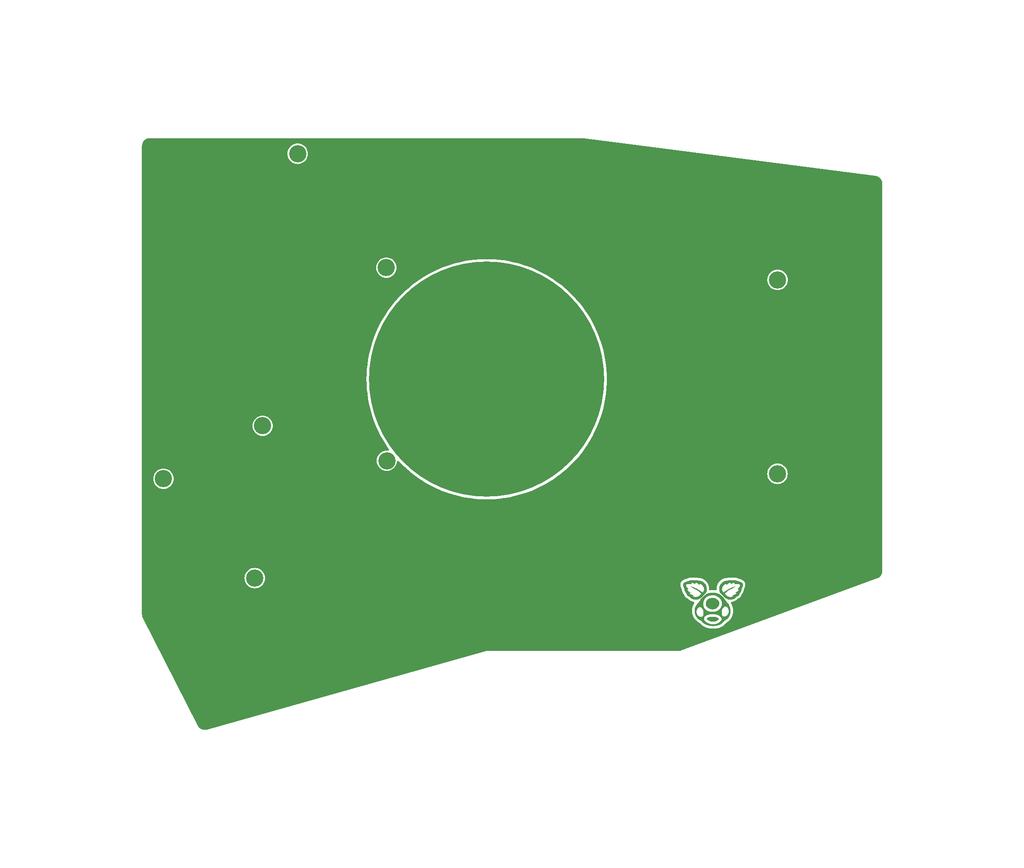
<source format=gbr>
%TF.GenerationSoftware,KiCad,Pcbnew,7.0.5-0*%
%TF.CreationDate,2024-02-11T16:35:11-08:00*%
%TF.ProjectId,Sofle_Pico_Bottom_Plate,536f666c-655f-4506-9963-6f5f426f7474,3.5.5*%
%TF.SameCoordinates,Original*%
%TF.FileFunction,Copper,L1,Top*%
%TF.FilePolarity,Positive*%
%FSLAX46Y46*%
G04 Gerber Fmt 4.6, Leading zero omitted, Abs format (unit mm)*
G04 Created by KiCad (PCBNEW 7.0.5-0) date 2024-02-11 16:35:11*
%MOMM*%
%LPD*%
G01*
G04 APERTURE LIST*
%TA.AperFunction,EtchedComponent*%
%ADD10C,0.022619*%
%TD*%
%TA.AperFunction,ComponentPad*%
%ADD11C,3.400000*%
%TD*%
%TA.AperFunction,ComponentPad*%
%ADD12C,46.200000*%
%TD*%
G04 APERTURE END LIST*
%TO.C,REF\u002A\u002A*%
D10*
X188157952Y-127363632D02*
X188197722Y-127365223D01*
X188237587Y-127367758D01*
X188277502Y-127371252D01*
X188317417Y-127375721D01*
X188357287Y-127381180D01*
X188397063Y-127387646D01*
X188436698Y-127395133D01*
X188476146Y-127403659D01*
X188515359Y-127413238D01*
X188554289Y-127423886D01*
X188592889Y-127435619D01*
X188631113Y-127448453D01*
X188668912Y-127462403D01*
X188706240Y-127477486D01*
X188787192Y-127474029D01*
X188868850Y-127476362D01*
X188950925Y-127484356D01*
X189033127Y-127497884D01*
X189115166Y-127516816D01*
X189196750Y-127541024D01*
X189277591Y-127570379D01*
X189357398Y-127604753D01*
X189435881Y-127644017D01*
X189512749Y-127688042D01*
X189587713Y-127736700D01*
X189660483Y-127789863D01*
X189730767Y-127847401D01*
X189798277Y-127909187D01*
X189862721Y-127975091D01*
X189923810Y-128044985D01*
X189981254Y-128118741D01*
X190034762Y-128196229D01*
X190084045Y-128277321D01*
X190128811Y-128361889D01*
X190168772Y-128449804D01*
X190203636Y-128540938D01*
X190233114Y-128635161D01*
X190256915Y-128732346D01*
X190274750Y-128832364D01*
X190286328Y-128935085D01*
X190291358Y-129040382D01*
X190289552Y-129148126D01*
X190280618Y-129258188D01*
X190264267Y-129370440D01*
X190240208Y-129484754D01*
X190208151Y-129601000D01*
X190190078Y-129646749D01*
X190169813Y-129691461D01*
X190147442Y-129735087D01*
X190123048Y-129777577D01*
X190096715Y-129818883D01*
X190068529Y-129858955D01*
X190038572Y-129897745D01*
X190006929Y-129935203D01*
X189973685Y-129971281D01*
X189938924Y-130005930D01*
X189902730Y-130039101D01*
X189865186Y-130070744D01*
X189826378Y-130100812D01*
X189786389Y-130129254D01*
X189745304Y-130156022D01*
X189703208Y-130181067D01*
X189654371Y-130255262D01*
X189604537Y-130326657D01*
X189553454Y-130395327D01*
X189500866Y-130461345D01*
X189446519Y-130524785D01*
X189390159Y-130585722D01*
X189331532Y-130644230D01*
X189270383Y-130700383D01*
X189206460Y-130754255D01*
X189139506Y-130805920D01*
X189069268Y-130855452D01*
X188995493Y-130902925D01*
X188917925Y-130948414D01*
X188836310Y-130991992D01*
X188750395Y-131033734D01*
X188659925Y-131073713D01*
X188582109Y-131094360D01*
X188492209Y-131110854D01*
X188392198Y-131122720D01*
X188284047Y-131129487D01*
X188169729Y-131130681D01*
X188051213Y-131125828D01*
X187930474Y-131114457D01*
X187809482Y-131096095D01*
X187690209Y-131070267D01*
X187574627Y-131036502D01*
X187518836Y-131016494D01*
X187464708Y-130994325D01*
X187412488Y-130969936D01*
X187362423Y-130943266D01*
X187314760Y-130914256D01*
X187269745Y-130882849D01*
X187227624Y-130848984D01*
X187188645Y-130812603D01*
X187153053Y-130773645D01*
X187121095Y-130732054D01*
X187093017Y-130687768D01*
X187069066Y-130640729D01*
X186993936Y-130612424D01*
X186947783Y-130593510D01*
X186897110Y-130570717D01*
X186842821Y-130543517D01*
X186785820Y-130511379D01*
X186727011Y-130473777D01*
X186667297Y-130430180D01*
X186607583Y-130380059D01*
X186548772Y-130322887D01*
X186519988Y-130291491D01*
X186491769Y-130258134D01*
X186464227Y-130222750D01*
X186437477Y-130185272D01*
X186411630Y-130145634D01*
X186386800Y-130103771D01*
X186363099Y-130059616D01*
X186340641Y-130013103D01*
X186319539Y-129964166D01*
X186299906Y-129912739D01*
X186281855Y-129858756D01*
X186265498Y-129802150D01*
X186228529Y-129766698D01*
X186193785Y-129728232D01*
X186161296Y-129687061D01*
X186131092Y-129643498D01*
X186103203Y-129597852D01*
X186077659Y-129550433D01*
X186054489Y-129501553D01*
X186033724Y-129451521D01*
X186015394Y-129400649D01*
X185999528Y-129349247D01*
X185986157Y-129297625D01*
X185975310Y-129246095D01*
X185967017Y-129194966D01*
X185961309Y-129144548D01*
X185958215Y-129095154D01*
X185957765Y-129047093D01*
X185937818Y-129019142D01*
X185918940Y-128989873D01*
X185901085Y-128959422D01*
X185884208Y-128927925D01*
X185868264Y-128895518D01*
X185853208Y-128862339D01*
X185838994Y-128828524D01*
X185825577Y-128794208D01*
X185800953Y-128724623D01*
X185778973Y-128654675D01*
X185759276Y-128585455D01*
X185741499Y-128518055D01*
X185733037Y-128479155D01*
X185725147Y-128440038D01*
X185718081Y-128400731D01*
X185712093Y-128361256D01*
X185707434Y-128321640D01*
X185705683Y-128301786D01*
X185704359Y-128281905D01*
X185703494Y-128262002D01*
X185703244Y-128248692D01*
X186167183Y-128248692D01*
X186172520Y-128310386D01*
X186182088Y-128369287D01*
X186195489Y-128425455D01*
X186212325Y-128478950D01*
X186232197Y-128529832D01*
X186254707Y-128578161D01*
X186279455Y-128623998D01*
X186306045Y-128667401D01*
X186334076Y-128708432D01*
X186363150Y-128747150D01*
X186422836Y-128817888D01*
X186481913Y-128880096D01*
X186537194Y-128934253D01*
X186585490Y-128980840D01*
X186623614Y-129020337D01*
X186637864Y-129037577D01*
X186648376Y-129053225D01*
X186654751Y-129067340D01*
X186656589Y-129079983D01*
X186653494Y-129091214D01*
X186645065Y-129101093D01*
X186630906Y-129109679D01*
X186610616Y-129117034D01*
X186583798Y-129123216D01*
X186550053Y-129128286D01*
X186460189Y-129135330D01*
X186468409Y-129189351D01*
X186481589Y-129240777D01*
X186499241Y-129289663D01*
X186520884Y-129336061D01*
X186546030Y-129380024D01*
X186574196Y-129421605D01*
X186604898Y-129460857D01*
X186637651Y-129497834D01*
X186671969Y-129532588D01*
X186707369Y-129565172D01*
X186779474Y-129624042D01*
X186850090Y-129674869D01*
X186915339Y-129718077D01*
X187014230Y-129783331D01*
X187029541Y-129795545D01*
X187040118Y-129806225D01*
X187045476Y-129815425D01*
X187045131Y-129823196D01*
X187038598Y-129829593D01*
X187025393Y-129834668D01*
X187005031Y-129838474D01*
X186977027Y-129841064D01*
X186896156Y-129842808D01*
X186778903Y-129840326D01*
X186798771Y-129878452D01*
X186823994Y-129914403D01*
X186854048Y-129948282D01*
X186888412Y-129980191D01*
X186926563Y-130010234D01*
X186967979Y-130038514D01*
X187012137Y-130065132D01*
X187058515Y-130090193D01*
X187155840Y-130136051D01*
X187255777Y-130176910D01*
X187446766Y-130246922D01*
X187529459Y-130277720D01*
X187598047Y-130306809D01*
X187625745Y-130320969D01*
X187648350Y-130335011D01*
X187665338Y-130349037D01*
X187676188Y-130363150D01*
X187680377Y-130377452D01*
X187677382Y-130392047D01*
X187666682Y-130407037D01*
X187647754Y-130422525D01*
X187620075Y-130438614D01*
X187583124Y-130455406D01*
X187536377Y-130473005D01*
X187479312Y-130491513D01*
X187566688Y-130537265D01*
X187660633Y-130579498D01*
X187760455Y-130616760D01*
X187865457Y-130647599D01*
X187974943Y-130670562D01*
X188088219Y-130684196D01*
X188146061Y-130687061D01*
X188204590Y-130687048D01*
X188263718Y-130683978D01*
X188323359Y-130677667D01*
X188383425Y-130667934D01*
X188443831Y-130654598D01*
X188504489Y-130637477D01*
X188565312Y-130616390D01*
X188626213Y-130591155D01*
X188687105Y-130561590D01*
X188747902Y-130527514D01*
X188808516Y-130488745D01*
X188868860Y-130445101D01*
X188928848Y-130396402D01*
X188988393Y-130342465D01*
X189047408Y-130283109D01*
X189105805Y-130218152D01*
X189163498Y-130147413D01*
X189220401Y-130070710D01*
X189276425Y-129987862D01*
X189208127Y-129915432D01*
X189132847Y-129841451D01*
X189050337Y-129765853D01*
X188960349Y-129688571D01*
X188862635Y-129609540D01*
X188756945Y-129528693D01*
X188520645Y-129361286D01*
X188249460Y-129185820D01*
X187941403Y-129001767D01*
X187594486Y-128808595D01*
X187206719Y-128605776D01*
X187364774Y-128659917D01*
X187520801Y-128716356D01*
X187674734Y-128775168D01*
X187826508Y-128836425D01*
X187976055Y-128900200D01*
X188123309Y-128966567D01*
X188268205Y-129035597D01*
X188410675Y-129107363D01*
X188550653Y-129181940D01*
X188688074Y-129259399D01*
X188822870Y-129339815D01*
X188954975Y-129423258D01*
X189084323Y-129509804D01*
X189210847Y-129599524D01*
X189334482Y-129692491D01*
X189455161Y-129788779D01*
X189519969Y-129750880D01*
X189578138Y-129708531D01*
X189629798Y-129662057D01*
X189675080Y-129611787D01*
X189714116Y-129558048D01*
X189747038Y-129501165D01*
X189773977Y-129441467D01*
X189795064Y-129379281D01*
X189810431Y-129314932D01*
X189820209Y-129248750D01*
X189824529Y-129181059D01*
X189823524Y-129112189D01*
X189817324Y-129042464D01*
X189806061Y-128972214D01*
X189789867Y-128901764D01*
X189768872Y-128831441D01*
X189743208Y-128761574D01*
X189713007Y-128692488D01*
X189678400Y-128624510D01*
X189639518Y-128557969D01*
X189596494Y-128493190D01*
X189549457Y-128430502D01*
X189498541Y-128370230D01*
X189443875Y-128312702D01*
X189385593Y-128258245D01*
X189323824Y-128207186D01*
X189258700Y-128159852D01*
X189190354Y-128116570D01*
X189118916Y-128077667D01*
X189044518Y-128043470D01*
X188967290Y-128014307D01*
X188887366Y-127990504D01*
X188891398Y-128034194D01*
X188892757Y-128071016D01*
X188891531Y-128101332D01*
X188887810Y-128125506D01*
X188881682Y-128143901D01*
X188873235Y-128156879D01*
X188862560Y-128164804D01*
X188849744Y-128168039D01*
X188834877Y-128166947D01*
X188818048Y-128161892D01*
X188799344Y-128153236D01*
X188778856Y-128141342D01*
X188732881Y-128109296D01*
X188680834Y-128068657D01*
X188561364Y-127973222D01*
X188495364Y-127924237D01*
X188426135Y-127878279D01*
X188390531Y-127857344D01*
X188354387Y-127838255D01*
X188317791Y-127821375D01*
X188280833Y-127807068D01*
X188243600Y-127795697D01*
X188206182Y-127787624D01*
X188168668Y-127783214D01*
X188131146Y-127782829D01*
X188121148Y-127783454D01*
X188111154Y-127784400D01*
X188101168Y-127785675D01*
X188091190Y-127787282D01*
X188081226Y-127789230D01*
X188071276Y-127791523D01*
X188061345Y-127794167D01*
X188051435Y-127797169D01*
X188086022Y-127881665D01*
X188096238Y-127914812D01*
X188101970Y-127942363D01*
X188103397Y-127964674D01*
X188100694Y-127982099D01*
X188094040Y-127994993D01*
X188083610Y-128003709D01*
X188069582Y-128008603D01*
X188052132Y-128010028D01*
X188031438Y-128008341D01*
X188007676Y-128003894D01*
X187951658Y-127988140D01*
X187885493Y-127965604D01*
X187728384Y-127911530D01*
X187640270Y-127885662D01*
X187547671Y-127864357D01*
X187500131Y-127856300D01*
X187452001Y-127850448D01*
X187403458Y-127847154D01*
X187354677Y-127846773D01*
X187305837Y-127849659D01*
X187257114Y-127856167D01*
X187208685Y-127866651D01*
X187160727Y-127881466D01*
X187223258Y-127953110D01*
X187260898Y-128004471D01*
X187270938Y-128023469D01*
X187275420Y-128038505D01*
X187274566Y-128049947D01*
X187268598Y-128058165D01*
X187257736Y-128063530D01*
X187242203Y-128066409D01*
X187198009Y-128066189D01*
X187063317Y-128052184D01*
X186976365Y-128044309D01*
X186878705Y-128039791D01*
X186772111Y-128041586D01*
X186658356Y-128052650D01*
X186599347Y-128062581D01*
X186539213Y-128075938D01*
X186478175Y-128093089D01*
X186416454Y-128114404D01*
X186354273Y-128140252D01*
X186291853Y-128171003D01*
X186229416Y-128207027D01*
X186167183Y-128248692D01*
X185703244Y-128248692D01*
X185703119Y-128242078D01*
X185703267Y-128222138D01*
X185703969Y-128202183D01*
X185705092Y-128181879D01*
X185707283Y-128161690D01*
X185710523Y-128141661D01*
X185714792Y-128121840D01*
X185720070Y-128102275D01*
X185726339Y-128083012D01*
X185733577Y-128064099D01*
X185741767Y-128045582D01*
X185750887Y-128027509D01*
X185760920Y-128009927D01*
X185771844Y-127992883D01*
X185783642Y-127976424D01*
X185796292Y-127960597D01*
X185809776Y-127945450D01*
X185824074Y-127931029D01*
X185839167Y-127917381D01*
X185882393Y-127883761D01*
X185926848Y-127851854D01*
X185972461Y-127821667D01*
X186019160Y-127793205D01*
X186066875Y-127766476D01*
X186115533Y-127741485D01*
X186165064Y-127718239D01*
X186215396Y-127696745D01*
X186266458Y-127677008D01*
X186318179Y-127659034D01*
X186370487Y-127642831D01*
X186423311Y-127628405D01*
X186476580Y-127615761D01*
X186530223Y-127604907D01*
X186584167Y-127595847D01*
X186638343Y-127588590D01*
X186659976Y-127574746D01*
X186682055Y-127562139D01*
X186704562Y-127550632D01*
X186727477Y-127540087D01*
X186750781Y-127530365D01*
X186774453Y-127521329D01*
X186822825Y-127504759D01*
X186923132Y-127473769D01*
X186974753Y-127457138D01*
X187000862Y-127448055D01*
X187027144Y-127438276D01*
X187065704Y-127426824D01*
X187106040Y-127416543D01*
X187147904Y-127407459D01*
X187191051Y-127399595D01*
X187235235Y-127392973D01*
X187280210Y-127387618D01*
X187325728Y-127383553D01*
X187371546Y-127380801D01*
X187417415Y-127379386D01*
X187463090Y-127379331D01*
X187508325Y-127380660D01*
X187552874Y-127383397D01*
X187596491Y-127387564D01*
X187638929Y-127393186D01*
X187679942Y-127400285D01*
X187719285Y-127408885D01*
X187761608Y-127399139D01*
X187804845Y-127390492D01*
X187848915Y-127382971D01*
X187893735Y-127376603D01*
X187939224Y-127371417D01*
X187985300Y-127367438D01*
X188031882Y-127364696D01*
X188078888Y-127363216D01*
X188118325Y-127362968D01*
X188157952Y-127363632D01*
%TA.AperFunction,EtchedComponent*%
G36*
X188157952Y-127363632D02*
G01*
X188197722Y-127365223D01*
X188237587Y-127367758D01*
X188277502Y-127371252D01*
X188317417Y-127375721D01*
X188357287Y-127381180D01*
X188397063Y-127387646D01*
X188436698Y-127395133D01*
X188476146Y-127403659D01*
X188515359Y-127413238D01*
X188554289Y-127423886D01*
X188592889Y-127435619D01*
X188631113Y-127448453D01*
X188668912Y-127462403D01*
X188706240Y-127477486D01*
X188787192Y-127474029D01*
X188868850Y-127476362D01*
X188950925Y-127484356D01*
X189033127Y-127497884D01*
X189115166Y-127516816D01*
X189196750Y-127541024D01*
X189277591Y-127570379D01*
X189357398Y-127604753D01*
X189435881Y-127644017D01*
X189512749Y-127688042D01*
X189587713Y-127736700D01*
X189660483Y-127789863D01*
X189730767Y-127847401D01*
X189798277Y-127909187D01*
X189862721Y-127975091D01*
X189923810Y-128044985D01*
X189981254Y-128118741D01*
X190034762Y-128196229D01*
X190084045Y-128277321D01*
X190128811Y-128361889D01*
X190168772Y-128449804D01*
X190203636Y-128540938D01*
X190233114Y-128635161D01*
X190256915Y-128732346D01*
X190274750Y-128832364D01*
X190286328Y-128935085D01*
X190291358Y-129040382D01*
X190289552Y-129148126D01*
X190280618Y-129258188D01*
X190264267Y-129370440D01*
X190240208Y-129484754D01*
X190208151Y-129601000D01*
X190190078Y-129646749D01*
X190169813Y-129691461D01*
X190147442Y-129735087D01*
X190123048Y-129777577D01*
X190096715Y-129818883D01*
X190068529Y-129858955D01*
X190038572Y-129897745D01*
X190006929Y-129935203D01*
X189973685Y-129971281D01*
X189938924Y-130005930D01*
X189902730Y-130039101D01*
X189865186Y-130070744D01*
X189826378Y-130100812D01*
X189786389Y-130129254D01*
X189745304Y-130156022D01*
X189703208Y-130181067D01*
X189654371Y-130255262D01*
X189604537Y-130326657D01*
X189553454Y-130395327D01*
X189500866Y-130461345D01*
X189446519Y-130524785D01*
X189390159Y-130585722D01*
X189331532Y-130644230D01*
X189270383Y-130700383D01*
X189206460Y-130754255D01*
X189139506Y-130805920D01*
X189069268Y-130855452D01*
X188995493Y-130902925D01*
X188917925Y-130948414D01*
X188836310Y-130991992D01*
X188750395Y-131033734D01*
X188659925Y-131073713D01*
X188582109Y-131094360D01*
X188492209Y-131110854D01*
X188392198Y-131122720D01*
X188284047Y-131129487D01*
X188169729Y-131130681D01*
X188051213Y-131125828D01*
X187930474Y-131114457D01*
X187809482Y-131096095D01*
X187690209Y-131070267D01*
X187574627Y-131036502D01*
X187518836Y-131016494D01*
X187464708Y-130994325D01*
X187412488Y-130969936D01*
X187362423Y-130943266D01*
X187314760Y-130914256D01*
X187269745Y-130882849D01*
X187227624Y-130848984D01*
X187188645Y-130812603D01*
X187153053Y-130773645D01*
X187121095Y-130732054D01*
X187093017Y-130687768D01*
X187069066Y-130640729D01*
X186993936Y-130612424D01*
X186947783Y-130593510D01*
X186897110Y-130570717D01*
X186842821Y-130543517D01*
X186785820Y-130511379D01*
X186727011Y-130473777D01*
X186667297Y-130430180D01*
X186607583Y-130380059D01*
X186548772Y-130322887D01*
X186519988Y-130291491D01*
X186491769Y-130258134D01*
X186464227Y-130222750D01*
X186437477Y-130185272D01*
X186411630Y-130145634D01*
X186386800Y-130103771D01*
X186363099Y-130059616D01*
X186340641Y-130013103D01*
X186319539Y-129964166D01*
X186299906Y-129912739D01*
X186281855Y-129858756D01*
X186265498Y-129802150D01*
X186228529Y-129766698D01*
X186193785Y-129728232D01*
X186161296Y-129687061D01*
X186131092Y-129643498D01*
X186103203Y-129597852D01*
X186077659Y-129550433D01*
X186054489Y-129501553D01*
X186033724Y-129451521D01*
X186015394Y-129400649D01*
X185999528Y-129349247D01*
X185986157Y-129297625D01*
X185975310Y-129246095D01*
X185967017Y-129194966D01*
X185961309Y-129144548D01*
X185958215Y-129095154D01*
X185957765Y-129047093D01*
X185937818Y-129019142D01*
X185918940Y-128989873D01*
X185901085Y-128959422D01*
X185884208Y-128927925D01*
X185868264Y-128895518D01*
X185853208Y-128862339D01*
X185838994Y-128828524D01*
X185825577Y-128794208D01*
X185800953Y-128724623D01*
X185778973Y-128654675D01*
X185759276Y-128585455D01*
X185741499Y-128518055D01*
X185733037Y-128479155D01*
X185725147Y-128440038D01*
X185718081Y-128400731D01*
X185712093Y-128361256D01*
X185707434Y-128321640D01*
X185705683Y-128301786D01*
X185704359Y-128281905D01*
X185703494Y-128262002D01*
X185703244Y-128248692D01*
X186167183Y-128248692D01*
X186172520Y-128310386D01*
X186182088Y-128369287D01*
X186195489Y-128425455D01*
X186212325Y-128478950D01*
X186232197Y-128529832D01*
X186254707Y-128578161D01*
X186279455Y-128623998D01*
X186306045Y-128667401D01*
X186334076Y-128708432D01*
X186363150Y-128747150D01*
X186422836Y-128817888D01*
X186481913Y-128880096D01*
X186537194Y-128934253D01*
X186585490Y-128980840D01*
X186623614Y-129020337D01*
X186637864Y-129037577D01*
X186648376Y-129053225D01*
X186654751Y-129067340D01*
X186656589Y-129079983D01*
X186653494Y-129091214D01*
X186645065Y-129101093D01*
X186630906Y-129109679D01*
X186610616Y-129117034D01*
X186583798Y-129123216D01*
X186550053Y-129128286D01*
X186460189Y-129135330D01*
X186468409Y-129189351D01*
X186481589Y-129240777D01*
X186499241Y-129289663D01*
X186520884Y-129336061D01*
X186546030Y-129380024D01*
X186574196Y-129421605D01*
X186604898Y-129460857D01*
X186637651Y-129497834D01*
X186671969Y-129532588D01*
X186707369Y-129565172D01*
X186779474Y-129624042D01*
X186850090Y-129674869D01*
X186915339Y-129718077D01*
X187014230Y-129783331D01*
X187029541Y-129795545D01*
X187040118Y-129806225D01*
X187045476Y-129815425D01*
X187045131Y-129823196D01*
X187038598Y-129829593D01*
X187025393Y-129834668D01*
X187005031Y-129838474D01*
X186977027Y-129841064D01*
X186896156Y-129842808D01*
X186778903Y-129840326D01*
X186798771Y-129878452D01*
X186823994Y-129914403D01*
X186854048Y-129948282D01*
X186888412Y-129980191D01*
X186926563Y-130010234D01*
X186967979Y-130038514D01*
X187012137Y-130065132D01*
X187058515Y-130090193D01*
X187155840Y-130136051D01*
X187255777Y-130176910D01*
X187446766Y-130246922D01*
X187529459Y-130277720D01*
X187598047Y-130306809D01*
X187625745Y-130320969D01*
X187648350Y-130335011D01*
X187665338Y-130349037D01*
X187676188Y-130363150D01*
X187680377Y-130377452D01*
X187677382Y-130392047D01*
X187666682Y-130407037D01*
X187647754Y-130422525D01*
X187620075Y-130438614D01*
X187583124Y-130455406D01*
X187536377Y-130473005D01*
X187479312Y-130491513D01*
X187566688Y-130537265D01*
X187660633Y-130579498D01*
X187760455Y-130616760D01*
X187865457Y-130647599D01*
X187974943Y-130670562D01*
X188088219Y-130684196D01*
X188146061Y-130687061D01*
X188204590Y-130687048D01*
X188263718Y-130683978D01*
X188323359Y-130677667D01*
X188383425Y-130667934D01*
X188443831Y-130654598D01*
X188504489Y-130637477D01*
X188565312Y-130616390D01*
X188626213Y-130591155D01*
X188687105Y-130561590D01*
X188747902Y-130527514D01*
X188808516Y-130488745D01*
X188868860Y-130445101D01*
X188928848Y-130396402D01*
X188988393Y-130342465D01*
X189047408Y-130283109D01*
X189105805Y-130218152D01*
X189163498Y-130147413D01*
X189220401Y-130070710D01*
X189276425Y-129987862D01*
X189208127Y-129915432D01*
X189132847Y-129841451D01*
X189050337Y-129765853D01*
X188960349Y-129688571D01*
X188862635Y-129609540D01*
X188756945Y-129528693D01*
X188520645Y-129361286D01*
X188249460Y-129185820D01*
X187941403Y-129001767D01*
X187594486Y-128808595D01*
X187206719Y-128605776D01*
X187364774Y-128659917D01*
X187520801Y-128716356D01*
X187674734Y-128775168D01*
X187826508Y-128836425D01*
X187976055Y-128900200D01*
X188123309Y-128966567D01*
X188268205Y-129035597D01*
X188410675Y-129107363D01*
X188550653Y-129181940D01*
X188688074Y-129259399D01*
X188822870Y-129339815D01*
X188954975Y-129423258D01*
X189084323Y-129509804D01*
X189210847Y-129599524D01*
X189334482Y-129692491D01*
X189455161Y-129788779D01*
X189519969Y-129750880D01*
X189578138Y-129708531D01*
X189629798Y-129662057D01*
X189675080Y-129611787D01*
X189714116Y-129558048D01*
X189747038Y-129501165D01*
X189773977Y-129441467D01*
X189795064Y-129379281D01*
X189810431Y-129314932D01*
X189820209Y-129248750D01*
X189824529Y-129181059D01*
X189823524Y-129112189D01*
X189817324Y-129042464D01*
X189806061Y-128972214D01*
X189789867Y-128901764D01*
X189768872Y-128831441D01*
X189743208Y-128761574D01*
X189713007Y-128692488D01*
X189678400Y-128624510D01*
X189639518Y-128557969D01*
X189596494Y-128493190D01*
X189549457Y-128430502D01*
X189498541Y-128370230D01*
X189443875Y-128312702D01*
X189385593Y-128258245D01*
X189323824Y-128207186D01*
X189258700Y-128159852D01*
X189190354Y-128116570D01*
X189118916Y-128077667D01*
X189044518Y-128043470D01*
X188967290Y-128014307D01*
X188887366Y-127990504D01*
X188891398Y-128034194D01*
X188892757Y-128071016D01*
X188891531Y-128101332D01*
X188887810Y-128125506D01*
X188881682Y-128143901D01*
X188873235Y-128156879D01*
X188862560Y-128164804D01*
X188849744Y-128168039D01*
X188834877Y-128166947D01*
X188818048Y-128161892D01*
X188799344Y-128153236D01*
X188778856Y-128141342D01*
X188732881Y-128109296D01*
X188680834Y-128068657D01*
X188561364Y-127973222D01*
X188495364Y-127924237D01*
X188426135Y-127878279D01*
X188390531Y-127857344D01*
X188354387Y-127838255D01*
X188317791Y-127821375D01*
X188280833Y-127807068D01*
X188243600Y-127795697D01*
X188206182Y-127787624D01*
X188168668Y-127783214D01*
X188131146Y-127782829D01*
X188121148Y-127783454D01*
X188111154Y-127784400D01*
X188101168Y-127785675D01*
X188091190Y-127787282D01*
X188081226Y-127789230D01*
X188071276Y-127791523D01*
X188061345Y-127794167D01*
X188051435Y-127797169D01*
X188086022Y-127881665D01*
X188096238Y-127914812D01*
X188101970Y-127942363D01*
X188103397Y-127964674D01*
X188100694Y-127982099D01*
X188094040Y-127994993D01*
X188083610Y-128003709D01*
X188069582Y-128008603D01*
X188052132Y-128010028D01*
X188031438Y-128008341D01*
X188007676Y-128003894D01*
X187951658Y-127988140D01*
X187885493Y-127965604D01*
X187728384Y-127911530D01*
X187640270Y-127885662D01*
X187547671Y-127864357D01*
X187500131Y-127856300D01*
X187452001Y-127850448D01*
X187403458Y-127847154D01*
X187354677Y-127846773D01*
X187305837Y-127849659D01*
X187257114Y-127856167D01*
X187208685Y-127866651D01*
X187160727Y-127881466D01*
X187223258Y-127953110D01*
X187260898Y-128004471D01*
X187270938Y-128023469D01*
X187275420Y-128038505D01*
X187274566Y-128049947D01*
X187268598Y-128058165D01*
X187257736Y-128063530D01*
X187242203Y-128066409D01*
X187198009Y-128066189D01*
X187063317Y-128052184D01*
X186976365Y-128044309D01*
X186878705Y-128039791D01*
X186772111Y-128041586D01*
X186658356Y-128052650D01*
X186599347Y-128062581D01*
X186539213Y-128075938D01*
X186478175Y-128093089D01*
X186416454Y-128114404D01*
X186354273Y-128140252D01*
X186291853Y-128171003D01*
X186229416Y-128207027D01*
X186167183Y-128248692D01*
X185703244Y-128248692D01*
X185703119Y-128242078D01*
X185703267Y-128222138D01*
X185703969Y-128202183D01*
X185705092Y-128181879D01*
X185707283Y-128161690D01*
X185710523Y-128141661D01*
X185714792Y-128121840D01*
X185720070Y-128102275D01*
X185726339Y-128083012D01*
X185733577Y-128064099D01*
X185741767Y-128045582D01*
X185750887Y-128027509D01*
X185760920Y-128009927D01*
X185771844Y-127992883D01*
X185783642Y-127976424D01*
X185796292Y-127960597D01*
X185809776Y-127945450D01*
X185824074Y-127931029D01*
X185839167Y-127917381D01*
X185882393Y-127883761D01*
X185926848Y-127851854D01*
X185972461Y-127821667D01*
X186019160Y-127793205D01*
X186066875Y-127766476D01*
X186115533Y-127741485D01*
X186165064Y-127718239D01*
X186215396Y-127696745D01*
X186266458Y-127677008D01*
X186318179Y-127659034D01*
X186370487Y-127642831D01*
X186423311Y-127628405D01*
X186476580Y-127615761D01*
X186530223Y-127604907D01*
X186584167Y-127595847D01*
X186638343Y-127588590D01*
X186659976Y-127574746D01*
X186682055Y-127562139D01*
X186704562Y-127550632D01*
X186727477Y-127540087D01*
X186750781Y-127530365D01*
X186774453Y-127521329D01*
X186822825Y-127504759D01*
X186923132Y-127473769D01*
X186974753Y-127457138D01*
X187000862Y-127448055D01*
X187027144Y-127438276D01*
X187065704Y-127426824D01*
X187106040Y-127416543D01*
X187147904Y-127407459D01*
X187191051Y-127399595D01*
X187235235Y-127392973D01*
X187280210Y-127387618D01*
X187325728Y-127383553D01*
X187371546Y-127380801D01*
X187417415Y-127379386D01*
X187463090Y-127379331D01*
X187508325Y-127380660D01*
X187552874Y-127383397D01*
X187596491Y-127387564D01*
X187638929Y-127393186D01*
X187679942Y-127400285D01*
X187719285Y-127408885D01*
X187761608Y-127399139D01*
X187804845Y-127390492D01*
X187848915Y-127382971D01*
X187893735Y-127376603D01*
X187939224Y-127371417D01*
X187985300Y-127367438D01*
X188031882Y-127364696D01*
X188078888Y-127363216D01*
X188118325Y-127362968D01*
X188157952Y-127363632D01*
G37*
%TD.AperFunction*%
X195011113Y-127363216D02*
X195058119Y-127364696D01*
X195104701Y-127367438D01*
X195150778Y-127371417D01*
X195196267Y-127376603D01*
X195241087Y-127382971D01*
X195285156Y-127390492D01*
X195328393Y-127399139D01*
X195370716Y-127408885D01*
X195410059Y-127400285D01*
X195451072Y-127393186D01*
X195493510Y-127387564D01*
X195537127Y-127383397D01*
X195581676Y-127380660D01*
X195626911Y-127379331D01*
X195672586Y-127379386D01*
X195718456Y-127380801D01*
X195764273Y-127383553D01*
X195809792Y-127387618D01*
X195854766Y-127392973D01*
X195898950Y-127399595D01*
X195942097Y-127407459D01*
X195983962Y-127416543D01*
X196024297Y-127426824D01*
X196062858Y-127438276D01*
X196089139Y-127448055D01*
X196115248Y-127457138D01*
X196166869Y-127473769D01*
X196267176Y-127504759D01*
X196315548Y-127521329D01*
X196339220Y-127530365D01*
X196362524Y-127540087D01*
X196385439Y-127550632D01*
X196407946Y-127562139D01*
X196430026Y-127574746D01*
X196451658Y-127588590D01*
X196505834Y-127595847D01*
X196559779Y-127604907D01*
X196613421Y-127615761D01*
X196666690Y-127628405D01*
X196719514Y-127642831D01*
X196771822Y-127659034D01*
X196823543Y-127677008D01*
X196874605Y-127696745D01*
X196924937Y-127718239D01*
X196974468Y-127741485D01*
X197023126Y-127766476D01*
X197070841Y-127793205D01*
X197117540Y-127821667D01*
X197163153Y-127851854D01*
X197207608Y-127883761D01*
X197250834Y-127917381D01*
X197265926Y-127931029D01*
X197280225Y-127945450D01*
X197293709Y-127960597D01*
X197306359Y-127976424D01*
X197318157Y-127992883D01*
X197329081Y-128009927D01*
X197339114Y-128027509D01*
X197348234Y-128045582D01*
X197356424Y-128064099D01*
X197363662Y-128083012D01*
X197369931Y-128102275D01*
X197375209Y-128121840D01*
X197379478Y-128141661D01*
X197382718Y-128161690D01*
X197384909Y-128181879D01*
X197386032Y-128202183D01*
X197386734Y-128222138D01*
X197386882Y-128242078D01*
X197386507Y-128262002D01*
X197385642Y-128281905D01*
X197384318Y-128301786D01*
X197382567Y-128321640D01*
X197377908Y-128361256D01*
X197371920Y-128400731D01*
X197364854Y-128440038D01*
X197356964Y-128479155D01*
X197348502Y-128518055D01*
X197330725Y-128585455D01*
X197311028Y-128654675D01*
X197289048Y-128724623D01*
X197264424Y-128794208D01*
X197251007Y-128828524D01*
X197236793Y-128862339D01*
X197221737Y-128895518D01*
X197205793Y-128927925D01*
X197188916Y-128959422D01*
X197171062Y-128989873D01*
X197152183Y-129019142D01*
X197132237Y-129047093D01*
X197131787Y-129095154D01*
X197128692Y-129144548D01*
X197122984Y-129194966D01*
X197114691Y-129246095D01*
X197103845Y-129297625D01*
X197090473Y-129349247D01*
X197074607Y-129400649D01*
X197056277Y-129451521D01*
X197035512Y-129501553D01*
X197012342Y-129550433D01*
X196986798Y-129597852D01*
X196958909Y-129643498D01*
X196928705Y-129687061D01*
X196896216Y-129728232D01*
X196861472Y-129766698D01*
X196824503Y-129802150D01*
X196808146Y-129858756D01*
X196790095Y-129912739D01*
X196770461Y-129964166D01*
X196749359Y-130013103D01*
X196726902Y-130059616D01*
X196703201Y-130103771D01*
X196678371Y-130145634D01*
X196652524Y-130185272D01*
X196625774Y-130222750D01*
X196598232Y-130258134D01*
X196570013Y-130291491D01*
X196541229Y-130322887D01*
X196482418Y-130380059D01*
X196422704Y-130430180D01*
X196362990Y-130473777D01*
X196304181Y-130511379D01*
X196247180Y-130543517D01*
X196192891Y-130570717D01*
X196142219Y-130593510D01*
X196096066Y-130612424D01*
X196020935Y-130640729D01*
X195996984Y-130687768D01*
X195968907Y-130732054D01*
X195936948Y-130773645D01*
X195901356Y-130812602D01*
X195862377Y-130848984D01*
X195820256Y-130882849D01*
X195775241Y-130914256D01*
X195727578Y-130943265D01*
X195677513Y-130969935D01*
X195625293Y-130994325D01*
X195571165Y-131016494D01*
X195515374Y-131036501D01*
X195399792Y-131070267D01*
X195280519Y-131096095D01*
X195159527Y-131114457D01*
X195038788Y-131125828D01*
X194920273Y-131130681D01*
X194805954Y-131129487D01*
X194697803Y-131122720D01*
X194597792Y-131110854D01*
X194507892Y-131094360D01*
X194430076Y-131073713D01*
X194339606Y-131033734D01*
X194253691Y-130991992D01*
X194172076Y-130948414D01*
X194094508Y-130902925D01*
X194020733Y-130855452D01*
X193950495Y-130805920D01*
X193883541Y-130754255D01*
X193819617Y-130700383D01*
X193758469Y-130644230D01*
X193699842Y-130585722D01*
X193643482Y-130524785D01*
X193589135Y-130461345D01*
X193536547Y-130395327D01*
X193485463Y-130326657D01*
X193435630Y-130255262D01*
X193386793Y-130181067D01*
X193344696Y-130156022D01*
X193303611Y-130129254D01*
X193263623Y-130100812D01*
X193224815Y-130070744D01*
X193187271Y-130039101D01*
X193151077Y-130005930D01*
X193116315Y-129971281D01*
X193083071Y-129935203D01*
X193051429Y-129897745D01*
X193021472Y-129858955D01*
X192993286Y-129818883D01*
X192966953Y-129777577D01*
X192942559Y-129735087D01*
X192920188Y-129691461D01*
X192899923Y-129646749D01*
X192881850Y-129601000D01*
X192849793Y-129484754D01*
X192825734Y-129370440D01*
X192809383Y-129258188D01*
X192803122Y-129181059D01*
X193265471Y-129181059D01*
X193269791Y-129248750D01*
X193279569Y-129314932D01*
X193294936Y-129379281D01*
X193316023Y-129441467D01*
X193342962Y-129501165D01*
X193375884Y-129558048D01*
X193414920Y-129611787D01*
X193460203Y-129662057D01*
X193511862Y-129708531D01*
X193570031Y-129750880D01*
X193634840Y-129788779D01*
X193755518Y-129692491D01*
X193879153Y-129599524D01*
X194005677Y-129509804D01*
X194135025Y-129423258D01*
X194267130Y-129339815D01*
X194401926Y-129259399D01*
X194539346Y-129181940D01*
X194679325Y-129107363D01*
X194821795Y-129035597D01*
X194966690Y-128966567D01*
X195113945Y-128900200D01*
X195263492Y-128836425D01*
X195415266Y-128775168D01*
X195569199Y-128716356D01*
X195725226Y-128659917D01*
X195883281Y-128605776D01*
X195495514Y-128808595D01*
X195148597Y-129001767D01*
X194840540Y-129185820D01*
X194569356Y-129361286D01*
X194333055Y-129528693D01*
X194227365Y-129609540D01*
X194129651Y-129688571D01*
X194039663Y-129765853D01*
X193957153Y-129841451D01*
X193881873Y-129915432D01*
X193813575Y-129987862D01*
X193869599Y-130070710D01*
X193926502Y-130147413D01*
X193984195Y-130218152D01*
X194042592Y-130283109D01*
X194101607Y-130342465D01*
X194161152Y-130396402D01*
X194221140Y-130445101D01*
X194281485Y-130488745D01*
X194342099Y-130527514D01*
X194402895Y-130561590D01*
X194463788Y-130591155D01*
X194524689Y-130616390D01*
X194585512Y-130637477D01*
X194646169Y-130654598D01*
X194706575Y-130667934D01*
X194766642Y-130677667D01*
X194826283Y-130683978D01*
X194885411Y-130687048D01*
X194943939Y-130687061D01*
X195001781Y-130684196D01*
X195115057Y-130670562D01*
X195224544Y-130647599D01*
X195329545Y-130616760D01*
X195429367Y-130579498D01*
X195523312Y-130537265D01*
X195610687Y-130491513D01*
X195553623Y-130473005D01*
X195506876Y-130455406D01*
X195469924Y-130438614D01*
X195442246Y-130422525D01*
X195423317Y-130407037D01*
X195412617Y-130392047D01*
X195409623Y-130377452D01*
X195413812Y-130363150D01*
X195424662Y-130349037D01*
X195441650Y-130335011D01*
X195464254Y-130320969D01*
X195491952Y-130306809D01*
X195560540Y-130277720D01*
X195643234Y-130246922D01*
X195834223Y-130176910D01*
X195934159Y-130136051D01*
X196031485Y-130090193D01*
X196077863Y-130065132D01*
X196122021Y-130038514D01*
X196163437Y-130010234D01*
X196201588Y-129980191D01*
X196235952Y-129948282D01*
X196266006Y-129914403D01*
X196291229Y-129878452D01*
X196311097Y-129840326D01*
X196193844Y-129842808D01*
X196112973Y-129841064D01*
X196084969Y-129838474D01*
X196064607Y-129834668D01*
X196051402Y-129829593D01*
X196044869Y-129823196D01*
X196044524Y-129815425D01*
X196049882Y-129806225D01*
X196060459Y-129795545D01*
X196075770Y-129783331D01*
X196174661Y-129718077D01*
X196239910Y-129674869D01*
X196310526Y-129624042D01*
X196382631Y-129565172D01*
X196418031Y-129532588D01*
X196452350Y-129497834D01*
X196485102Y-129460857D01*
X196515804Y-129421605D01*
X196543970Y-129380024D01*
X196569117Y-129336061D01*
X196590759Y-129289663D01*
X196608411Y-129240777D01*
X196621591Y-129189351D01*
X196629811Y-129135330D01*
X196539947Y-129128286D01*
X196506202Y-129123216D01*
X196479384Y-129117034D01*
X196459094Y-129109679D01*
X196444934Y-129101093D01*
X196436506Y-129091214D01*
X196433410Y-129079983D01*
X196435249Y-129067340D01*
X196441624Y-129053225D01*
X196452136Y-129037577D01*
X196466386Y-129020337D01*
X196504510Y-128980840D01*
X196552806Y-128934253D01*
X196608087Y-128880096D01*
X196667164Y-128817888D01*
X196726850Y-128747150D01*
X196755924Y-128708432D01*
X196783956Y-128667401D01*
X196810545Y-128623998D01*
X196835293Y-128578161D01*
X196857803Y-128529832D01*
X196877675Y-128478950D01*
X196894511Y-128425455D01*
X196907912Y-128369287D01*
X196917481Y-128310386D01*
X196922817Y-128248692D01*
X196860584Y-128207027D01*
X196798147Y-128171003D01*
X196735727Y-128140252D01*
X196673546Y-128114404D01*
X196611826Y-128093089D01*
X196550788Y-128075938D01*
X196490653Y-128062581D01*
X196431644Y-128052650D01*
X196317889Y-128041586D01*
X196211295Y-128039791D01*
X196113636Y-128044309D01*
X196026683Y-128052184D01*
X195891991Y-128066189D01*
X195847797Y-128066409D01*
X195832264Y-128063530D01*
X195821403Y-128058165D01*
X195815434Y-128049947D01*
X195814580Y-128038505D01*
X195819062Y-128023469D01*
X195829102Y-128004471D01*
X195866742Y-127953110D01*
X195929273Y-127881466D01*
X195881315Y-127866651D01*
X195832886Y-127856167D01*
X195784163Y-127849659D01*
X195735323Y-127846773D01*
X195686542Y-127847154D01*
X195637999Y-127850448D01*
X195589869Y-127856300D01*
X195542329Y-127864357D01*
X195449730Y-127885662D01*
X195361617Y-127911530D01*
X195204507Y-127965604D01*
X195138342Y-127988140D01*
X195082324Y-128003894D01*
X195058562Y-128008341D01*
X195037868Y-128010028D01*
X195020419Y-128008603D01*
X195006390Y-128003709D01*
X194995960Y-127994993D01*
X194989306Y-127982099D01*
X194986603Y-127964674D01*
X194988030Y-127942363D01*
X194993762Y-127914812D01*
X195003977Y-127881665D01*
X195038565Y-127797169D01*
X195028655Y-127794167D01*
X195018724Y-127791523D01*
X195008774Y-127789230D01*
X194998810Y-127787282D01*
X194988832Y-127785675D01*
X194978846Y-127784400D01*
X194968852Y-127783454D01*
X194958854Y-127782829D01*
X194921332Y-127783214D01*
X194883818Y-127787624D01*
X194846400Y-127795697D01*
X194809167Y-127807068D01*
X194772209Y-127821375D01*
X194735613Y-127838255D01*
X194699469Y-127857344D01*
X194663866Y-127878279D01*
X194594636Y-127924237D01*
X194528636Y-127973222D01*
X194409167Y-128068657D01*
X194357119Y-128109296D01*
X194311144Y-128141342D01*
X194290656Y-128153236D01*
X194271953Y-128161892D01*
X194255123Y-128166947D01*
X194240256Y-128168039D01*
X194227440Y-128164804D01*
X194216765Y-128156879D01*
X194208319Y-128143901D01*
X194202190Y-128125506D01*
X194198469Y-128101332D01*
X194197243Y-128071016D01*
X194198602Y-128034194D01*
X194202634Y-127990504D01*
X194122709Y-128014307D01*
X194045482Y-128043470D01*
X193971084Y-128077667D01*
X193899646Y-128116570D01*
X193831299Y-128159852D01*
X193766176Y-128207186D01*
X193704407Y-128258245D01*
X193646124Y-128312702D01*
X193591459Y-128370230D01*
X193540542Y-128430502D01*
X193493506Y-128493190D01*
X193450481Y-128557969D01*
X193411600Y-128624510D01*
X193376993Y-128692488D01*
X193346792Y-128761574D01*
X193321128Y-128831441D01*
X193300133Y-128901764D01*
X193283939Y-128972214D01*
X193272676Y-129042464D01*
X193266476Y-129112189D01*
X193265471Y-129181059D01*
X192803122Y-129181059D01*
X192800449Y-129148126D01*
X192798642Y-129040382D01*
X192803673Y-128935085D01*
X192815251Y-128832364D01*
X192833086Y-128732346D01*
X192856887Y-128635161D01*
X192886365Y-128540938D01*
X192921229Y-128449804D01*
X192961189Y-128361889D01*
X193005956Y-128277321D01*
X193055238Y-128196229D01*
X193108747Y-128118741D01*
X193166190Y-128044985D01*
X193227280Y-127975091D01*
X193291724Y-127909187D01*
X193359234Y-127847402D01*
X193429518Y-127789863D01*
X193502288Y-127736700D01*
X193577252Y-127688042D01*
X193654120Y-127644017D01*
X193732603Y-127604753D01*
X193812410Y-127570379D01*
X193893251Y-127541024D01*
X193974835Y-127516816D01*
X194056874Y-127497884D01*
X194139076Y-127484356D01*
X194221151Y-127476362D01*
X194302810Y-127474029D01*
X194383761Y-127477486D01*
X194421089Y-127462403D01*
X194458888Y-127448453D01*
X194497112Y-127435619D01*
X194535712Y-127423886D01*
X194574642Y-127413238D01*
X194613855Y-127403659D01*
X194653302Y-127395133D01*
X194692938Y-127387646D01*
X194732714Y-127381180D01*
X194772584Y-127375721D01*
X194812499Y-127371252D01*
X194852414Y-127367758D01*
X194892280Y-127365223D01*
X194932050Y-127363632D01*
X194971677Y-127362968D01*
X195011113Y-127363216D01*
%TA.AperFunction,EtchedComponent*%
G36*
X195011113Y-127363216D02*
G01*
X195058119Y-127364696D01*
X195104701Y-127367438D01*
X195150778Y-127371417D01*
X195196267Y-127376603D01*
X195241087Y-127382971D01*
X195285156Y-127390492D01*
X195328393Y-127399139D01*
X195370716Y-127408885D01*
X195410059Y-127400285D01*
X195451072Y-127393186D01*
X195493510Y-127387564D01*
X195537127Y-127383397D01*
X195581676Y-127380660D01*
X195626911Y-127379331D01*
X195672586Y-127379386D01*
X195718456Y-127380801D01*
X195764273Y-127383553D01*
X195809792Y-127387618D01*
X195854766Y-127392973D01*
X195898950Y-127399595D01*
X195942097Y-127407459D01*
X195983962Y-127416543D01*
X196024297Y-127426824D01*
X196062858Y-127438276D01*
X196089139Y-127448055D01*
X196115248Y-127457138D01*
X196166869Y-127473769D01*
X196267176Y-127504759D01*
X196315548Y-127521329D01*
X196339220Y-127530365D01*
X196362524Y-127540087D01*
X196385439Y-127550632D01*
X196407946Y-127562139D01*
X196430026Y-127574746D01*
X196451658Y-127588590D01*
X196505834Y-127595847D01*
X196559779Y-127604907D01*
X196613421Y-127615761D01*
X196666690Y-127628405D01*
X196719514Y-127642831D01*
X196771822Y-127659034D01*
X196823543Y-127677008D01*
X196874605Y-127696745D01*
X196924937Y-127718239D01*
X196974468Y-127741485D01*
X197023126Y-127766476D01*
X197070841Y-127793205D01*
X197117540Y-127821667D01*
X197163153Y-127851854D01*
X197207608Y-127883761D01*
X197250834Y-127917381D01*
X197265926Y-127931029D01*
X197280225Y-127945450D01*
X197293709Y-127960597D01*
X197306359Y-127976424D01*
X197318157Y-127992883D01*
X197329081Y-128009927D01*
X197339114Y-128027509D01*
X197348234Y-128045582D01*
X197356424Y-128064099D01*
X197363662Y-128083012D01*
X197369931Y-128102275D01*
X197375209Y-128121840D01*
X197379478Y-128141661D01*
X197382718Y-128161690D01*
X197384909Y-128181879D01*
X197386032Y-128202183D01*
X197386734Y-128222138D01*
X197386882Y-128242078D01*
X197386507Y-128262002D01*
X197385642Y-128281905D01*
X197384318Y-128301786D01*
X197382567Y-128321640D01*
X197377908Y-128361256D01*
X197371920Y-128400731D01*
X197364854Y-128440038D01*
X197356964Y-128479155D01*
X197348502Y-128518055D01*
X197330725Y-128585455D01*
X197311028Y-128654675D01*
X197289048Y-128724623D01*
X197264424Y-128794208D01*
X197251007Y-128828524D01*
X197236793Y-128862339D01*
X197221737Y-128895518D01*
X197205793Y-128927925D01*
X197188916Y-128959422D01*
X197171062Y-128989873D01*
X197152183Y-129019142D01*
X197132237Y-129047093D01*
X197131787Y-129095154D01*
X197128692Y-129144548D01*
X197122984Y-129194966D01*
X197114691Y-129246095D01*
X197103845Y-129297625D01*
X197090473Y-129349247D01*
X197074607Y-129400649D01*
X197056277Y-129451521D01*
X197035512Y-129501553D01*
X197012342Y-129550433D01*
X196986798Y-129597852D01*
X196958909Y-129643498D01*
X196928705Y-129687061D01*
X196896216Y-129728232D01*
X196861472Y-129766698D01*
X196824503Y-129802150D01*
X196808146Y-129858756D01*
X196790095Y-129912739D01*
X196770461Y-129964166D01*
X196749359Y-130013103D01*
X196726902Y-130059616D01*
X196703201Y-130103771D01*
X196678371Y-130145634D01*
X196652524Y-130185272D01*
X196625774Y-130222750D01*
X196598232Y-130258134D01*
X196570013Y-130291491D01*
X196541229Y-130322887D01*
X196482418Y-130380059D01*
X196422704Y-130430180D01*
X196362990Y-130473777D01*
X196304181Y-130511379D01*
X196247180Y-130543517D01*
X196192891Y-130570717D01*
X196142219Y-130593510D01*
X196096066Y-130612424D01*
X196020935Y-130640729D01*
X195996984Y-130687768D01*
X195968907Y-130732054D01*
X195936948Y-130773645D01*
X195901356Y-130812602D01*
X195862377Y-130848984D01*
X195820256Y-130882849D01*
X195775241Y-130914256D01*
X195727578Y-130943265D01*
X195677513Y-130969935D01*
X195625293Y-130994325D01*
X195571165Y-131016494D01*
X195515374Y-131036501D01*
X195399792Y-131070267D01*
X195280519Y-131096095D01*
X195159527Y-131114457D01*
X195038788Y-131125828D01*
X194920273Y-131130681D01*
X194805954Y-131129487D01*
X194697803Y-131122720D01*
X194597792Y-131110854D01*
X194507892Y-131094360D01*
X194430076Y-131073713D01*
X194339606Y-131033734D01*
X194253691Y-130991992D01*
X194172076Y-130948414D01*
X194094508Y-130902925D01*
X194020733Y-130855452D01*
X193950495Y-130805920D01*
X193883541Y-130754255D01*
X193819617Y-130700383D01*
X193758469Y-130644230D01*
X193699842Y-130585722D01*
X193643482Y-130524785D01*
X193589135Y-130461345D01*
X193536547Y-130395327D01*
X193485463Y-130326657D01*
X193435630Y-130255262D01*
X193386793Y-130181067D01*
X193344696Y-130156022D01*
X193303611Y-130129254D01*
X193263623Y-130100812D01*
X193224815Y-130070744D01*
X193187271Y-130039101D01*
X193151077Y-130005930D01*
X193116315Y-129971281D01*
X193083071Y-129935203D01*
X193051429Y-129897745D01*
X193021472Y-129858955D01*
X192993286Y-129818883D01*
X192966953Y-129777577D01*
X192942559Y-129735087D01*
X192920188Y-129691461D01*
X192899923Y-129646749D01*
X192881850Y-129601000D01*
X192849793Y-129484754D01*
X192825734Y-129370440D01*
X192809383Y-129258188D01*
X192803122Y-129181059D01*
X193265471Y-129181059D01*
X193269791Y-129248750D01*
X193279569Y-129314932D01*
X193294936Y-129379281D01*
X193316023Y-129441467D01*
X193342962Y-129501165D01*
X193375884Y-129558048D01*
X193414920Y-129611787D01*
X193460203Y-129662057D01*
X193511862Y-129708531D01*
X193570031Y-129750880D01*
X193634840Y-129788779D01*
X193755518Y-129692491D01*
X193879153Y-129599524D01*
X194005677Y-129509804D01*
X194135025Y-129423258D01*
X194267130Y-129339815D01*
X194401926Y-129259399D01*
X194539346Y-129181940D01*
X194679325Y-129107363D01*
X194821795Y-129035597D01*
X194966690Y-128966567D01*
X195113945Y-128900200D01*
X195263492Y-128836425D01*
X195415266Y-128775168D01*
X195569199Y-128716356D01*
X195725226Y-128659917D01*
X195883281Y-128605776D01*
X195495514Y-128808595D01*
X195148597Y-129001767D01*
X194840540Y-129185820D01*
X194569356Y-129361286D01*
X194333055Y-129528693D01*
X194227365Y-129609540D01*
X194129651Y-129688571D01*
X194039663Y-129765853D01*
X193957153Y-129841451D01*
X193881873Y-129915432D01*
X193813575Y-129987862D01*
X193869599Y-130070710D01*
X193926502Y-130147413D01*
X193984195Y-130218152D01*
X194042592Y-130283109D01*
X194101607Y-130342465D01*
X194161152Y-130396402D01*
X194221140Y-130445101D01*
X194281485Y-130488745D01*
X194342099Y-130527514D01*
X194402895Y-130561590D01*
X194463788Y-130591155D01*
X194524689Y-130616390D01*
X194585512Y-130637477D01*
X194646169Y-130654598D01*
X194706575Y-130667934D01*
X194766642Y-130677667D01*
X194826283Y-130683978D01*
X194885411Y-130687048D01*
X194943939Y-130687061D01*
X195001781Y-130684196D01*
X195115057Y-130670562D01*
X195224544Y-130647599D01*
X195329545Y-130616760D01*
X195429367Y-130579498D01*
X195523312Y-130537265D01*
X195610687Y-130491513D01*
X195553623Y-130473005D01*
X195506876Y-130455406D01*
X195469924Y-130438614D01*
X195442246Y-130422525D01*
X195423317Y-130407037D01*
X195412617Y-130392047D01*
X195409623Y-130377452D01*
X195413812Y-130363150D01*
X195424662Y-130349037D01*
X195441650Y-130335011D01*
X195464254Y-130320969D01*
X195491952Y-130306809D01*
X195560540Y-130277720D01*
X195643234Y-130246922D01*
X195834223Y-130176910D01*
X195934159Y-130136051D01*
X196031485Y-130090193D01*
X196077863Y-130065132D01*
X196122021Y-130038514D01*
X196163437Y-130010234D01*
X196201588Y-129980191D01*
X196235952Y-129948282D01*
X196266006Y-129914403D01*
X196291229Y-129878452D01*
X196311097Y-129840326D01*
X196193844Y-129842808D01*
X196112973Y-129841064D01*
X196084969Y-129838474D01*
X196064607Y-129834668D01*
X196051402Y-129829593D01*
X196044869Y-129823196D01*
X196044524Y-129815425D01*
X196049882Y-129806225D01*
X196060459Y-129795545D01*
X196075770Y-129783331D01*
X196174661Y-129718077D01*
X196239910Y-129674869D01*
X196310526Y-129624042D01*
X196382631Y-129565172D01*
X196418031Y-129532588D01*
X196452350Y-129497834D01*
X196485102Y-129460857D01*
X196515804Y-129421605D01*
X196543970Y-129380024D01*
X196569117Y-129336061D01*
X196590759Y-129289663D01*
X196608411Y-129240777D01*
X196621591Y-129189351D01*
X196629811Y-129135330D01*
X196539947Y-129128286D01*
X196506202Y-129123216D01*
X196479384Y-129117034D01*
X196459094Y-129109679D01*
X196444934Y-129101093D01*
X196436506Y-129091214D01*
X196433410Y-129079983D01*
X196435249Y-129067340D01*
X196441624Y-129053225D01*
X196452136Y-129037577D01*
X196466386Y-129020337D01*
X196504510Y-128980840D01*
X196552806Y-128934253D01*
X196608087Y-128880096D01*
X196667164Y-128817888D01*
X196726850Y-128747150D01*
X196755924Y-128708432D01*
X196783956Y-128667401D01*
X196810545Y-128623998D01*
X196835293Y-128578161D01*
X196857803Y-128529832D01*
X196877675Y-128478950D01*
X196894511Y-128425455D01*
X196907912Y-128369287D01*
X196917481Y-128310386D01*
X196922817Y-128248692D01*
X196860584Y-128207027D01*
X196798147Y-128171003D01*
X196735727Y-128140252D01*
X196673546Y-128114404D01*
X196611826Y-128093089D01*
X196550788Y-128075938D01*
X196490653Y-128062581D01*
X196431644Y-128052650D01*
X196317889Y-128041586D01*
X196211295Y-128039791D01*
X196113636Y-128044309D01*
X196026683Y-128052184D01*
X195891991Y-128066189D01*
X195847797Y-128066409D01*
X195832264Y-128063530D01*
X195821403Y-128058165D01*
X195815434Y-128049947D01*
X195814580Y-128038505D01*
X195819062Y-128023469D01*
X195829102Y-128004471D01*
X195866742Y-127953110D01*
X195929273Y-127881466D01*
X195881315Y-127866651D01*
X195832886Y-127856167D01*
X195784163Y-127849659D01*
X195735323Y-127846773D01*
X195686542Y-127847154D01*
X195637999Y-127850448D01*
X195589869Y-127856300D01*
X195542329Y-127864357D01*
X195449730Y-127885662D01*
X195361617Y-127911530D01*
X195204507Y-127965604D01*
X195138342Y-127988140D01*
X195082324Y-128003894D01*
X195058562Y-128008341D01*
X195037868Y-128010028D01*
X195020419Y-128008603D01*
X195006390Y-128003709D01*
X194995960Y-127994993D01*
X194989306Y-127982099D01*
X194986603Y-127964674D01*
X194988030Y-127942363D01*
X194993762Y-127914812D01*
X195003977Y-127881665D01*
X195038565Y-127797169D01*
X195028655Y-127794167D01*
X195018724Y-127791523D01*
X195008774Y-127789230D01*
X194998810Y-127787282D01*
X194988832Y-127785675D01*
X194978846Y-127784400D01*
X194968852Y-127783454D01*
X194958854Y-127782829D01*
X194921332Y-127783214D01*
X194883818Y-127787624D01*
X194846400Y-127795697D01*
X194809167Y-127807068D01*
X194772209Y-127821375D01*
X194735613Y-127838255D01*
X194699469Y-127857344D01*
X194663866Y-127878279D01*
X194594636Y-127924237D01*
X194528636Y-127973222D01*
X194409167Y-128068657D01*
X194357119Y-128109296D01*
X194311144Y-128141342D01*
X194290656Y-128153236D01*
X194271953Y-128161892D01*
X194255123Y-128166947D01*
X194240256Y-128168039D01*
X194227440Y-128164804D01*
X194216765Y-128156879D01*
X194208319Y-128143901D01*
X194202190Y-128125506D01*
X194198469Y-128101332D01*
X194197243Y-128071016D01*
X194198602Y-128034194D01*
X194202634Y-127990504D01*
X194122709Y-128014307D01*
X194045482Y-128043470D01*
X193971084Y-128077667D01*
X193899646Y-128116570D01*
X193831299Y-128159852D01*
X193766176Y-128207186D01*
X193704407Y-128258245D01*
X193646124Y-128312702D01*
X193591459Y-128370230D01*
X193540542Y-128430502D01*
X193493506Y-128493190D01*
X193450481Y-128557969D01*
X193411600Y-128624510D01*
X193376993Y-128692488D01*
X193346792Y-128761574D01*
X193321128Y-128831441D01*
X193300133Y-128901764D01*
X193283939Y-128972214D01*
X193272676Y-129042464D01*
X193266476Y-129112189D01*
X193265471Y-129181059D01*
X192803122Y-129181059D01*
X192800449Y-129148126D01*
X192798642Y-129040382D01*
X192803673Y-128935085D01*
X192815251Y-128832364D01*
X192833086Y-128732346D01*
X192856887Y-128635161D01*
X192886365Y-128540938D01*
X192921229Y-128449804D01*
X192961189Y-128361889D01*
X193005956Y-128277321D01*
X193055238Y-128196229D01*
X193108747Y-128118741D01*
X193166190Y-128044985D01*
X193227280Y-127975091D01*
X193291724Y-127909187D01*
X193359234Y-127847402D01*
X193429518Y-127789863D01*
X193502288Y-127736700D01*
X193577252Y-127688042D01*
X193654120Y-127644017D01*
X193732603Y-127604753D01*
X193812410Y-127570379D01*
X193893251Y-127541024D01*
X193974835Y-127516816D01*
X194056874Y-127497884D01*
X194139076Y-127484356D01*
X194221151Y-127476362D01*
X194302810Y-127474029D01*
X194383761Y-127477486D01*
X194421089Y-127462403D01*
X194458888Y-127448453D01*
X194497112Y-127435619D01*
X194535712Y-127423886D01*
X194574642Y-127413238D01*
X194613855Y-127403659D01*
X194653302Y-127395133D01*
X194692938Y-127387646D01*
X194732714Y-127381180D01*
X194772584Y-127375721D01*
X194812499Y-127371252D01*
X194852414Y-127367758D01*
X194892280Y-127365223D01*
X194932050Y-127363632D01*
X194971677Y-127362968D01*
X195011113Y-127363216D01*
G37*
%TD.AperFunction*%
%TA.AperFunction,EtchedComponent*%
G36*
X191497644Y-129813707D02*
G01*
X191725033Y-129829699D01*
X191941063Y-129855821D01*
X192146394Y-129892433D01*
X192245253Y-129914785D01*
X192341686Y-129939896D01*
X192435773Y-129967809D01*
X192527599Y-129998570D01*
X192617245Y-130032224D01*
X192704795Y-130068816D01*
X192790330Y-130108392D01*
X192873933Y-130150995D01*
X192955687Y-130196673D01*
X193035674Y-130245468D01*
X193113978Y-130297428D01*
X193190679Y-130352596D01*
X193265862Y-130411018D01*
X193339608Y-130472739D01*
X193412000Y-130537804D01*
X193483121Y-130606258D01*
X193621880Y-130753513D01*
X193756544Y-130914867D01*
X193887773Y-131090678D01*
X194016230Y-131281308D01*
X194142572Y-131487119D01*
X194257463Y-131603167D01*
X194366280Y-131724661D01*
X194468546Y-131851405D01*
X194563780Y-131983201D01*
X194651505Y-132119854D01*
X194731239Y-132261169D01*
X194802505Y-132406949D01*
X194864823Y-132556997D01*
X194917714Y-132711119D01*
X194960698Y-132869118D01*
X194993297Y-133030798D01*
X195015031Y-133195963D01*
X195025421Y-133364417D01*
X195023988Y-133535964D01*
X195010252Y-133710409D01*
X194983735Y-133887554D01*
X194965639Y-133975108D01*
X194944542Y-134059377D01*
X194920633Y-134140417D01*
X194894098Y-134218285D01*
X194865126Y-134293037D01*
X194833903Y-134364728D01*
X194800617Y-134433416D01*
X194765457Y-134499157D01*
X194728608Y-134562005D01*
X194690260Y-134622019D01*
X194650598Y-134679253D01*
X194609811Y-134733765D01*
X194568087Y-134785610D01*
X194525612Y-134834845D01*
X194482575Y-134881525D01*
X194439162Y-134925708D01*
X194351962Y-135006804D01*
X194265510Y-135078582D01*
X194181307Y-135141491D01*
X194100853Y-135195983D01*
X194025649Y-135242506D01*
X193957194Y-135281509D01*
X193846531Y-135338757D01*
X193793929Y-135411839D01*
X193739245Y-135482001D01*
X193624014Y-135613713D01*
X193501604Y-135734200D01*
X193372779Y-135843768D01*
X193238305Y-135942722D01*
X193098944Y-136031370D01*
X192955463Y-136110018D01*
X192808626Y-136178970D01*
X192659197Y-136238535D01*
X192507942Y-136289018D01*
X192355624Y-136330725D01*
X192203010Y-136363963D01*
X192050863Y-136389037D01*
X191899948Y-136406254D01*
X191751029Y-136415921D01*
X191604872Y-136418342D01*
X191450782Y-136415022D01*
X191293604Y-136404569D01*
X191134162Y-136386670D01*
X190973279Y-136361012D01*
X190811777Y-136327279D01*
X190650479Y-136285160D01*
X190490208Y-136234340D01*
X190331786Y-136174505D01*
X190176035Y-136105341D01*
X190023779Y-136026536D01*
X189875840Y-135937775D01*
X189733041Y-135838744D01*
X189596204Y-135729131D01*
X189530278Y-135670257D01*
X189466152Y-135608620D01*
X189403928Y-135544180D01*
X189343708Y-135476899D01*
X189285596Y-135406737D01*
X189229694Y-135333654D01*
X189112088Y-135276403D01*
X189039336Y-135237396D01*
X188959411Y-135190870D01*
X188873908Y-135136373D01*
X188784420Y-135073458D01*
X188692541Y-135001674D01*
X188608273Y-134927929D01*
X189819129Y-134927929D01*
X189821923Y-134979777D01*
X189830165Y-135031686D01*
X189843644Y-135083541D01*
X189862150Y-135135229D01*
X189885472Y-135186636D01*
X189913399Y-135237648D01*
X189945719Y-135288152D01*
X189982224Y-135338033D01*
X190066939Y-135435472D01*
X190165860Y-135529055D01*
X190277299Y-135617870D01*
X190399572Y-135701008D01*
X190530990Y-135777557D01*
X190669870Y-135846607D01*
X190814524Y-135907246D01*
X190963267Y-135958564D01*
X191114413Y-135999650D01*
X191266275Y-136029593D01*
X191417167Y-136047483D01*
X191565404Y-136052409D01*
X191647458Y-136052302D01*
X191729187Y-136048379D01*
X191810443Y-136040814D01*
X191891075Y-136029781D01*
X191970934Y-136015457D01*
X192049872Y-135998016D01*
X192127737Y-135977634D01*
X192204381Y-135954484D01*
X192279654Y-135928742D01*
X192353406Y-135900584D01*
X192425488Y-135870184D01*
X192495750Y-135837716D01*
X192564043Y-135803357D01*
X192630217Y-135767282D01*
X192694122Y-135729664D01*
X192755609Y-135690680D01*
X192814529Y-135650504D01*
X192870731Y-135609311D01*
X192924066Y-135567276D01*
X192974385Y-135524575D01*
X193021539Y-135481381D01*
X193065376Y-135437872D01*
X193105749Y-135394220D01*
X193142506Y-135350602D01*
X193175500Y-135307191D01*
X193204579Y-135264165D01*
X193229596Y-135221696D01*
X193250399Y-135179961D01*
X193266840Y-135139134D01*
X193278768Y-135099391D01*
X193286035Y-135060905D01*
X193288490Y-135023854D01*
X193286757Y-134979811D01*
X193280982Y-134935796D01*
X193271230Y-134891898D01*
X193257568Y-134848203D01*
X193240061Y-134804799D01*
X193218777Y-134761772D01*
X193165137Y-134677200D01*
X193097175Y-134595186D01*
X193015421Y-134516426D01*
X192920402Y-134441620D01*
X192812647Y-134371464D01*
X192692683Y-134306657D01*
X192561038Y-134247897D01*
X192418242Y-134195880D01*
X192264821Y-134151305D01*
X192101304Y-134114870D01*
X191928218Y-134087272D01*
X191746093Y-134069209D01*
X191555457Y-134061380D01*
X191457371Y-134061913D01*
X191361585Y-134064717D01*
X191268153Y-134069734D01*
X191177127Y-134076910D01*
X191088560Y-134086189D01*
X191002504Y-134097515D01*
X190919012Y-134110832D01*
X190838137Y-134126085D01*
X190759931Y-134143218D01*
X190684447Y-134162174D01*
X190611738Y-134182899D01*
X190541856Y-134205337D01*
X190474855Y-134229432D01*
X190410786Y-134255128D01*
X190349703Y-134282369D01*
X190291658Y-134311100D01*
X190236704Y-134341265D01*
X190184894Y-134372809D01*
X190136280Y-134405675D01*
X190090915Y-134439807D01*
X190048851Y-134475151D01*
X190010142Y-134511651D01*
X189974840Y-134549250D01*
X189942997Y-134587892D01*
X189914667Y-134627523D01*
X189889902Y-134668087D01*
X189868755Y-134709527D01*
X189851278Y-134751789D01*
X189837524Y-134794815D01*
X189827546Y-134838551D01*
X189821397Y-134882941D01*
X189819129Y-134927929D01*
X188608273Y-134927929D01*
X188599866Y-134920572D01*
X188507990Y-134829703D01*
X188418505Y-134728618D01*
X188333007Y-134616866D01*
X188292251Y-134556850D01*
X188253090Y-134493999D01*
X188215722Y-134428256D01*
X188180347Y-134359566D01*
X188147165Y-134287873D01*
X188116374Y-134213120D01*
X188088174Y-134135251D01*
X188062764Y-134054209D01*
X188040344Y-133969940D01*
X188021112Y-133882386D01*
X188004977Y-133794000D01*
X187991697Y-133707247D01*
X187981249Y-133622085D01*
X187978029Y-133586835D01*
X188346617Y-133586835D01*
X188350929Y-133683668D01*
X188356473Y-133733358D01*
X188364439Y-133783833D01*
X188374949Y-133835045D01*
X188388124Y-133886944D01*
X188404087Y-133939484D01*
X188422959Y-133992615D01*
X188444864Y-134046290D01*
X188469923Y-134100460D01*
X188499996Y-134146011D01*
X188530860Y-134189157D01*
X188562450Y-134229928D01*
X188594698Y-134268355D01*
X188627536Y-134304468D01*
X188660899Y-134338297D01*
X188694718Y-134369873D01*
X188728927Y-134399224D01*
X188763459Y-134426383D01*
X188798246Y-134451379D01*
X188833222Y-134474241D01*
X188868320Y-134495001D01*
X188903472Y-134513689D01*
X188938611Y-134530334D01*
X188973671Y-134544968D01*
X189008584Y-134557619D01*
X189043283Y-134568319D01*
X189077702Y-134577097D01*
X189111773Y-134583985D01*
X189145429Y-134589011D01*
X189178603Y-134592206D01*
X189211228Y-134593601D01*
X189243237Y-134593226D01*
X189274563Y-134591110D01*
X189305139Y-134587284D01*
X189334898Y-134581779D01*
X189363772Y-134574624D01*
X189391696Y-134565850D01*
X189418601Y-134555486D01*
X189444420Y-134543564D01*
X189469087Y-134530113D01*
X189492535Y-134515163D01*
X189516137Y-134492486D01*
X189538488Y-134466155D01*
X189559560Y-134436373D01*
X189579326Y-134403346D01*
X189614828Y-134328365D01*
X189644777Y-134242844D01*
X189668954Y-134148410D01*
X189687139Y-134046693D01*
X189699115Y-133939324D01*
X189704663Y-133827931D01*
X189703996Y-133759008D01*
X193284165Y-133759008D01*
X193289713Y-133870401D01*
X193301688Y-133977771D01*
X193319874Y-134079487D01*
X193344051Y-134173921D01*
X193374000Y-134259443D01*
X193391071Y-134298352D01*
X193409503Y-134334423D01*
X193429268Y-134367451D01*
X193450340Y-134397232D01*
X193472691Y-134423563D01*
X193496294Y-134446240D01*
X193519742Y-134461190D01*
X193544409Y-134474641D01*
X193570228Y-134486563D01*
X193597133Y-134496927D01*
X193625056Y-134505701D01*
X193653931Y-134512856D01*
X193683690Y-134518361D01*
X193714266Y-134522187D01*
X193745592Y-134524303D01*
X193777601Y-134524678D01*
X193810226Y-134523283D01*
X193843400Y-134520088D01*
X193877056Y-134515062D01*
X193911127Y-134508174D01*
X193945545Y-134499396D01*
X193980245Y-134488696D01*
X194015158Y-134476044D01*
X194050218Y-134461411D01*
X194085357Y-134444766D01*
X194120509Y-134426078D01*
X194155607Y-134405318D01*
X194190583Y-134382455D01*
X194225370Y-134357460D01*
X194259902Y-134330301D01*
X194294111Y-134300949D01*
X194327930Y-134269374D01*
X194361292Y-134235545D01*
X194394131Y-134199432D01*
X194426379Y-134161005D01*
X194457968Y-134120233D01*
X194488833Y-134077087D01*
X194518906Y-134031537D01*
X194544159Y-133977208D01*
X194566620Y-133923068D01*
X194586372Y-133869180D01*
X194603495Y-133815606D01*
X194618071Y-133762411D01*
X194630183Y-133709657D01*
X194639912Y-133657409D01*
X194647340Y-133605729D01*
X194652550Y-133554681D01*
X194655622Y-133504328D01*
X194656639Y-133454734D01*
X194655682Y-133405962D01*
X194652834Y-133358075D01*
X194648176Y-133311137D01*
X194641790Y-133265211D01*
X194633758Y-133220361D01*
X194624162Y-133176649D01*
X194613083Y-133134140D01*
X194600605Y-133092896D01*
X194586807Y-133052982D01*
X194571773Y-133014459D01*
X194555584Y-132977393D01*
X194538321Y-132941846D01*
X194520068Y-132907881D01*
X194500905Y-132875562D01*
X194480915Y-132844952D01*
X194460179Y-132816116D01*
X194438779Y-132789115D01*
X194416798Y-132764013D01*
X194394316Y-132740875D01*
X194371416Y-132719762D01*
X194348180Y-132700739D01*
X194327731Y-132685325D01*
X194307285Y-132670541D01*
X194286828Y-132656437D01*
X194266346Y-132643061D01*
X194245825Y-132630464D01*
X194225250Y-132618695D01*
X194204609Y-132607804D01*
X194183887Y-132597841D01*
X194163069Y-132588854D01*
X194142143Y-132580894D01*
X194121093Y-132574010D01*
X194099907Y-132568251D01*
X194078569Y-132563668D01*
X194057067Y-132560310D01*
X194035385Y-132558226D01*
X194013511Y-132557466D01*
X194013512Y-132557467D01*
X193985081Y-132558516D01*
X193956279Y-132561942D01*
X193927076Y-132567851D01*
X193897441Y-132576347D01*
X193867347Y-132587537D01*
X193836762Y-132601526D01*
X193805658Y-132618419D01*
X193774004Y-132638322D01*
X193741772Y-132661340D01*
X193708931Y-132687579D01*
X193675453Y-132717144D01*
X193641307Y-132750141D01*
X193606465Y-132786675D01*
X193570895Y-132826852D01*
X193534570Y-132870777D01*
X193497459Y-132918556D01*
X193469545Y-132959787D01*
X193443704Y-133003475D01*
X193419907Y-133049416D01*
X193398128Y-133097407D01*
X193378338Y-133147244D01*
X193360511Y-133198722D01*
X193330635Y-133305790D01*
X193308281Y-133416983D01*
X193293231Y-133530669D01*
X193285265Y-133645221D01*
X193284165Y-133759008D01*
X189703996Y-133759008D01*
X189703563Y-133714144D01*
X189695597Y-133599592D01*
X189680547Y-133485906D01*
X189658193Y-133374713D01*
X189628317Y-133267645D01*
X189590701Y-133166330D01*
X189568921Y-133118339D01*
X189545125Y-133072398D01*
X189519284Y-133028710D01*
X189491371Y-132987479D01*
X189458070Y-132945131D01*
X189424881Y-132906434D01*
X189391832Y-132871271D01*
X189358952Y-132839520D01*
X189326272Y-132811064D01*
X189293820Y-132785782D01*
X189261627Y-132763557D01*
X189229721Y-132744268D01*
X189198132Y-132727796D01*
X189166890Y-132714022D01*
X189136024Y-132702827D01*
X189105563Y-132694091D01*
X189075537Y-132687696D01*
X189045976Y-132683522D01*
X189016909Y-132681450D01*
X188988365Y-132681361D01*
X188988367Y-132681360D01*
X188974301Y-132682022D01*
X188960376Y-132683134D01*
X188946597Y-132684682D01*
X188932967Y-132686652D01*
X188906169Y-132691794D01*
X188880012Y-132698440D01*
X188854525Y-132706472D01*
X188829739Y-132715770D01*
X188805682Y-132726214D01*
X188782385Y-132737685D01*
X188759876Y-132750064D01*
X188738186Y-132763230D01*
X188717344Y-132777065D01*
X188697380Y-132791449D01*
X188678323Y-132806262D01*
X188660202Y-132821386D01*
X188643048Y-132836700D01*
X188626890Y-132852086D01*
X188594491Y-132886768D01*
X188560546Y-132929032D01*
X188526031Y-132978491D01*
X188491923Y-133034759D01*
X188459199Y-133097449D01*
X188428836Y-133166176D01*
X188401811Y-133240553D01*
X188379099Y-133320194D01*
X188361679Y-133404712D01*
X188350526Y-133493721D01*
X188346617Y-133586835D01*
X187978029Y-133586835D01*
X187973611Y-133538474D01*
X187968757Y-133456372D01*
X187966666Y-133375738D01*
X187967313Y-133296532D01*
X187970676Y-133218713D01*
X187976730Y-133142239D01*
X187985453Y-133067070D01*
X187996821Y-132993165D01*
X188010811Y-132920483D01*
X188027398Y-132848983D01*
X188046561Y-132778624D01*
X188068275Y-132709365D01*
X188092517Y-132641165D01*
X188119264Y-132573984D01*
X188148492Y-132507779D01*
X188180177Y-132442512D01*
X188214297Y-132378139D01*
X188289748Y-132251918D01*
X188374655Y-132128787D01*
X188419918Y-132070935D01*
X189651574Y-132070935D01*
X189655968Y-132161517D01*
X189665873Y-132250191D01*
X189681126Y-132336875D01*
X189701566Y-132421485D01*
X189727031Y-132503938D01*
X189757359Y-132584151D01*
X189792388Y-132662041D01*
X189831956Y-132737525D01*
X189875902Y-132810520D01*
X189924063Y-132880942D01*
X189976278Y-132948709D01*
X190032384Y-133013738D01*
X190092220Y-133075944D01*
X190155625Y-133135246D01*
X190222435Y-133191561D01*
X190292489Y-133244804D01*
X190365625Y-133294893D01*
X190441682Y-133341745D01*
X190520497Y-133385277D01*
X190601909Y-133425405D01*
X190685756Y-133462048D01*
X190771875Y-133495120D01*
X190860105Y-133524540D01*
X190950284Y-133550224D01*
X191042251Y-133572090D01*
X191135842Y-133590053D01*
X191230897Y-133604032D01*
X191327254Y-133613942D01*
X191424750Y-133619701D01*
X191523223Y-133621226D01*
X191621288Y-133618062D01*
X191717601Y-133609923D01*
X191812071Y-133596981D01*
X191904605Y-133579407D01*
X191995109Y-133557369D01*
X192083491Y-133531040D01*
X192169658Y-133500590D01*
X192253518Y-133466189D01*
X192334976Y-133428008D01*
X192413941Y-133386217D01*
X192490320Y-133340988D01*
X192564019Y-133292490D01*
X192634946Y-133240895D01*
X192703009Y-133186373D01*
X192768113Y-133129094D01*
X192830166Y-133069229D01*
X192889076Y-133006949D01*
X192944750Y-132942424D01*
X192997094Y-132875825D01*
X193046016Y-132807323D01*
X193091423Y-132737087D01*
X193133222Y-132665290D01*
X193171321Y-132592100D01*
X193205626Y-132517690D01*
X193236044Y-132442229D01*
X193262483Y-132365888D01*
X193284850Y-132288837D01*
X193303052Y-132211248D01*
X193316995Y-132133290D01*
X193326588Y-132055135D01*
X193331738Y-131976953D01*
X193332351Y-131898915D01*
X193328319Y-131821357D01*
X193319678Y-131744579D01*
X193306551Y-131668691D01*
X193289059Y-131593804D01*
X193267325Y-131520030D01*
X193241472Y-131447481D01*
X193211621Y-131376266D01*
X193177895Y-131306497D01*
X193140416Y-131238286D01*
X193099307Y-131171744D01*
X193054690Y-131106982D01*
X193006687Y-131044112D01*
X192955420Y-130983243D01*
X192901013Y-130924489D01*
X192843586Y-130867959D01*
X192783263Y-130813766D01*
X192720166Y-130762020D01*
X192654418Y-130712832D01*
X192586139Y-130666315D01*
X192515454Y-130622578D01*
X192442484Y-130581734D01*
X192367351Y-130543893D01*
X192290178Y-130509167D01*
X192211087Y-130477667D01*
X192130201Y-130449504D01*
X192047642Y-130424789D01*
X191963532Y-130403634D01*
X191877993Y-130386150D01*
X191791148Y-130372448D01*
X191703119Y-130362639D01*
X191614028Y-130356835D01*
X191523999Y-130355146D01*
X191345237Y-130361903D01*
X191257614Y-130369738D01*
X191171286Y-130380542D01*
X191086348Y-130394314D01*
X191002893Y-130411054D01*
X190921014Y-130430760D01*
X190840806Y-130453432D01*
X190762361Y-130479068D01*
X190685774Y-130507667D01*
X190611136Y-130539227D01*
X190538544Y-130573749D01*
X190468088Y-130611231D01*
X190399864Y-130651672D01*
X190333965Y-130695071D01*
X190270483Y-130741426D01*
X190209514Y-130790738D01*
X190151150Y-130843004D01*
X190095484Y-130898223D01*
X190042611Y-130956396D01*
X189992623Y-131017519D01*
X189945615Y-131081594D01*
X189901679Y-131148617D01*
X189860910Y-131218589D01*
X189823401Y-131291509D01*
X189789245Y-131367374D01*
X189758535Y-131446185D01*
X189731367Y-131527940D01*
X189707832Y-131612638D01*
X189688024Y-131700279D01*
X189672037Y-131790860D01*
X189659965Y-131884381D01*
X189652852Y-131978528D01*
X189651574Y-132070935D01*
X188419918Y-132070935D01*
X188468831Y-132008419D01*
X188572091Y-131890487D01*
X188684245Y-131774664D01*
X188805108Y-131660622D01*
X188939027Y-131453034D01*
X189074463Y-131257362D01*
X189212073Y-131073686D01*
X189352513Y-130902086D01*
X189496440Y-130742641D01*
X189644512Y-130595431D01*
X189797384Y-130460535D01*
X189955713Y-130338032D01*
X190120157Y-130228002D01*
X190291373Y-130130524D01*
X190470016Y-130045678D01*
X190656745Y-129973543D01*
X190852215Y-129914199D01*
X191057084Y-129867726D01*
X191272007Y-129834201D01*
X191497644Y-129813706D01*
X191497644Y-129813707D01*
G37*
%TD.AperFunction*%
%TD*%
D11*
%TO.P,TH2,*%
%TO.N,*%
X103110000Y-97040000D03*
%TD*%
%TO.P,TH1,*%
%TO.N,*%
X83619033Y-107450000D03*
%TD*%
%TO.P,TH8,*%
%TO.N,*%
X101560000Y-126980000D03*
%TD*%
%TO.P,TH3,*%
%TO.N,*%
X127410000Y-65960000D03*
%TD*%
%TO.P,TH6,*%
%TO.N,*%
X204245000Y-106475000D03*
%TD*%
%TO.P,TH5,*%
%TO.N,*%
X127500000Y-103910000D03*
%TD*%
%TO.P,TH4,*%
%TO.N,*%
X204260000Y-68360000D03*
%TD*%
%TO.P,TH7,*%
%TO.N,*%
X109980000Y-43567432D03*
%TD*%
D12*
%TO.P,REF\u002A\u002A,*%
%TO.N,*%
X147120000Y-87895000D03*
%TD*%
%TA.AperFunction,NonConductor*%
G36*
X166176164Y-40501185D02*
G01*
X172796747Y-41355877D01*
X223409460Y-47889786D01*
X223413459Y-47891258D01*
X223479977Y-47898939D01*
X223487215Y-47900046D01*
X223542509Y-47910611D01*
X223701766Y-47942414D01*
X223714932Y-47945997D01*
X223799853Y-47975490D01*
X223802069Y-47976290D01*
X223920963Y-48020840D01*
X223931984Y-48025749D01*
X224018453Y-48070736D01*
X224021940Y-48072640D01*
X224089633Y-48111411D01*
X224125576Y-48131998D01*
X224134362Y-48137663D01*
X224180367Y-48170869D01*
X224215695Y-48196368D01*
X224220154Y-48199783D01*
X224310795Y-48273348D01*
X224317410Y-48279223D01*
X224390141Y-48349844D01*
X224395146Y-48355071D01*
X224472282Y-48441719D01*
X224476887Y-48447286D01*
X224499690Y-48476994D01*
X224538623Y-48527717D01*
X224543692Y-48534967D01*
X224606266Y-48633510D01*
X224609139Y-48638331D01*
X224658037Y-48725918D01*
X224662647Y-48735303D01*
X224709589Y-48845068D01*
X224711090Y-48848786D01*
X224724439Y-48883857D01*
X224745767Y-48939889D01*
X224749368Y-48951404D01*
X224779848Y-49074633D01*
X224780399Y-49076983D01*
X224799846Y-49164675D01*
X224801883Y-49178198D01*
X224815438Y-49345504D01*
X224816971Y-49366540D01*
X224819080Y-49395473D01*
X224819343Y-49402690D01*
X224819343Y-125596248D01*
X224819080Y-125603481D01*
X224815859Y-125647690D01*
X224801241Y-125823243D01*
X224799224Y-125836533D01*
X224780176Y-125922471D01*
X224779458Y-125925489D01*
X224747228Y-126052082D01*
X224743797Y-126062925D01*
X224709608Y-126152782D01*
X224707645Y-126157563D01*
X224658053Y-126269967D01*
X224653903Y-126278296D01*
X224605822Y-126364453D01*
X224602068Y-126370639D01*
X224535534Y-126471810D01*
X224531341Y-126477707D01*
X224471283Y-126555986D01*
X224465280Y-126563096D01*
X224381721Y-126653161D01*
X224378110Y-126656856D01*
X224309151Y-126723848D01*
X224300553Y-126731295D01*
X224197057Y-126811062D01*
X224194573Y-126812916D01*
X224123245Y-126864430D01*
X224111841Y-126871547D01*
X223956670Y-126954399D01*
X223919502Y-126973752D01*
X223907972Y-126978856D01*
X185253088Y-141237069D01*
X185184221Y-141249365D01*
X147125544Y-141249365D01*
X147121375Y-141249127D01*
X147119651Y-141249198D01*
X147118589Y-141249452D01*
X147114471Y-141250858D01*
X92108988Y-156743819D01*
X92100916Y-156745734D01*
X92053280Y-156754954D01*
X91883949Y-156786069D01*
X91855808Y-156789192D01*
X91770703Y-156792541D01*
X91767872Y-156792612D01*
X91634062Y-156794067D01*
X91621795Y-156793443D01*
X91521866Y-156782150D01*
X91517189Y-156781509D01*
X91393098Y-156761487D01*
X91382941Y-156759299D01*
X91283091Y-156732268D01*
X91276769Y-156730329D01*
X91160271Y-156690319D01*
X91152357Y-156687217D01*
X91057040Y-156645081D01*
X91049419Y-156641315D01*
X90941407Y-156582076D01*
X90935720Y-156578706D01*
X90917651Y-156567173D01*
X90848522Y-156523048D01*
X90840077Y-156517016D01*
X90741744Y-156438710D01*
X90738134Y-156435694D01*
X90662518Y-156369380D01*
X90653811Y-156360738D01*
X90613240Y-156315171D01*
X90564798Y-156260762D01*
X90562945Y-156258620D01*
X90508155Y-156193437D01*
X90491528Y-156170528D01*
X90400773Y-156024679D01*
X90375092Y-155982521D01*
X90371429Y-155975960D01*
X79563541Y-134765131D01*
X79560969Y-134759677D01*
X79552845Y-134740996D01*
X79552058Y-134739137D01*
X79550878Y-134736265D01*
X79481951Y-134568491D01*
X79478586Y-134558947D01*
X79458816Y-134492238D01*
X79457268Y-134486363D01*
X79452473Y-134465608D01*
X79425551Y-134349086D01*
X79424385Y-134343230D01*
X79412883Y-134274580D01*
X79411722Y-134264548D01*
X79399823Y-134079557D01*
X79399721Y-134077668D01*
X79398869Y-134058261D01*
X79398787Y-134052331D01*
X79399813Y-133988123D01*
X79398744Y-133980138D01*
X79398744Y-126980000D01*
X99554390Y-126980000D01*
X99574803Y-127265427D01*
X99635631Y-127545048D01*
X99735633Y-127813161D01*
X99872771Y-128064311D01*
X99872774Y-128064315D01*
X100044261Y-128293395D01*
X100044265Y-128293399D01*
X100044268Y-128293403D01*
X100246596Y-128495731D01*
X100246599Y-128495733D01*
X100246605Y-128495739D01*
X100474456Y-128666306D01*
X100475688Y-128667228D01*
X100577292Y-128722708D01*
X100726839Y-128804367D01*
X100913789Y-128874096D01*
X100959008Y-128890962D01*
X100994954Y-128904369D01*
X101274572Y-128965196D01*
X101274571Y-128965196D01*
X101294985Y-128966655D01*
X101560000Y-128985610D01*
X101845428Y-128965196D01*
X102125046Y-128904369D01*
X102393161Y-128804367D01*
X102644315Y-128667226D01*
X102873395Y-128495739D01*
X103075739Y-128293395D01*
X103115175Y-128240714D01*
X185190486Y-128240714D01*
X185190532Y-128241978D01*
X185190553Y-128247108D01*
X185191044Y-128258422D01*
X185191135Y-128263459D01*
X185191050Y-128275097D01*
X185191119Y-128277451D01*
X185191215Y-128278879D01*
X185191435Y-128285495D01*
X185191435Y-128322278D01*
X185193461Y-128336370D01*
X185193249Y-128336400D01*
X185194629Y-128343163D01*
X185196333Y-128357647D01*
X185196795Y-128362659D01*
X185197438Y-128372322D01*
X185197840Y-128375219D01*
X185199114Y-128383756D01*
X185199764Y-128391109D01*
X185200219Y-128396257D01*
X185200340Y-128398776D01*
X185200583Y-128401825D01*
X185204535Y-128427883D01*
X185204979Y-128431182D01*
X185208062Y-128457392D01*
X185208510Y-128459745D01*
X185209377Y-128463644D01*
X185212869Y-128483067D01*
X185213313Y-128485747D01*
X185215573Y-128500644D01*
X185215885Y-128502868D01*
X185216254Y-128505737D01*
X185216900Y-128509393D01*
X185217550Y-128513678D01*
X185218075Y-128516006D01*
X185219485Y-128521617D01*
X185222171Y-128534936D01*
X185222564Y-128537000D01*
X185224234Y-128546290D01*
X185224792Y-128549741D01*
X185225141Y-128552172D01*
X185225624Y-128554392D01*
X185226322Y-128557909D01*
X185227888Y-128566617D01*
X185229126Y-128571484D01*
X185230196Y-128575413D01*
X185232100Y-128584168D01*
X185235542Y-128601232D01*
X185236847Y-128609464D01*
X185237275Y-128613166D01*
X185237280Y-128613192D01*
X185243210Y-128635676D01*
X185244223Y-128639891D01*
X185244582Y-128641538D01*
X185249166Y-128662615D01*
X185251168Y-128669431D01*
X185251008Y-128669477D01*
X185256875Y-128689770D01*
X185256989Y-128690320D01*
X185265645Y-128720740D01*
X185273726Y-128751377D01*
X185274889Y-128754780D01*
X185277540Y-128763960D01*
X185279729Y-128773183D01*
X185288206Y-128800158D01*
X185288978Y-128802737D01*
X185290753Y-128808976D01*
X185296722Y-128829952D01*
X185299014Y-128836256D01*
X185304006Y-128854084D01*
X185304360Y-128853987D01*
X185306248Y-128860842D01*
X185306249Y-128860847D01*
X185306251Y-128860853D01*
X185310940Y-128874103D01*
X185314833Y-128885104D01*
X185315948Y-128888442D01*
X185318749Y-128897356D01*
X185323655Y-128912969D01*
X185326267Y-128919588D01*
X185325687Y-128919816D01*
X185332769Y-128939922D01*
X185333469Y-128939705D01*
X185335576Y-128946484D01*
X185335577Y-128946487D01*
X185337925Y-128952492D01*
X185345285Y-128971318D01*
X185346401Y-128974315D01*
X185351570Y-128988920D01*
X185352986Y-128993096D01*
X185352989Y-128993107D01*
X185352993Y-128993116D01*
X185353399Y-128994314D01*
X185354344Y-128996759D01*
X185355295Y-128999447D01*
X185355489Y-128999892D01*
X185358746Y-129006804D01*
X185364183Y-129019737D01*
X185365110Y-129022021D01*
X185365135Y-129022085D01*
X185369455Y-129033136D01*
X185371366Y-129038748D01*
X185372012Y-129040495D01*
X185373225Y-129043166D01*
X185375279Y-129048032D01*
X185375648Y-129048977D01*
X185377322Y-129052493D01*
X185378565Y-129054935D01*
X185383589Y-129066007D01*
X185384711Y-129068574D01*
X185390338Y-129081962D01*
X185392235Y-129087061D01*
X185392868Y-129088619D01*
X185393408Y-129089716D01*
X185395337Y-129093949D01*
X185397229Y-129097678D01*
X185398238Y-129099530D01*
X185404809Y-129112890D01*
X185406132Y-129115688D01*
X185413448Y-129131809D01*
X185415028Y-129135679D01*
X185416016Y-129137887D01*
X185416310Y-129138482D01*
X185419077Y-129143575D01*
X185419424Y-129144165D01*
X185428069Y-129160301D01*
X185429641Y-129163362D01*
X185437038Y-129178395D01*
X185454914Y-129234392D01*
X185459457Y-129262399D01*
X185460108Y-129267131D01*
X185462575Y-129288915D01*
X185463877Y-129295906D01*
X185463224Y-129296027D01*
X185465280Y-129308753D01*
X185465973Y-129308659D01*
X185466937Y-129315705D01*
X185471537Y-129337556D01*
X185472387Y-129342118D01*
X185475965Y-129364176D01*
X185477601Y-129371095D01*
X185476904Y-129371259D01*
X185479510Y-129383657D01*
X185480231Y-129383525D01*
X185481517Y-129390511D01*
X185487175Y-129412356D01*
X185488219Y-129416807D01*
X185492862Y-129438866D01*
X185494819Y-129445700D01*
X185494123Y-129445899D01*
X185497376Y-129458457D01*
X185498082Y-129458294D01*
X185499687Y-129465213D01*
X185506344Y-129486782D01*
X185507589Y-129491171D01*
X185513247Y-129513013D01*
X185515514Y-129519744D01*
X185514860Y-129519964D01*
X185518904Y-129533049D01*
X185519554Y-129532867D01*
X185521477Y-129539698D01*
X185521479Y-129539706D01*
X185529088Y-129560825D01*
X185530540Y-129565169D01*
X185537149Y-129586579D01*
X185539725Y-129593206D01*
X185539149Y-129593429D01*
X185544174Y-129607347D01*
X185544731Y-129607162D01*
X185546980Y-129613904D01*
X185555431Y-129634269D01*
X185557138Y-129638676D01*
X185564625Y-129659453D01*
X185567504Y-129665948D01*
X185567033Y-129666156D01*
X185573313Y-129681251D01*
X185573752Y-129681081D01*
X185576331Y-129687708D01*
X185585556Y-129707169D01*
X185587542Y-129711641D01*
X185595805Y-129731548D01*
X185598996Y-129737912D01*
X185598658Y-129738081D01*
X185606505Y-129754585D01*
X185606794Y-129754456D01*
X185609708Y-129760934D01*
X185619603Y-129779304D01*
X185621913Y-129783870D01*
X185630856Y-129802736D01*
X185634350Y-129808922D01*
X185634169Y-129809023D01*
X185644002Y-129827213D01*
X185644118Y-129827154D01*
X185647319Y-129833349D01*
X185647363Y-129833429D01*
X185647372Y-129833450D01*
X185647378Y-129833462D01*
X185652437Y-129841742D01*
X185657432Y-129849917D01*
X185657791Y-129850503D01*
X185660485Y-129855195D01*
X185669971Y-129872806D01*
X185669976Y-129872814D01*
X185670640Y-129873711D01*
X185673355Y-129878138D01*
X185673780Y-129878807D01*
X185673769Y-129878813D01*
X185688655Y-129903081D01*
X185689629Y-129905031D01*
X185689634Y-129905039D01*
X185700429Y-129920610D01*
X185703563Y-129925421D01*
X185713435Y-129941577D01*
X185715610Y-129944206D01*
X185715624Y-129944222D01*
X185734474Y-129971293D01*
X185736838Y-129975372D01*
X185736839Y-129975373D01*
X185736842Y-129975378D01*
X185747719Y-129989163D01*
X185747796Y-129989260D01*
X185751450Y-129994197D01*
X185761071Y-130008072D01*
X185761551Y-130008764D01*
X185765707Y-130013234D01*
X185765716Y-130013243D01*
X185785150Y-130037751D01*
X185789436Y-130044129D01*
X185793808Y-130049724D01*
X185791949Y-130051175D01*
X185822566Y-130103551D01*
X185823397Y-130103206D01*
X185825940Y-130109322D01*
X185826025Y-130109468D01*
X185826125Y-130109769D01*
X185829749Y-130118484D01*
X185831819Y-130123901D01*
X185835070Y-130133218D01*
X185844422Y-130154905D01*
X185846010Y-130158812D01*
X185854442Y-130180900D01*
X185858189Y-130188940D01*
X185860459Y-130194202D01*
X185863830Y-130202680D01*
X185874060Y-130223866D01*
X185875824Y-130227729D01*
X185885159Y-130249377D01*
X185888960Y-130256705D01*
X185891433Y-130261826D01*
X185894838Y-130269426D01*
X185905948Y-130290122D01*
X185907880Y-130293914D01*
X185918112Y-130315106D01*
X185921878Y-130321665D01*
X185924571Y-130326682D01*
X185927926Y-130333385D01*
X185939929Y-130353622D01*
X185942019Y-130357323D01*
X185953166Y-130378090D01*
X185956797Y-130383830D01*
X185959714Y-130388749D01*
X185962915Y-130394519D01*
X185975810Y-130414294D01*
X185978043Y-130417884D01*
X185990101Y-130438211D01*
X185993517Y-130443133D01*
X185996682Y-130447989D01*
X185999628Y-130452810D01*
X185999629Y-130452812D01*
X186013421Y-130472136D01*
X186015779Y-130475592D01*
X186028754Y-130495490D01*
X186031833Y-130499546D01*
X186035253Y-130504340D01*
X186037856Y-130508227D01*
X186037861Y-130508233D01*
X186037862Y-130508235D01*
X186037864Y-130508238D01*
X186052539Y-130527090D01*
X186055008Y-130530402D01*
X186068910Y-130549880D01*
X186071573Y-130553098D01*
X186075272Y-130557854D01*
X186077379Y-130560740D01*
X186083689Y-130568197D01*
X186093007Y-130579212D01*
X186095522Y-130582312D01*
X186108073Y-130598436D01*
X186110376Y-130601395D01*
X186112441Y-130603689D01*
X186116433Y-130608412D01*
X186117990Y-130610375D01*
X186117994Y-130610379D01*
X186117995Y-130610380D01*
X186134477Y-130628358D01*
X186134496Y-130628378D01*
X186137111Y-130631347D01*
X186152886Y-130649994D01*
X186152892Y-130650000D01*
X186157431Y-130654647D01*
X186165062Y-130663433D01*
X186165772Y-130664355D01*
X186171882Y-130670294D01*
X186179432Y-130677634D01*
X186183399Y-130681719D01*
X186196251Y-130695737D01*
X186196257Y-130695743D01*
X186204395Y-130702405D01*
X186210722Y-130708052D01*
X186220396Y-130717456D01*
X186235541Y-130732179D01*
X186240324Y-130737165D01*
X186250503Y-130748546D01*
X186261453Y-130757737D01*
X186266818Y-130762585D01*
X186277076Y-130772556D01*
X186277079Y-130772558D01*
X186277080Y-130772559D01*
X186289422Y-130781529D01*
X186294879Y-130785793D01*
X186320644Y-130807418D01*
X186326183Y-130812433D01*
X186335938Y-130821958D01*
X186335944Y-130821962D01*
X186335946Y-130821964D01*
X186348813Y-130831358D01*
X186354100Y-130835498D01*
X186366293Y-130845733D01*
X186377862Y-130852913D01*
X186384046Y-130857081D01*
X186390491Y-130861786D01*
X186405206Y-130872530D01*
X186411512Y-130877538D01*
X186420465Y-130885259D01*
X186431468Y-130892294D01*
X186435392Y-130894803D01*
X186440463Y-130898271D01*
X186443303Y-130900344D01*
X186454781Y-130908724D01*
X186465237Y-130914272D01*
X186472177Y-130918323D01*
X186487619Y-130928196D01*
X186494705Y-130933176D01*
X186502569Y-130939231D01*
X186519696Y-130948888D01*
X186524404Y-130951718D01*
X186537299Y-130959962D01*
X186540954Y-130962299D01*
X186550015Y-130966411D01*
X186557723Y-130970327D01*
X186561966Y-130972720D01*
X186566523Y-130975294D01*
X186574375Y-130980223D01*
X186580826Y-130984705D01*
X186580832Y-130984709D01*
X186600219Y-130994422D01*
X186604470Y-130996685D01*
X186623342Y-131007325D01*
X186623354Y-131007329D01*
X186629764Y-131010363D01*
X186629631Y-131010642D01*
X186647265Y-131019556D01*
X186647515Y-131019094D01*
X186653768Y-131022462D01*
X186653772Y-131022463D01*
X186653774Y-131022465D01*
X186675551Y-131032260D01*
X186679256Y-131034021D01*
X186681944Y-131035368D01*
X186682109Y-131035451D01*
X186745321Y-131086929D01*
X186745705Y-131086579D01*
X186748071Y-131089168D01*
X186748990Y-131089917D01*
X186750498Y-131091825D01*
X186750502Y-131091830D01*
X186750504Y-131091832D01*
X186757646Y-131099649D01*
X186763072Y-131106121D01*
X186769519Y-131114511D01*
X186769523Y-131114516D01*
X186783097Y-131127753D01*
X186787077Y-131131863D01*
X186793005Y-131138352D01*
X186797754Y-131143551D01*
X186801835Y-131148311D01*
X186809224Y-131157503D01*
X186812664Y-131161783D01*
X186821638Y-131170159D01*
X186827199Y-131175779D01*
X186835476Y-131184840D01*
X186835479Y-131184843D01*
X186835480Y-131184844D01*
X186848818Y-131195801D01*
X186853543Y-131199939D01*
X186858526Y-131204589D01*
X186862977Y-131208743D01*
X186867816Y-131213582D01*
X186878401Y-131224925D01*
X186889351Y-131233729D01*
X186894890Y-131238528D01*
X186905159Y-131248114D01*
X186905161Y-131248115D01*
X186905164Y-131248118D01*
X186917897Y-131256982D01*
X186923357Y-131261070D01*
X186931216Y-131267388D01*
X186936833Y-131272261D01*
X186944099Y-131279056D01*
X186946869Y-131281647D01*
X186958763Y-131289945D01*
X186959838Y-131290695D01*
X186965254Y-131294754D01*
X186977570Y-131304657D01*
X186977572Y-131304658D01*
X186977578Y-131304663D01*
X186985466Y-131309331D01*
X186986054Y-131309679D01*
X187011313Y-131327407D01*
X187017383Y-131332412D01*
X187017390Y-131332418D01*
X187017392Y-131332419D01*
X187017393Y-131332420D01*
X187032366Y-131341534D01*
X187037547Y-131344913D01*
X187051926Y-131354945D01*
X187056743Y-131357370D01*
X187057608Y-131357805D01*
X187085748Y-131375031D01*
X187089485Y-131377769D01*
X187106331Y-131386743D01*
X187111255Y-131389549D01*
X187124048Y-131397335D01*
X187127591Y-131399492D01*
X187130541Y-131400753D01*
X187161338Y-131417253D01*
X187162738Y-131418170D01*
X187162739Y-131418170D01*
X187162742Y-131418172D01*
X187181345Y-131426860D01*
X187181356Y-131426865D01*
X187186017Y-131429192D01*
X187204164Y-131438860D01*
X187204477Y-131438973D01*
X187205481Y-131439444D01*
X187210653Y-131441742D01*
X187210604Y-131441850D01*
X187230373Y-131451135D01*
X187230481Y-131450918D01*
X187236847Y-131454072D01*
X187236853Y-131454076D01*
X187257118Y-131462376D01*
X187261453Y-131464274D01*
X187281294Y-131473541D01*
X187281302Y-131473543D01*
X187287930Y-131476080D01*
X187287788Y-131476449D01*
X187304891Y-131483491D01*
X187305096Y-131483029D01*
X187311596Y-131485897D01*
X187311607Y-131485903D01*
X187333312Y-131493686D01*
X187337419Y-131495264D01*
X187346741Y-131499081D01*
X187358730Y-131503992D01*
X187358743Y-131503995D01*
X187365493Y-131506213D01*
X187365428Y-131506408D01*
X187391965Y-131515689D01*
X187395974Y-131517513D01*
X187413463Y-131522622D01*
X187419148Y-131524469D01*
X187436310Y-131530624D01*
X187445773Y-131532557D01*
X187447393Y-131532888D01*
X187455383Y-131534868D01*
X187467529Y-131538416D01*
X187525624Y-131555387D01*
X187532389Y-131557630D01*
X187546114Y-131562735D01*
X187560667Y-131565886D01*
X187567505Y-131567622D01*
X187581829Y-131571807D01*
X187595342Y-131573730D01*
X187596328Y-131573871D01*
X187603363Y-131575131D01*
X187677217Y-131591124D01*
X187684901Y-131593114D01*
X187696497Y-131596618D01*
X187713768Y-131599239D01*
X187719881Y-131600363D01*
X187736938Y-131604057D01*
X187749010Y-131604908D01*
X187756896Y-131605783D01*
X187777640Y-131608931D01*
X187860044Y-131641371D01*
X187920216Y-131706355D01*
X187946233Y-131791010D01*
X187932943Y-131878571D01*
X187911600Y-131918647D01*
X187890978Y-131948552D01*
X187886337Y-131954751D01*
X187878520Y-131964387D01*
X187878517Y-131964392D01*
X187870146Y-131978393D01*
X187866664Y-131983811D01*
X187857391Y-131997261D01*
X187857382Y-131997277D01*
X187851858Y-132008399D01*
X187848148Y-132015193D01*
X187798784Y-132097774D01*
X187793772Y-132105351D01*
X187788837Y-132112117D01*
X187779282Y-132130143D01*
X187776781Y-132134584D01*
X187766334Y-132152062D01*
X187766329Y-132152071D01*
X187763111Y-132159769D01*
X187759229Y-132167979D01*
X187753059Y-132179620D01*
X187747567Y-132188762D01*
X187745571Y-132191712D01*
X187745563Y-132191727D01*
X187734571Y-132214369D01*
X187732976Y-132217512D01*
X187721189Y-132239749D01*
X187718325Y-132246234D01*
X187717808Y-132246005D01*
X187707934Y-132266364D01*
X187708409Y-132266616D01*
X187705087Y-132272887D01*
X187695016Y-132295696D01*
X187693506Y-132298956D01*
X187682610Y-132321401D01*
X187679972Y-132327997D01*
X187679494Y-132327806D01*
X187670150Y-132348988D01*
X187670593Y-132349202D01*
X187667507Y-132355584D01*
X187658351Y-132378579D01*
X187656936Y-132381948D01*
X187646939Y-132404596D01*
X187644542Y-132411282D01*
X187644103Y-132411124D01*
X187635353Y-132433119D01*
X187635763Y-132433299D01*
X187632910Y-132439810D01*
X187624678Y-132462966D01*
X187623372Y-132466434D01*
X187614274Y-132489289D01*
X187612125Y-132496058D01*
X187611723Y-132495930D01*
X187603627Y-132518717D01*
X187604009Y-132518868D01*
X187601404Y-132525481D01*
X187594073Y-132548860D01*
X187592887Y-132552404D01*
X187584693Y-132575461D01*
X187582795Y-132582317D01*
X187582419Y-132582212D01*
X187575049Y-132605733D01*
X187575408Y-132605859D01*
X187573056Y-132612565D01*
X187566638Y-132636130D01*
X187565579Y-132639745D01*
X187558272Y-132663053D01*
X187556637Y-132669964D01*
X187556286Y-132669881D01*
X187549691Y-132694103D01*
X187550033Y-132694209D01*
X187547935Y-132701007D01*
X187542422Y-132724770D01*
X187541500Y-132728426D01*
X187535079Y-132752001D01*
X187533708Y-132758966D01*
X187533380Y-132758901D01*
X187527609Y-132783773D01*
X187527937Y-132783861D01*
X187526099Y-132790729D01*
X187521475Y-132814750D01*
X187520695Y-132818424D01*
X187515168Y-132842250D01*
X187515168Y-132842251D01*
X187514797Y-132846598D01*
X187513351Y-132856956D01*
X187512383Y-132861980D01*
X187511256Y-132867784D01*
X187508779Y-132877748D01*
X187507584Y-132881674D01*
X187507578Y-132881701D01*
X187503847Y-132905954D01*
X187503212Y-132909623D01*
X187498577Y-132933708D01*
X187498576Y-132933714D01*
X187498376Y-132937940D01*
X187497326Y-132948352D01*
X187496555Y-132953363D01*
X187495571Y-132959728D01*
X187493443Y-132969923D01*
X187492418Y-132973805D01*
X187492415Y-132973821D01*
X187489573Y-132998301D01*
X187489082Y-133001946D01*
X187485329Y-133026350D01*
X187485327Y-133026379D01*
X187485287Y-133030413D01*
X187484634Y-133040846D01*
X187484093Y-133045531D01*
X187483247Y-133052823D01*
X187481477Y-133063232D01*
X187480618Y-133067041D01*
X187480616Y-133067054D01*
X187478653Y-133091833D01*
X187478301Y-133095442D01*
X187475439Y-133120106D01*
X187475439Y-133120113D01*
X187475545Y-133123996D01*
X187475271Y-133134572D01*
X187474271Y-133147182D01*
X187472869Y-133157709D01*
X187472190Y-133161317D01*
X187472188Y-133161340D01*
X187471105Y-133186376D01*
X187470888Y-133189924D01*
X187468911Y-133214902D01*
X187468911Y-133214909D01*
X187469145Y-133218565D01*
X187469254Y-133229183D01*
X187468678Y-133242563D01*
X187467639Y-133253243D01*
X187467122Y-133256639D01*
X187467121Y-133256650D01*
X187466915Y-133281915D01*
X187466826Y-133285392D01*
X187465733Y-133310687D01*
X187465734Y-133310694D01*
X187466076Y-133314119D01*
X187466564Y-133324815D01*
X187466448Y-133338998D01*
X187465775Y-133349776D01*
X187465407Y-133352912D01*
X187465406Y-133352937D01*
X187466068Y-133378491D01*
X187466098Y-133381877D01*
X187465889Y-133407451D01*
X187466314Y-133410585D01*
X187467180Y-133421360D01*
X187467570Y-133436414D01*
X187467256Y-133447308D01*
X187467017Y-133450160D01*
X187467016Y-133450170D01*
X187467756Y-133462682D01*
X187468544Y-133476012D01*
X187468681Y-133479254D01*
X187469352Y-133505131D01*
X187469353Y-133505138D01*
X187469835Y-133507968D01*
X187471072Y-133518786D01*
X187471261Y-133521973D01*
X187472020Y-133534803D01*
X187472061Y-133545822D01*
X187471929Y-133548355D01*
X187471929Y-133548356D01*
X187474311Y-133574427D01*
X187474550Y-133577605D01*
X187476096Y-133603761D01*
X187476683Y-133608238D01*
X187477528Y-133621181D01*
X187477528Y-133658796D01*
X187477529Y-133658798D01*
X187478579Y-133662375D01*
X187485810Y-133700305D01*
X187486081Y-133703268D01*
X187486082Y-133703278D01*
X187486598Y-133705443D01*
X187488564Y-133716380D01*
X187490787Y-133734504D01*
X187491523Y-133745676D01*
X187491540Y-133747559D01*
X187491544Y-133747602D01*
X187495608Y-133774156D01*
X187496012Y-133777089D01*
X187499279Y-133803719D01*
X187499281Y-133803726D01*
X187499772Y-133805537D01*
X187502092Y-133816513D01*
X187502816Y-133821240D01*
X187505050Y-133835841D01*
X187506124Y-133847113D01*
X187506181Y-133848637D01*
X187506184Y-133848663D01*
X187511061Y-133875377D01*
X187511533Y-133878188D01*
X187515656Y-133905119D01*
X187515657Y-133905120D01*
X187516101Y-133906584D01*
X187518768Y-133917602D01*
X187520657Y-133927944D01*
X187522968Y-133940604D01*
X187524318Y-133951173D01*
X187524585Y-133954796D01*
X187529968Y-133979309D01*
X187530666Y-133982777D01*
X187535179Y-134007490D01*
X187536330Y-134010926D01*
X187539169Y-134021195D01*
X187545118Y-134048276D01*
X187546752Y-134057982D01*
X187547463Y-134064017D01*
X187547464Y-134064024D01*
X187547465Y-134064027D01*
X187551597Y-134079557D01*
X187553289Y-134085917D01*
X187554317Y-134090151D01*
X187559176Y-134112275D01*
X187559178Y-134112281D01*
X187559179Y-134112284D01*
X187560770Y-134116524D01*
X187561311Y-134117964D01*
X187564311Y-134127345D01*
X187571443Y-134154153D01*
X187573501Y-134163779D01*
X187574475Y-134169779D01*
X187574478Y-134169788D01*
X187581263Y-134191431D01*
X187582474Y-134195611D01*
X187588292Y-134217481D01*
X187588299Y-134217501D01*
X187590675Y-134223076D01*
X187594081Y-134232311D01*
X187600532Y-134252886D01*
X187601686Y-134256565D01*
X187604166Y-134266109D01*
X187605391Y-134272009D01*
X187613120Y-134293352D01*
X187614507Y-134297459D01*
X187621307Y-134319148D01*
X187621308Y-134319150D01*
X187623909Y-134324581D01*
X187627722Y-134333676D01*
X187635608Y-134355450D01*
X187638511Y-134364913D01*
X187639960Y-134370637D01*
X187648645Y-134391723D01*
X187650197Y-134395735D01*
X187657971Y-134417202D01*
X187660754Y-134422416D01*
X187664980Y-134431381D01*
X187672944Y-134450717D01*
X187676265Y-134460083D01*
X187677918Y-134465608D01*
X187687573Y-134486468D01*
X187689277Y-134490367D01*
X187698020Y-134511592D01*
X187698023Y-134511599D01*
X187700948Y-134516551D01*
X187705574Y-134525361D01*
X187713430Y-134542335D01*
X187717175Y-134551624D01*
X187718996Y-134556893D01*
X187729603Y-134577488D01*
X187731429Y-134581225D01*
X187737860Y-134595119D01*
X187741175Y-134602281D01*
X187744203Y-134606939D01*
X187749240Y-134615619D01*
X187756810Y-134630321D01*
X187760964Y-134639504D01*
X187762903Y-134644442D01*
X187762909Y-134644455D01*
X187774474Y-134664803D01*
X187776429Y-134668415D01*
X187787151Y-134689233D01*
X187790239Y-134693574D01*
X187795671Y-134702094D01*
X187797783Y-134705811D01*
X187802775Y-134714596D01*
X187807341Y-134723684D01*
X187809364Y-134728283D01*
X187809367Y-134728288D01*
X187809369Y-134728292D01*
X187820128Y-134745560D01*
X187821890Y-134748388D01*
X187823942Y-134751835D01*
X187835654Y-134772439D01*
X187835665Y-134772455D01*
X187838739Y-134776420D01*
X187844543Y-134784750D01*
X187848455Y-134791024D01*
X187851026Y-134795150D01*
X187856006Y-134804144D01*
X187858087Y-134808411D01*
X187858088Y-134808412D01*
X187858091Y-134808417D01*
X187871558Y-134828248D01*
X187873692Y-134831527D01*
X187886393Y-134851911D01*
X187886396Y-134851915D01*
X187886402Y-134851923D01*
X187889443Y-134855534D01*
X187895656Y-134863736D01*
X187904402Y-134876615D01*
X187908910Y-134883912D01*
X187913748Y-134892554D01*
X187922361Y-134903812D01*
X187925188Y-134907507D01*
X187928476Y-134912066D01*
X187939059Y-134927650D01*
X187939064Y-134927656D01*
X187939066Y-134927659D01*
X187945743Y-134934981D01*
X187951240Y-134941559D01*
X188007992Y-135015738D01*
X188012096Y-135021517D01*
X188020020Y-135033564D01*
X188020022Y-135033566D01*
X188020026Y-135033572D01*
X188029530Y-135044307D01*
X188034036Y-135049780D01*
X188042751Y-135061170D01*
X188042755Y-135061174D01*
X188042756Y-135061175D01*
X188053052Y-135071259D01*
X188057923Y-135076382D01*
X188118020Y-135144267D01*
X188122835Y-135150145D01*
X188130585Y-135160381D01*
X188141874Y-135171545D01*
X188146411Y-135176340D01*
X188156961Y-135188257D01*
X188156963Y-135188259D01*
X188165030Y-135195101D01*
X188166758Y-135196566D01*
X188172354Y-135201692D01*
X188203151Y-135232150D01*
X188216475Y-135248592D01*
X188216811Y-135248302D01*
X188226129Y-135259056D01*
X188257761Y-135286466D01*
X188262572Y-135290921D01*
X188273367Y-135301597D01*
X188273369Y-135301599D01*
X188282401Y-135308283D01*
X188288736Y-135313384D01*
X188343254Y-135361094D01*
X188349498Y-135367057D01*
X188356192Y-135374033D01*
X188356195Y-135374036D01*
X188371249Y-135385797D01*
X188375507Y-135389319D01*
X188389873Y-135401891D01*
X188397961Y-135407145D01*
X188405009Y-135412174D01*
X188454434Y-135450789D01*
X188461403Y-135456772D01*
X188467278Y-135462306D01*
X188484196Y-135474200D01*
X188488178Y-135477152D01*
X188504490Y-135489897D01*
X188504492Y-135489898D01*
X188504495Y-135489900D01*
X188511507Y-135493919D01*
X188519261Y-135498852D01*
X188562093Y-135528965D01*
X188569749Y-135534925D01*
X188570784Y-135535815D01*
X188574711Y-135539192D01*
X188581737Y-135543670D01*
X188593439Y-135551129D01*
X188597165Y-135553623D01*
X188611740Y-135563870D01*
X188615340Y-135566401D01*
X188621160Y-135569357D01*
X188629572Y-135574159D01*
X188664456Y-135596393D01*
X188672751Y-135602300D01*
X188676676Y-135605409D01*
X188687540Y-135611733D01*
X188697160Y-135617333D01*
X188700586Y-135619421D01*
X188720586Y-135632169D01*
X188720591Y-135632172D01*
X188725159Y-135634237D01*
X188734231Y-135638913D01*
X188759563Y-135653660D01*
X188768531Y-135659549D01*
X188771285Y-135661578D01*
X188786860Y-135669928D01*
X188793577Y-135673530D01*
X188796620Y-135675231D01*
X188818479Y-135687956D01*
X188821656Y-135689240D01*
X188831366Y-135693790D01*
X188845140Y-135701176D01*
X188848152Y-135702791D01*
X188856967Y-135708124D01*
X188860833Y-135710745D01*
X188866828Y-135713663D01*
X188933005Y-135765672D01*
X188938250Y-135772006D01*
X188944443Y-135780333D01*
X188946895Y-135784016D01*
X188946898Y-135784020D01*
X188947428Y-135784612D01*
X188963098Y-135802120D01*
X188965588Y-135805011D01*
X188981088Y-135823725D01*
X188984372Y-135826701D01*
X188991685Y-135834059D01*
X189000861Y-135844311D01*
X189009968Y-135854487D01*
X189016509Y-135862615D01*
X189019010Y-135866081D01*
X189019013Y-135866085D01*
X189019017Y-135866089D01*
X189036035Y-135883713D01*
X189038551Y-135886420D01*
X189054870Y-135904653D01*
X189058148Y-135907403D01*
X189065781Y-135914520D01*
X189084090Y-135933480D01*
X189090982Y-135941414D01*
X189093510Y-135944655D01*
X189111252Y-135961708D01*
X189113855Y-135964304D01*
X189130976Y-135982035D01*
X189134225Y-135984557D01*
X189142157Y-135991414D01*
X189160460Y-136009007D01*
X189167667Y-136016709D01*
X189170199Y-136019721D01*
X189170207Y-136019728D01*
X189188720Y-136036262D01*
X189191392Y-136038738D01*
X189205995Y-136052773D01*
X189209253Y-136055905D01*
X189212434Y-136058189D01*
X189220671Y-136064794D01*
X189242852Y-136084602D01*
X189249190Y-136090792D01*
X189255355Y-136097375D01*
X189270767Y-136109720D01*
X189274809Y-136113141D01*
X189289529Y-136126286D01*
X189297037Y-136131271D01*
X189304200Y-136136503D01*
X189402853Y-136215528D01*
X189408396Y-136220314D01*
X189414154Y-136225669D01*
X189418403Y-136229621D01*
X189418404Y-136229622D01*
X189430787Y-136238209D01*
X189436298Y-136242320D01*
X189448069Y-136251749D01*
X189459833Y-136258682D01*
X189466012Y-136262637D01*
X189571678Y-136335916D01*
X189577769Y-136340498D01*
X189587639Y-136348533D01*
X189587641Y-136348534D01*
X189587642Y-136348535D01*
X189601371Y-136356772D01*
X189606872Y-136360324D01*
X189620037Y-136369454D01*
X189631437Y-136375152D01*
X189638123Y-136378822D01*
X189745665Y-136443345D01*
X189752318Y-136447707D01*
X189761925Y-136454572D01*
X189777005Y-136462377D01*
X189782452Y-136465417D01*
X189796977Y-136474132D01*
X189807844Y-136478695D01*
X189815043Y-136482064D01*
X189923803Y-136538356D01*
X189930984Y-136542459D01*
X189939552Y-136547840D01*
X189940188Y-136548239D01*
X189951124Y-136553095D01*
X189956550Y-136555505D01*
X189961906Y-136558077D01*
X189977767Y-136566287D01*
X189988012Y-136569851D01*
X189995679Y-136572880D01*
X190104955Y-136621406D01*
X190105059Y-136621452D01*
X190112732Y-136625263D01*
X190121448Y-136630070D01*
X190121449Y-136630070D01*
X190121454Y-136630073D01*
X190138973Y-136636690D01*
X190138992Y-136636697D01*
X190144217Y-136638842D01*
X190161368Y-136646458D01*
X190161375Y-136646461D01*
X190168240Y-136648398D01*
X190170973Y-136649170D01*
X190179108Y-136651848D01*
X190288444Y-136693145D01*
X190296552Y-136696625D01*
X190303903Y-136700174D01*
X190304804Y-136700609D01*
X190323463Y-136706525D01*
X190328500Y-136708273D01*
X190346855Y-136715206D01*
X190355811Y-136717192D01*
X190364303Y-136719474D01*
X190473115Y-136753977D01*
X190481620Y-136757109D01*
X190485050Y-136758552D01*
X190489388Y-136760377D01*
X190509066Y-136765515D01*
X190513968Y-136766932D01*
X190533324Y-136773070D01*
X190539439Y-136774083D01*
X190541638Y-136774448D01*
X190550512Y-136776338D01*
X190584849Y-136785303D01*
X190658235Y-136804466D01*
X190667079Y-136807223D01*
X190674403Y-136809887D01*
X190694915Y-136814170D01*
X190699683Y-136815290D01*
X190719961Y-136820586D01*
X190722816Y-136820908D01*
X190727699Y-136821461D01*
X190736861Y-136822931D01*
X190843018Y-136845104D01*
X190852151Y-136847470D01*
X190859102Y-136849628D01*
X190873860Y-136851981D01*
X190880306Y-136853009D01*
X190884988Y-136853871D01*
X190893855Y-136855723D01*
X190905990Y-136858258D01*
X190910225Y-136858525D01*
X190913222Y-136858715D01*
X190922627Y-136859759D01*
X190933764Y-136861535D01*
X191026751Y-136876364D01*
X191036134Y-136878329D01*
X191042751Y-136880052D01*
X191064501Y-136882493D01*
X191069066Y-136883114D01*
X191082788Y-136885302D01*
X191090689Y-136886562D01*
X191097536Y-136886666D01*
X191107089Y-136887274D01*
X191208710Y-136898682D01*
X191218259Y-136900228D01*
X191224672Y-136901590D01*
X191246823Y-136903062D01*
X191251254Y-136903458D01*
X191273344Y-136905939D01*
X191279907Y-136905735D01*
X191289587Y-136905906D01*
X191388223Y-136912466D01*
X191397893Y-136913588D01*
X191402855Y-136914410D01*
X191404210Y-136914635D01*
X191426596Y-136915116D01*
X191430986Y-136915310D01*
X191453290Y-136916794D01*
X191459650Y-136916306D01*
X191469395Y-136916039D01*
X191562670Y-136918048D01*
X191573047Y-136918817D01*
X191577367Y-136919366D01*
X191601743Y-136918962D01*
X191605467Y-136918970D01*
X191629882Y-136919497D01*
X191634201Y-136918970D01*
X191644600Y-136918252D01*
X191667080Y-136917879D01*
X191730950Y-136916821D01*
X191740321Y-136917110D01*
X191747727Y-136917689D01*
X191769037Y-136916304D01*
X191773807Y-136916111D01*
X191795112Y-136915759D01*
X191802426Y-136914583D01*
X191811751Y-136913532D01*
X191904224Y-136907529D01*
X191913536Y-136907364D01*
X191921111Y-136907586D01*
X191942167Y-136905183D01*
X191946912Y-136904758D01*
X191968093Y-136903384D01*
X191975497Y-136901823D01*
X191984727Y-136900328D01*
X191999155Y-136898682D01*
X192079849Y-136889476D01*
X192089055Y-136888858D01*
X192096926Y-136888697D01*
X192117588Y-136885291D01*
X192122362Y-136884626D01*
X192143162Y-136882254D01*
X192150759Y-136880261D01*
X192159816Y-136878332D01*
X192257250Y-136862274D01*
X192266274Y-136861209D01*
X192274539Y-136860617D01*
X192294552Y-136856257D01*
X192299479Y-136855315D01*
X192319717Y-136851981D01*
X192327605Y-136849487D01*
X192336418Y-136847140D01*
X192341331Y-136846070D01*
X192435747Y-136825506D01*
X192444546Y-136824001D01*
X192453275Y-136822910D01*
X192472520Y-136817639D01*
X192477605Y-136816390D01*
X192497111Y-136812143D01*
X192505359Y-136809063D01*
X192513832Y-136806327D01*
X192614652Y-136778721D01*
X192623181Y-136776785D01*
X192632439Y-136775107D01*
X192650804Y-136768976D01*
X192655991Y-136767402D01*
X192674649Y-136762294D01*
X192683275Y-136758543D01*
X192691432Y-136755417D01*
X192793268Y-136721428D01*
X192801449Y-136719081D01*
X192811269Y-136716715D01*
X192828594Y-136709808D01*
X192833912Y-136707861D01*
X192851609Y-136701956D01*
X192860644Y-136697423D01*
X192868390Y-136693944D01*
X192970770Y-136653133D01*
X192978572Y-136650393D01*
X192988960Y-136647224D01*
X193005158Y-136639616D01*
X193010608Y-136637253D01*
X193027207Y-136630638D01*
X193036618Y-136625222D01*
X193043922Y-136621413D01*
X193146378Y-136573302D01*
X193153709Y-136570213D01*
X193164645Y-136566115D01*
X193179621Y-136557905D01*
X193185130Y-136555105D01*
X193200605Y-136547839D01*
X193210367Y-136541416D01*
X193217176Y-136537318D01*
X193319098Y-136481452D01*
X193325977Y-136478022D01*
X193337366Y-136472886D01*
X193351083Y-136464159D01*
X193356647Y-136460869D01*
X193370910Y-136453053D01*
X193380896Y-136445551D01*
X193387235Y-136441163D01*
X193487956Y-136377095D01*
X193494378Y-136373340D01*
X193506111Y-136367059D01*
X193518544Y-136357909D01*
X193524105Y-136354100D01*
X193537138Y-136345811D01*
X193547248Y-136337130D01*
X193553040Y-136332524D01*
X193651939Y-136259748D01*
X193657862Y-136255713D01*
X193669772Y-136248214D01*
X193680941Y-136238712D01*
X193686421Y-136234374D01*
X193698252Y-136225670D01*
X193708297Y-136215788D01*
X193713599Y-136210938D01*
X193809847Y-136129076D01*
X193815287Y-136124769D01*
X193827185Y-136116010D01*
X193837165Y-136106185D01*
X193842472Y-136101328D01*
X193853136Y-136092260D01*
X193862917Y-136081179D01*
X193867679Y-136076151D01*
X193960508Y-135984779D01*
X193965500Y-135980190D01*
X193977131Y-135970210D01*
X193985987Y-135960085D01*
X193991038Y-135954728D01*
X194000621Y-135945298D01*
X194009909Y-135933091D01*
X194014187Y-135927852D01*
X194025851Y-135914520D01*
X194098928Y-135830991D01*
X194104806Y-135824829D01*
X194111999Y-135817912D01*
X194123573Y-135803060D01*
X194127129Y-135798756D01*
X194139506Y-135784611D01*
X194144935Y-135776249D01*
X194149883Y-135769302D01*
X194154409Y-135763496D01*
X194213562Y-135714382D01*
X194213199Y-135713789D01*
X194213164Y-135713739D01*
X194213167Y-135713736D01*
X194212902Y-135713302D01*
X194218948Y-135709604D01*
X194218959Y-135709599D01*
X194223083Y-135706653D01*
X194231645Y-135701176D01*
X194238395Y-135697328D01*
X194245588Y-135693230D01*
X194255055Y-135688486D01*
X194258515Y-135686978D01*
X194279754Y-135673838D01*
X194282828Y-135672012D01*
X194304525Y-135659651D01*
X194307491Y-135657345D01*
X194316186Y-135651300D01*
X194338264Y-135637642D01*
X194347087Y-135632786D01*
X194351885Y-135630454D01*
X194371297Y-135617304D01*
X194374656Y-135615129D01*
X194394608Y-135602788D01*
X194398701Y-135599362D01*
X194406746Y-135593296D01*
X194438017Y-135572116D01*
X194446185Y-135567142D01*
X194452186Y-135563873D01*
X194453007Y-135563259D01*
X194469726Y-135550768D01*
X194473479Y-135548097D01*
X194491620Y-135535811D01*
X194496685Y-135531202D01*
X194504068Y-135525110D01*
X194543060Y-135495978D01*
X194550587Y-135490874D01*
X194557681Y-135486525D01*
X194573392Y-135473479D01*
X194577370Y-135470345D01*
X194593747Y-135458111D01*
X194599636Y-135452231D01*
X194606374Y-135446096D01*
X194607484Y-135445174D01*
X194651697Y-135408465D01*
X194658518Y-135403285D01*
X194666594Y-135397686D01*
X194680461Y-135384787D01*
X194684656Y-135381102D01*
X194699216Y-135369014D01*
X194699220Y-135369011D01*
X194705807Y-135361724D01*
X194711833Y-135355613D01*
X194758516Y-135312197D01*
X194765948Y-135305935D01*
X194771076Y-135302026D01*
X194786731Y-135286091D01*
X194789882Y-135283026D01*
X194806223Y-135267831D01*
X194808173Y-135265413D01*
X194817460Y-135255394D01*
X194826267Y-135247114D01*
X194826283Y-135247102D01*
X194844106Y-135227768D01*
X194846273Y-135225493D01*
X194864669Y-135206772D01*
X194864675Y-135206763D01*
X194869740Y-135200815D01*
X194875002Y-135195101D01*
X194881178Y-135188896D01*
X194881193Y-135188884D01*
X194898146Y-135169232D01*
X194900260Y-135166861D01*
X194917852Y-135147782D01*
X194917861Y-135147767D01*
X194923637Y-135140529D01*
X194928561Y-135134815D01*
X194935546Y-135127304D01*
X194935556Y-135127295D01*
X194951589Y-135107371D01*
X194953762Y-135104765D01*
X194970437Y-135085437D01*
X194970441Y-135085430D01*
X194974686Y-135079735D01*
X194975521Y-135080357D01*
X194985202Y-135068298D01*
X194984451Y-135067647D01*
X194989104Y-135062274D01*
X194989103Y-135062274D01*
X194989106Y-135062272D01*
X195004213Y-135042079D01*
X195006355Y-135039321D01*
X195010987Y-135033566D01*
X195022169Y-135019672D01*
X195022172Y-135019665D01*
X195026218Y-135013832D01*
X195026892Y-135014299D01*
X195037744Y-134999780D01*
X195037133Y-134999289D01*
X195041585Y-134993754D01*
X195055787Y-134973258D01*
X195057829Y-134970422D01*
X195072787Y-134950433D01*
X195072791Y-134950424D01*
X195076626Y-134944455D01*
X195077167Y-134944803D01*
X195088971Y-134927752D01*
X195088484Y-134927389D01*
X195092727Y-134921688D01*
X195092728Y-134921685D01*
X195092735Y-134921678D01*
X195106003Y-134900912D01*
X195108013Y-134897893D01*
X195122028Y-134877671D01*
X195122034Y-134877657D01*
X195125651Y-134871552D01*
X195126062Y-134871795D01*
X195138602Y-134852150D01*
X195138235Y-134851898D01*
X195142261Y-134846034D01*
X195154559Y-134825058D01*
X195156542Y-134821819D01*
X195169635Y-134801331D01*
X195169640Y-134801318D01*
X195173027Y-134795080D01*
X195173307Y-134795232D01*
X195186368Y-134772932D01*
X195186126Y-134772780D01*
X195189905Y-134766783D01*
X195189918Y-134766767D01*
X195201285Y-134745511D01*
X195203132Y-134742214D01*
X195215323Y-134721424D01*
X195217091Y-134717090D01*
X195221474Y-134707761D01*
X195227382Y-134696713D01*
X195232665Y-134687952D01*
X195235407Y-134683895D01*
X195245825Y-134662394D01*
X195247593Y-134658923D01*
X195258844Y-134637890D01*
X195260511Y-134633298D01*
X195264490Y-134623879D01*
X195270919Y-134610612D01*
X195275800Y-134601729D01*
X195278478Y-134597397D01*
X195287925Y-134575704D01*
X195289590Y-134572082D01*
X195299916Y-134550776D01*
X195301461Y-134545926D01*
X195305030Y-134536428D01*
X195311796Y-134520895D01*
X195316309Y-134511826D01*
X195318864Y-134507288D01*
X195327381Y-134485311D01*
X195328883Y-134481660D01*
X195338290Y-134460063D01*
X195339677Y-134455009D01*
X195342844Y-134445412D01*
X195349760Y-134427568D01*
X195353887Y-134418341D01*
X195356299Y-134413609D01*
X195363843Y-134391470D01*
X195365251Y-134387601D01*
X195371826Y-134370637D01*
X195373710Y-134365777D01*
X195374907Y-134360593D01*
X195377678Y-134350870D01*
X195384572Y-134330639D01*
X195388297Y-134321286D01*
X195390547Y-134316379D01*
X195397154Y-134293979D01*
X195398395Y-134290076D01*
X195405929Y-134267970D01*
X195406924Y-134262669D01*
X195409279Y-134252886D01*
X195415982Y-134230164D01*
X195419316Y-134220661D01*
X195421364Y-134215655D01*
X195427033Y-134193010D01*
X195428123Y-134189013D01*
X195434713Y-134166676D01*
X195434716Y-134166667D01*
X195435493Y-134161306D01*
X195437433Y-134151463D01*
X195443765Y-134126173D01*
X195446708Y-134116524D01*
X195448534Y-134111470D01*
X195453258Y-134088607D01*
X195454179Y-134084576D01*
X195454593Y-134082921D01*
X195459849Y-134061931D01*
X195460400Y-134056571D01*
X195461937Y-134046618D01*
X195462861Y-134042150D01*
X195468555Y-134014597D01*
X195470689Y-134006156D01*
X195473420Y-133997053D01*
X195476266Y-133978040D01*
X195477227Y-133972643D01*
X195477864Y-133969563D01*
X195481122Y-133953800D01*
X195481702Y-133944294D01*
X195482610Y-133935656D01*
X195502005Y-133806089D01*
X195503330Y-133799009D01*
X195506397Y-133785386D01*
X195507555Y-133770658D01*
X195508347Y-133763723D01*
X195510021Y-133752543D01*
X195510537Y-133749099D01*
X195510617Y-133735139D01*
X195510923Y-133727901D01*
X195521232Y-133596980D01*
X195522061Y-133589799D01*
X195524172Y-133575943D01*
X195524185Y-133574427D01*
X195524294Y-133561205D01*
X195524597Y-133554251D01*
X195525754Y-133539564D01*
X195524853Y-133525571D01*
X195524652Y-133518360D01*
X195525720Y-133390451D01*
X195526045Y-133383222D01*
X195527176Y-133369336D01*
X195526263Y-133354540D01*
X195526079Y-133347601D01*
X195526203Y-133332804D01*
X195526202Y-133332803D01*
X195526203Y-133332800D01*
X195524333Y-133318982D01*
X195523626Y-133311784D01*
X195522693Y-133296654D01*
X195515940Y-133187185D01*
X195515759Y-133179893D01*
X195515924Y-133166158D01*
X195513959Y-133151236D01*
X195513302Y-133144415D01*
X195512378Y-133129420D01*
X195510449Y-133120113D01*
X195509593Y-133115983D01*
X195508373Y-133108780D01*
X195492443Y-132987727D01*
X195491750Y-132980327D01*
X195490999Y-132966970D01*
X195490997Y-132966957D01*
X195487965Y-132951924D01*
X195486850Y-132945222D01*
X195486575Y-132943135D01*
X195484849Y-132930007D01*
X195481225Y-132917097D01*
X195479489Y-132909885D01*
X195455835Y-132792573D01*
X195454632Y-132785153D01*
X195453043Y-132772275D01*
X195448888Y-132757004D01*
X195447372Y-132750595D01*
X195444249Y-132735102D01*
X195439905Y-132722890D01*
X195437652Y-132715703D01*
X195406792Y-132602271D01*
X195405058Y-132594755D01*
X195402734Y-132582520D01*
X195399716Y-132573727D01*
X195397439Y-132567090D01*
X195395539Y-132560908D01*
X195391263Y-132545189D01*
X195386322Y-132533772D01*
X195383533Y-132526571D01*
X195345983Y-132417154D01*
X195343718Y-132409579D01*
X195340774Y-132398088D01*
X195334303Y-132382508D01*
X195332078Y-132376635D01*
X195326602Y-132360678D01*
X195326602Y-132360677D01*
X195321188Y-132350110D01*
X195317863Y-132342926D01*
X195274134Y-132237635D01*
X195271331Y-132230020D01*
X195267874Y-132219296D01*
X195260191Y-132203580D01*
X195257710Y-132198087D01*
X195250995Y-132181918D01*
X195245240Y-132172239D01*
X195241370Y-132165080D01*
X195208467Y-132097774D01*
X195191936Y-132063960D01*
X195188592Y-132056324D01*
X195184737Y-132046410D01*
X195184733Y-132046403D01*
X195184732Y-132046399D01*
X195175838Y-132030636D01*
X195173107Y-132025443D01*
X195168096Y-132015193D01*
X195165163Y-132009193D01*
X195159167Y-132000381D01*
X195154783Y-131993320D01*
X195109793Y-131913584D01*
X195084528Y-131828705D01*
X195098593Y-131741265D01*
X195149204Y-131668588D01*
X195226337Y-131625067D01*
X195237119Y-131622579D01*
X195237039Y-131622248D01*
X195243955Y-131620579D01*
X195243959Y-131620579D01*
X195253953Y-131618167D01*
X195262332Y-131616523D01*
X195333094Y-131605784D01*
X195340998Y-131604907D01*
X195353062Y-131604057D01*
X195370109Y-131600364D01*
X195376230Y-131599238D01*
X195393503Y-131596618D01*
X195405087Y-131593117D01*
X195412799Y-131591120D01*
X195486650Y-131575128D01*
X195493651Y-131573873D01*
X195508176Y-131571806D01*
X195522498Y-131567621D01*
X195529318Y-131565889D01*
X195543887Y-131562735D01*
X195557631Y-131557622D01*
X195564370Y-131555388D01*
X195634618Y-131534866D01*
X195642590Y-131532891D01*
X195653683Y-131530626D01*
X195670847Y-131524469D01*
X195676537Y-131522620D01*
X195694030Y-131517511D01*
X195698021Y-131515694D01*
X195724576Y-131506407D01*
X195724512Y-131506212D01*
X195731259Y-131503995D01*
X195731272Y-131503992D01*
X195752606Y-131495253D01*
X195756672Y-131493691D01*
X195778387Y-131485906D01*
X195778398Y-131485900D01*
X195784893Y-131483034D01*
X195785098Y-131483499D01*
X195802216Y-131476449D01*
X195802075Y-131476079D01*
X195808703Y-131473541D01*
X195808714Y-131473538D01*
X195828511Y-131464291D01*
X195832910Y-131462364D01*
X195853148Y-131454076D01*
X195853153Y-131454072D01*
X195859519Y-131450919D01*
X195859627Y-131451138D01*
X195879383Y-131441859D01*
X195879334Y-131441748D01*
X195884634Y-131439393D01*
X195885554Y-131438960D01*
X195885837Y-131438859D01*
X195903974Y-131429196D01*
X195908630Y-131426870D01*
X195927266Y-131418167D01*
X195928652Y-131417259D01*
X195959464Y-131400751D01*
X195962401Y-131399496D01*
X195978740Y-131389550D01*
X195983649Y-131386752D01*
X196000516Y-131377768D01*
X196004252Y-131375030D01*
X196032382Y-131357810D01*
X196038076Y-131354944D01*
X196052449Y-131344914D01*
X196057644Y-131341528D01*
X196072597Y-131332428D01*
X196072600Y-131332426D01*
X196072598Y-131332426D01*
X196072602Y-131332425D01*
X196078678Y-131327414D01*
X196103946Y-131309679D01*
X196112423Y-131304663D01*
X196124770Y-131294734D01*
X196130145Y-131290707D01*
X196143132Y-131281647D01*
X196153182Y-131272246D01*
X196158765Y-131267403D01*
X196166640Y-131261070D01*
X196172110Y-131256976D01*
X196184842Y-131248114D01*
X196195112Y-131238528D01*
X196200642Y-131233734D01*
X196211600Y-131224925D01*
X196222162Y-131213604D01*
X196227017Y-131208748D01*
X196228533Y-131207333D01*
X196236465Y-131199929D01*
X196241157Y-131195819D01*
X196254520Y-131184843D01*
X196262795Y-131175784D01*
X196268349Y-131170170D01*
X196277341Y-131161778D01*
X196288170Y-131148303D01*
X196292245Y-131143549D01*
X196302927Y-131131858D01*
X196306879Y-131127775D01*
X196320477Y-131114517D01*
X196326922Y-131106128D01*
X196332330Y-131099676D01*
X196339493Y-131091837D01*
X196339503Y-131091821D01*
X196341006Y-131089922D01*
X196341926Y-131089172D01*
X196344294Y-131086582D01*
X196344677Y-131086932D01*
X196407968Y-131035411D01*
X196410791Y-131033997D01*
X196414471Y-131032249D01*
X196436230Y-131022463D01*
X196436240Y-131022456D01*
X196442491Y-131019090D01*
X196442741Y-131019555D01*
X196460366Y-131010645D01*
X196460233Y-131010364D01*
X196466647Y-131007328D01*
X196466659Y-131007324D01*
X196485542Y-130996676D01*
X196489792Y-130994416D01*
X196509169Y-130984709D01*
X196515638Y-130980212D01*
X196523493Y-130975282D01*
X196526208Y-130973748D01*
X196532296Y-130970316D01*
X196539978Y-130966415D01*
X196549048Y-130962299D01*
X196565621Y-130951700D01*
X196570311Y-130948883D01*
X196587433Y-130939231D01*
X196595287Y-130933182D01*
X196602382Y-130928196D01*
X196617819Y-130918326D01*
X196624766Y-130914271D01*
X196635221Y-130908724D01*
X196649555Y-130898257D01*
X196654573Y-130894825D01*
X196669537Y-130885259D01*
X196678487Y-130877538D01*
X196684795Y-130872529D01*
X196705957Y-130857078D01*
X196712109Y-130852931D01*
X196723709Y-130845733D01*
X196735915Y-130835486D01*
X196741165Y-130831374D01*
X196754063Y-130821958D01*
X196763827Y-130812423D01*
X196769333Y-130807436D01*
X196795120Y-130785793D01*
X196800586Y-130781521D01*
X196812925Y-130772555D01*
X196823185Y-130762579D01*
X196828551Y-130757731D01*
X196839498Y-130748545D01*
X196849673Y-130737166D01*
X196854470Y-130732166D01*
X196854479Y-130732158D01*
X196879285Y-130708042D01*
X196885606Y-130702402D01*
X196893748Y-130695739D01*
X196906611Y-130681706D01*
X196910562Y-130677638D01*
X196924230Y-130664353D01*
X196924940Y-130663431D01*
X196932563Y-130654654D01*
X196937100Y-130650006D01*
X196937115Y-130649994D01*
X196952923Y-130631305D01*
X196955483Y-130628399D01*
X196972006Y-130610379D01*
X196972017Y-130610362D01*
X196973543Y-130608439D01*
X196977557Y-130603691D01*
X196979616Y-130601402D01*
X196979629Y-130601390D01*
X196994488Y-130582298D01*
X196996989Y-130579216D01*
X197012617Y-130560745D01*
X197012621Y-130560738D01*
X197014727Y-130557855D01*
X197018439Y-130553083D01*
X197021082Y-130549887D01*
X197021090Y-130549880D01*
X197034996Y-130530394D01*
X197037451Y-130527103D01*
X197038647Y-130525565D01*
X197052139Y-130508234D01*
X197052152Y-130508210D01*
X197054732Y-130504360D01*
X197058165Y-130499548D01*
X197061242Y-130495494D01*
X197061246Y-130495490D01*
X197074231Y-130475574D01*
X197076547Y-130472179D01*
X197090371Y-130452814D01*
X197090377Y-130452801D01*
X197093322Y-130447984D01*
X197096495Y-130443115D01*
X197099888Y-130438225D01*
X197099899Y-130438213D01*
X197111957Y-130417882D01*
X197114191Y-130414294D01*
X197127076Y-130394534D01*
X197127081Y-130394527D01*
X197127086Y-130394514D01*
X197130277Y-130388763D01*
X197133207Y-130383821D01*
X197136827Y-130378097D01*
X197136840Y-130378080D01*
X197147997Y-130357292D01*
X197150041Y-130353672D01*
X197162077Y-130333382D01*
X197162086Y-130333358D01*
X197165417Y-130326704D01*
X197168121Y-130321667D01*
X197171880Y-130315119D01*
X197171888Y-130315108D01*
X197182129Y-130293893D01*
X197184020Y-130290182D01*
X197195166Y-130269420D01*
X197195170Y-130269406D01*
X197198578Y-130261803D01*
X197201060Y-130256664D01*
X197204841Y-130249375D01*
X197204842Y-130249374D01*
X197214175Y-130227729D01*
X197215932Y-130223883D01*
X197215940Y-130223866D01*
X197226176Y-130202667D01*
X197226180Y-130202652D01*
X197229537Y-130194209D01*
X197231818Y-130188922D01*
X197235546Y-130180921D01*
X197235552Y-130180912D01*
X197243999Y-130158787D01*
X197245555Y-130154954D01*
X197254932Y-130133210D01*
X197254934Y-130133199D01*
X197258181Y-130123901D01*
X197260254Y-130118473D01*
X197263869Y-130109777D01*
X197263878Y-130109761D01*
X197263970Y-130109483D01*
X197264047Y-130109352D01*
X197266610Y-130103192D01*
X197267449Y-130103541D01*
X197298082Y-130051211D01*
X197296187Y-130049731D01*
X197300557Y-130044136D01*
X197300564Y-130044129D01*
X197304846Y-130037756D01*
X197324292Y-130013234D01*
X197328446Y-130008767D01*
X197328450Y-130008763D01*
X197338555Y-129994187D01*
X197342186Y-129989281D01*
X197353159Y-129975378D01*
X197355522Y-129971301D01*
X197374381Y-129944217D01*
X197376566Y-129941577D01*
X197386440Y-129925414D01*
X197389555Y-129920629D01*
X197400368Y-129905036D01*
X197401333Y-129903104D01*
X197416227Y-129878819D01*
X197416217Y-129878813D01*
X197416670Y-129878098D01*
X197419371Y-129873694D01*
X197420029Y-129872806D01*
X197429516Y-129855193D01*
X197432186Y-129850542D01*
X197442625Y-129833458D01*
X197442632Y-129833440D01*
X197445888Y-129827144D01*
X197446005Y-129827204D01*
X197455832Y-129809027D01*
X197455649Y-129808924D01*
X197459142Y-129802738D01*
X197459143Y-129802736D01*
X197459144Y-129802735D01*
X197468087Y-129783864D01*
X197470395Y-129779304D01*
X197480292Y-129760934D01*
X197480293Y-129760928D01*
X197483209Y-129754449D01*
X197483501Y-129754580D01*
X197491346Y-129738078D01*
X197491007Y-129737908D01*
X197494193Y-129731554D01*
X197502452Y-129711652D01*
X197504446Y-129707163D01*
X197513670Y-129687705D01*
X197516252Y-129681073D01*
X197516694Y-129681245D01*
X197522972Y-129666154D01*
X197522962Y-129666151D01*
X197522962Y-129666149D01*
X197522498Y-129665943D01*
X197525374Y-129659455D01*
X197526403Y-129656600D01*
X197532861Y-129638676D01*
X197534553Y-129634304D01*
X197543021Y-129613904D01*
X197543025Y-129613886D01*
X197545271Y-129607159D01*
X197545839Y-129607348D01*
X197550866Y-129593426D01*
X197550279Y-129593198D01*
X197552851Y-129586582D01*
X197552853Y-129586576D01*
X197559461Y-129565166D01*
X197560910Y-129560829D01*
X197568522Y-129539705D01*
X197568524Y-129539692D01*
X197570450Y-129532857D01*
X197571110Y-129533042D01*
X197575140Y-129519999D01*
X197574476Y-129519776D01*
X197576743Y-129513040D01*
X197576750Y-129513024D01*
X197582410Y-129491171D01*
X197583646Y-129486812D01*
X197590312Y-129465221D01*
X197590313Y-129465212D01*
X197590315Y-129465207D01*
X197591922Y-129458286D01*
X197592641Y-129458452D01*
X197595892Y-129445901D01*
X197595183Y-129445698D01*
X197597134Y-129438879D01*
X197597141Y-129438861D01*
X197601797Y-129416735D01*
X197602826Y-129412356D01*
X197608480Y-129390531D01*
X197608481Y-129390517D01*
X197609766Y-129383543D01*
X197610508Y-129383679D01*
X197613118Y-129371259D01*
X197612401Y-129371090D01*
X197614037Y-129364171D01*
X197614188Y-129363237D01*
X197617614Y-129342106D01*
X197618461Y-129337564D01*
X197619433Y-129332945D01*
X197623066Y-129315690D01*
X197623066Y-129315676D01*
X197624030Y-129308645D01*
X197624732Y-129308741D01*
X197626785Y-129296030D01*
X197626124Y-129295907D01*
X197627425Y-129288920D01*
X197627426Y-129288914D01*
X197629892Y-129267120D01*
X197630542Y-129262404D01*
X197630543Y-129262399D01*
X197634051Y-129240777D01*
X197634051Y-129240768D01*
X197635087Y-129234382D01*
X197652965Y-129178385D01*
X197660358Y-129163362D01*
X197661908Y-129160343D01*
X197670767Y-129143810D01*
X197671124Y-129143208D01*
X197672672Y-129140354D01*
X197672679Y-129140344D01*
X197672684Y-129140332D01*
X197673761Y-129138348D01*
X197673950Y-129137966D01*
X197674203Y-129137399D01*
X197674210Y-129137387D01*
X197674214Y-129137374D01*
X197674949Y-129135732D01*
X197676534Y-129131846D01*
X197683887Y-129115640D01*
X197685139Y-129112991D01*
X197691850Y-129099350D01*
X197692839Y-129097545D01*
X197694422Y-129094422D01*
X197694429Y-129094412D01*
X197694433Y-129094400D01*
X197694673Y-129093929D01*
X197696598Y-129089702D01*
X197697134Y-129088614D01*
X197697141Y-129088592D01*
X197697777Y-129087027D01*
X197699650Y-129081987D01*
X197705324Y-129068491D01*
X197706388Y-129066058D01*
X197711496Y-129054799D01*
X197712737Y-129052370D01*
X197714337Y-129049008D01*
X197714340Y-129048999D01*
X197714348Y-129048986D01*
X197714721Y-129048032D01*
X197716754Y-129043214D01*
X197717987Y-129040498D01*
X197717989Y-129040490D01*
X197717993Y-129040482D01*
X197718641Y-129038731D01*
X197720541Y-129033144D01*
X197720811Y-129032454D01*
X197724907Y-129021977D01*
X197725787Y-129019809D01*
X197731260Y-129006789D01*
X197734500Y-128999917D01*
X197734695Y-128999469D01*
X197734703Y-128999455D01*
X197735657Y-128996759D01*
X197736592Y-128994344D01*
X197737005Y-128993122D01*
X197737012Y-128993107D01*
X197737016Y-128993090D01*
X197738382Y-128989055D01*
X197743604Y-128974297D01*
X197744700Y-128971351D01*
X197754424Y-128946486D01*
X197754426Y-128946477D01*
X197756534Y-128939695D01*
X197757245Y-128939916D01*
X197764317Y-128919829D01*
X197763731Y-128919598D01*
X197766342Y-128912981D01*
X197766346Y-128912969D01*
X197774061Y-128888417D01*
X197775168Y-128885104D01*
X197783749Y-128860854D01*
X197783751Y-128860846D01*
X197785638Y-128853995D01*
X197785994Y-128854093D01*
X197790985Y-128836262D01*
X197793268Y-128829976D01*
X197793276Y-128829960D01*
X197801039Y-128802673D01*
X197801783Y-128800192D01*
X197802182Y-128798922D01*
X197810271Y-128773184D01*
X197810273Y-128773169D01*
X197812460Y-128763957D01*
X197815125Y-128754735D01*
X197816266Y-128751393D01*
X197816274Y-128751377D01*
X197824347Y-128720767D01*
X197833010Y-128690325D01*
X197833012Y-128690306D01*
X197833118Y-128689806D01*
X197838993Y-128669485D01*
X197838830Y-128669438D01*
X197840830Y-128662623D01*
X197840834Y-128662614D01*
X197845776Y-128639890D01*
X197846795Y-128635658D01*
X197852721Y-128613192D01*
X197852721Y-128613191D01*
X197852722Y-128613188D01*
X197853149Y-128609486D01*
X197854452Y-128601258D01*
X197857908Y-128584122D01*
X197859899Y-128574966D01*
X197860966Y-128571116D01*
X197862111Y-128566621D01*
X197862112Y-128566619D01*
X197863677Y-128557908D01*
X197864379Y-128554377D01*
X197864803Y-128552428D01*
X197864858Y-128552177D01*
X197864859Y-128552157D01*
X197865198Y-128549798D01*
X197865765Y-128546291D01*
X197867448Y-128536935D01*
X197867829Y-128534932D01*
X197870518Y-128521607D01*
X197871924Y-128516007D01*
X197872449Y-128513684D01*
X197872448Y-128513684D01*
X197872450Y-128513681D01*
X197873095Y-128509419D01*
X197873748Y-128505726D01*
X197873794Y-128505361D01*
X197873797Y-128505351D01*
X197873797Y-128505339D01*
X197874109Y-128502917D01*
X197874425Y-128500657D01*
X197875328Y-128494704D01*
X197876690Y-128485724D01*
X197877130Y-128483072D01*
X197877906Y-128478754D01*
X197880631Y-128463594D01*
X197881485Y-128459766D01*
X197881936Y-128457400D01*
X197881935Y-128457400D01*
X197881939Y-128457389D01*
X197885025Y-128431141D01*
X197885457Y-128427930D01*
X197889418Y-128401823D01*
X197889418Y-128401811D01*
X197889660Y-128398762D01*
X197889778Y-128396290D01*
X197890478Y-128388355D01*
X197890888Y-128383720D01*
X197892146Y-128375321D01*
X197892562Y-128372322D01*
X197892563Y-128372319D01*
X197893206Y-128362659D01*
X197893666Y-128357660D01*
X197894192Y-128353186D01*
X197895148Y-128345064D01*
X197895147Y-128345026D01*
X197895168Y-128344577D01*
X197895259Y-128343453D01*
X197895566Y-128336400D01*
X197895960Y-128327320D01*
X197896252Y-128322884D01*
X197897364Y-128310286D01*
X197897363Y-128310282D01*
X197897534Y-128308353D01*
X197897536Y-128308237D01*
X197897537Y-128308232D01*
X197897770Y-128295786D01*
X197897969Y-128291122D01*
X197898752Y-128279390D01*
X197898751Y-128279387D01*
X197898882Y-128277437D01*
X197898951Y-128275100D01*
X197898864Y-128263487D01*
X197898955Y-128258415D01*
X197899345Y-128249449D01*
X197899423Y-128247654D01*
X197899422Y-128247651D01*
X197899447Y-128247093D01*
X197899469Y-128241958D01*
X197899512Y-128240741D01*
X197899514Y-128240726D01*
X197899148Y-128230323D01*
X197899104Y-128224946D01*
X197899215Y-128219012D01*
X197899289Y-128215110D01*
X197899286Y-128215093D01*
X197899253Y-128214435D01*
X197899230Y-128213169D01*
X197898507Y-128200102D01*
X197898357Y-128195332D01*
X197898257Y-128181735D01*
X197898256Y-128181726D01*
X197897851Y-128176592D01*
X197897602Y-128165290D01*
X197897680Y-128163051D01*
X197896738Y-128154373D01*
X197896285Y-128148050D01*
X197895480Y-128140529D01*
X197895939Y-128140479D01*
X197894645Y-128130289D01*
X197893915Y-128117065D01*
X197893913Y-128117058D01*
X197893889Y-128116612D01*
X197893885Y-128116579D01*
X197893852Y-128116392D01*
X197890514Y-128095756D01*
X197889818Y-128090607D01*
X197889151Y-128084464D01*
X197887713Y-128071213D01*
X197887638Y-128070344D01*
X197887579Y-128069866D01*
X197887504Y-128069490D01*
X197887241Y-128068383D01*
X197883148Y-128049380D01*
X197882194Y-128044320D01*
X197881946Y-128042789D01*
X197878874Y-128023795D01*
X197878870Y-128023784D01*
X197878694Y-128023039D01*
X197878262Y-128021566D01*
X197873438Y-128003682D01*
X197872248Y-127998774D01*
X197868430Y-127981042D01*
X197868013Y-127978899D01*
X197867919Y-127978493D01*
X197867763Y-127977991D01*
X197866996Y-127975787D01*
X197861454Y-127958756D01*
X197860005Y-127953885D01*
X197858665Y-127948917D01*
X197855425Y-127936907D01*
X197854878Y-127934699D01*
X197854662Y-127933948D01*
X197854427Y-127933303D01*
X197854384Y-127933180D01*
X197853445Y-127930871D01*
X197847218Y-127914598D01*
X197845530Y-127909827D01*
X197842053Y-127899142D01*
X197840186Y-127893404D01*
X197839442Y-127890946D01*
X197839390Y-127890800D01*
X197839181Y-127890189D01*
X197838892Y-127889508D01*
X197838845Y-127889394D01*
X197837778Y-127887110D01*
X197830780Y-127871290D01*
X197828852Y-127866609D01*
X197822684Y-127850491D01*
X197821799Y-127848030D01*
X197821524Y-127847341D01*
X197821160Y-127846593D01*
X197819964Y-127844341D01*
X197814315Y-127833146D01*
X197812175Y-127828904D01*
X197810010Y-127824328D01*
X197806254Y-127815836D01*
X197802927Y-127808315D01*
X197801986Y-127806062D01*
X197801894Y-127805869D01*
X197801659Y-127805361D01*
X197801270Y-127804653D01*
X197801239Y-127804596D01*
X197800118Y-127802723D01*
X197791393Y-127787432D01*
X197788984Y-127782948D01*
X197780851Y-127766831D01*
X197779943Y-127764937D01*
X197779666Y-127764408D01*
X197779340Y-127763883D01*
X197778233Y-127762228D01*
X197768466Y-127746989D01*
X197765818Y-127742614D01*
X197756631Y-127726516D01*
X197755931Y-127725225D01*
X197755464Y-127724458D01*
X197747066Y-127712743D01*
X197743377Y-127707598D01*
X197740477Y-127703320D01*
X197734836Y-127694519D01*
X197729759Y-127686597D01*
X197729208Y-127685699D01*
X197729184Y-127685663D01*
X197728673Y-127685048D01*
X197716148Y-127669377D01*
X197713014Y-127665237D01*
X197700703Y-127648064D01*
X197700592Y-127647925D01*
X197700329Y-127647629D01*
X197700328Y-127647628D01*
X197686772Y-127632401D01*
X197683376Y-127628375D01*
X197670421Y-127612167D01*
X197669599Y-127611245D01*
X197669437Y-127611082D01*
X197669436Y-127611080D01*
X197655235Y-127596758D01*
X197651573Y-127592860D01*
X197638030Y-127577647D01*
X197636416Y-127576020D01*
X197621555Y-127562581D01*
X197617641Y-127558843D01*
X197603593Y-127544676D01*
X197599531Y-127541126D01*
X197594846Y-127536663D01*
X197593949Y-127535857D01*
X197593948Y-127535856D01*
X197593947Y-127535855D01*
X197582940Y-127527294D01*
X197577301Y-127522562D01*
X197566971Y-127513221D01*
X197566968Y-127513219D01*
X197566966Y-127513217D01*
X197560232Y-127508685D01*
X197541484Y-127493562D01*
X197541241Y-127493855D01*
X197535780Y-127489311D01*
X197535778Y-127489309D01*
X197515603Y-127474828D01*
X197512565Y-127472558D01*
X197492933Y-127457289D01*
X197486875Y-127453236D01*
X197481504Y-127449379D01*
X197476135Y-127445245D01*
X197455262Y-127431431D01*
X197452172Y-127429302D01*
X197431847Y-127414714D01*
X197431842Y-127414711D01*
X197425985Y-127411112D01*
X197420369Y-127407392D01*
X197415162Y-127403685D01*
X197415163Y-127403685D01*
X197415160Y-127403683D01*
X197393581Y-127390531D01*
X197390513Y-127388581D01*
X197381072Y-127382332D01*
X197369480Y-127374660D01*
X197363820Y-127371471D01*
X197357976Y-127367907D01*
X197352910Y-127364573D01*
X197346098Y-127360757D01*
X197330744Y-127352155D01*
X197327605Y-127350320D01*
X197305947Y-127337120D01*
X197305946Y-127337119D01*
X197300467Y-127334295D01*
X197294409Y-127330898D01*
X197289523Y-127327931D01*
X197289520Y-127327929D01*
X197289518Y-127327928D01*
X197271284Y-127318563D01*
X197266765Y-127316242D01*
X197263594Y-127314540D01*
X197261687Y-127313472D01*
X197241323Y-127302064D01*
X197241322Y-127302063D01*
X197241321Y-127302063D01*
X197236079Y-127299600D01*
X197229804Y-127296376D01*
X197225056Y-127293719D01*
X197225052Y-127293717D01*
X197201785Y-127282797D01*
X197198607Y-127281235D01*
X197175725Y-127269484D01*
X197170672Y-127267330D01*
X197164202Y-127264291D01*
X197159613Y-127261931D01*
X197135797Y-127251759D01*
X197132607Y-127250330D01*
X197109237Y-127239363D01*
X197104353Y-127237483D01*
X197097706Y-127234642D01*
X197093284Y-127232559D01*
X197069044Y-127223189D01*
X197065856Y-127221893D01*
X197041945Y-127211682D01*
X197041937Y-127211680D01*
X197037259Y-127210066D01*
X197030429Y-127207424D01*
X197026130Y-127205576D01*
X197001476Y-127197009D01*
X196998270Y-127195832D01*
X196973928Y-127186424D01*
X196969405Y-127185038D01*
X196962424Y-127182610D01*
X196958225Y-127180973D01*
X196933198Y-127173220D01*
X196929981Y-127172163D01*
X196905257Y-127163571D01*
X196900866Y-127162389D01*
X196893741Y-127160180D01*
X196889661Y-127158745D01*
X196870392Y-127153483D01*
X196864300Y-127151820D01*
X196861098Y-127150887D01*
X196835975Y-127143105D01*
X196831731Y-127142116D01*
X196824502Y-127140141D01*
X196820502Y-127138884D01*
X196794858Y-127132797D01*
X196791627Y-127131973D01*
X196771896Y-127126585D01*
X196766213Y-127125033D01*
X196766212Y-127125032D01*
X196766209Y-127125032D01*
X196762078Y-127124215D01*
X196754744Y-127122474D01*
X196750791Y-127121375D01*
X196724942Y-127116145D01*
X196721700Y-127115432D01*
X196695999Y-127109332D01*
X196691947Y-127108671D01*
X196684537Y-127107171D01*
X196680661Y-127106232D01*
X196654569Y-127101849D01*
X196651322Y-127101248D01*
X196645092Y-127099988D01*
X196599964Y-127084372D01*
X196599890Y-127084551D01*
X196597033Y-127083358D01*
X196595021Y-127082662D01*
X196592795Y-127081541D01*
X196586888Y-127078803D01*
X196585839Y-127078267D01*
X196585826Y-127078261D01*
X196583280Y-127077390D01*
X196577198Y-127075083D01*
X196568085Y-127071282D01*
X196567760Y-127071132D01*
X196557920Y-127066363D01*
X196556326Y-127065477D01*
X196555936Y-127065260D01*
X196555932Y-127065259D01*
X196553548Y-127064349D01*
X196547432Y-127061778D01*
X196543225Y-127059842D01*
X196536581Y-127057342D01*
X196536745Y-127056903D01*
X196522773Y-127051311D01*
X196522576Y-127051778D01*
X196516036Y-127049001D01*
X196511515Y-127047453D01*
X196505457Y-127045155D01*
X196502491Y-127043917D01*
X196500294Y-127043351D01*
X196489666Y-127039963D01*
X196463868Y-127030115D01*
X196460859Y-127029207D01*
X196453535Y-127026681D01*
X196453235Y-127026564D01*
X196453228Y-127026561D01*
X196453219Y-127026558D01*
X196453216Y-127026557D01*
X196427117Y-127018493D01*
X196424252Y-127017560D01*
X196405959Y-127011295D01*
X196398407Y-127008708D01*
X196398404Y-127008707D01*
X196398400Y-127008706D01*
X196396226Y-127008294D01*
X196385386Y-127005600D01*
X196320912Y-126985681D01*
X196278911Y-126972149D01*
X196276724Y-126971417D01*
X196264604Y-126967199D01*
X196255690Y-126963606D01*
X196243662Y-126958069D01*
X196228350Y-126953521D01*
X196221981Y-126951393D01*
X196207038Y-126945832D01*
X196207022Y-126945828D01*
X196203485Y-126945061D01*
X196193181Y-126942240D01*
X196186186Y-126939914D01*
X196162297Y-126933824D01*
X196158554Y-126932792D01*
X196134912Y-126925771D01*
X196133878Y-126925543D01*
X196129083Y-126924312D01*
X196107628Y-126919657D01*
X196103220Y-126918700D01*
X196099760Y-126917884D01*
X196074544Y-126911458D01*
X196071763Y-126910851D01*
X196043905Y-126905773D01*
X196040655Y-126905124D01*
X196013574Y-126899249D01*
X195984373Y-126894872D01*
X195981287Y-126894360D01*
X195953635Y-126889320D01*
X195924434Y-126885842D01*
X195921460Y-126885443D01*
X195893397Y-126881237D01*
X195864294Y-126878639D01*
X195861380Y-126878336D01*
X195832876Y-126874941D01*
X195803811Y-126873196D01*
X195800984Y-126872985D01*
X195784874Y-126871547D01*
X195772047Y-126870401D01*
X195747624Y-126869648D01*
X195743138Y-126869509D01*
X195740253Y-126869378D01*
X195711015Y-126867622D01*
X195682217Y-126867587D01*
X195679273Y-126867540D01*
X195649762Y-126866629D01*
X195621252Y-126867467D01*
X195618217Y-126867510D01*
X195588367Y-126867475D01*
X195560036Y-126869214D01*
X195556865Y-126869358D01*
X195527968Y-126870208D01*
X195525713Y-126870348D01*
X195498753Y-126872923D01*
X195495406Y-126873185D01*
X195485870Y-126873771D01*
X195468145Y-126874861D01*
X195463088Y-126875351D01*
X195462585Y-126875381D01*
X195462584Y-126875381D01*
X195462583Y-126875381D01*
X195448419Y-126877257D01*
X195437364Y-126878721D01*
X195433766Y-126879131D01*
X195401333Y-126882231D01*
X195401225Y-126881106D01*
X195354357Y-126882043D01*
X195349527Y-126881429D01*
X195321567Y-126877456D01*
X195318826Y-126877028D01*
X195290979Y-126872276D01*
X195266320Y-126869465D01*
X195262614Y-126869042D01*
X195259892Y-126868694D01*
X195231731Y-126864692D01*
X195203138Y-126862224D01*
X195200431Y-126861953D01*
X195171851Y-126858694D01*
X195143116Y-126857002D01*
X195140411Y-126856806D01*
X195111553Y-126854314D01*
X195086825Y-126853536D01*
X195082561Y-126853402D01*
X195079865Y-126853280D01*
X195051654Y-126851619D01*
X195049956Y-126851640D01*
X195043536Y-126851600D01*
X195022002Y-126851464D01*
X195019505Y-126851417D01*
X195014379Y-126851256D01*
X195008436Y-126851068D01*
X195006197Y-126850972D01*
X194999705Y-126850618D01*
X194999703Y-126850618D01*
X194999700Y-126850618D01*
X194998441Y-126850639D01*
X194993666Y-126850604D01*
X194990636Y-126850508D01*
X194986814Y-126850660D01*
X194983130Y-126850894D01*
X194970153Y-126851112D01*
X194967857Y-126851124D01*
X194958621Y-126851066D01*
X194956118Y-126851019D01*
X194948151Y-126850768D01*
X194945429Y-126850877D01*
X194940862Y-126850954D01*
X194938296Y-126850938D01*
X194930614Y-126851438D01*
X194928128Y-126851569D01*
X194918683Y-126851947D01*
X194916373Y-126852013D01*
X194906714Y-126852175D01*
X194904260Y-126852185D01*
X194896325Y-126852122D01*
X194893792Y-126852283D01*
X194889186Y-126852468D01*
X194886881Y-126852507D01*
X194879351Y-126853172D01*
X194876913Y-126853357D01*
X194866989Y-126853988D01*
X194864655Y-126854108D01*
X194854521Y-126854514D01*
X194852140Y-126854580D01*
X194844247Y-126854706D01*
X194841985Y-126854904D01*
X194837314Y-126855202D01*
X194835251Y-126855284D01*
X194827842Y-126856113D01*
X194825457Y-126856351D01*
X194815016Y-126857264D01*
X194812667Y-126857441D01*
X194802192Y-126858108D01*
X194799871Y-126858229D01*
X194791929Y-126858548D01*
X194791928Y-126858548D01*
X194791926Y-126858548D01*
X194791905Y-126858549D01*
X194789866Y-126858777D01*
X194785144Y-126859192D01*
X194783408Y-126859302D01*
X194776156Y-126860285D01*
X194773873Y-126860568D01*
X194762864Y-126861801D01*
X194760469Y-126862040D01*
X194749610Y-126862990D01*
X194747376Y-126863161D01*
X194739422Y-126863676D01*
X194737654Y-126863919D01*
X194732852Y-126864457D01*
X194731413Y-126864583D01*
X194724273Y-126865724D01*
X194722074Y-126866050D01*
X194710569Y-126867626D01*
X194708142Y-126867928D01*
X194702669Y-126868541D01*
X194696803Y-126869198D01*
X194694656Y-126869415D01*
X194686725Y-126870128D01*
X194685212Y-126870374D01*
X194680375Y-126871037D01*
X194679256Y-126871162D01*
X194672312Y-126872447D01*
X194670181Y-126872817D01*
X194658166Y-126874770D01*
X194655707Y-126875138D01*
X194647118Y-126876315D01*
X194643788Y-126876771D01*
X194641756Y-126877028D01*
X194633904Y-126877936D01*
X194632731Y-126878158D01*
X194627835Y-126878955D01*
X194627028Y-126879065D01*
X194620169Y-126880509D01*
X194618150Y-126880912D01*
X194605597Y-126883283D01*
X194603095Y-126883722D01*
X194590007Y-126885850D01*
X194586385Y-126886370D01*
X194586265Y-126886384D01*
X194580956Y-126887141D01*
X194580066Y-126887334D01*
X194575046Y-126888283D01*
X194574688Y-126888341D01*
X194567150Y-126890125D01*
X194552989Y-126893185D01*
X194550452Y-126893699D01*
X194536724Y-126896292D01*
X194527954Y-126897783D01*
X194527494Y-126897896D01*
X194522383Y-126899002D01*
X194522340Y-126899009D01*
X194514883Y-126900976D01*
X194500327Y-126904532D01*
X194497737Y-126905128D01*
X194483547Y-126908195D01*
X194474917Y-126909905D01*
X194474772Y-126909945D01*
X194470143Y-126911077D01*
X194462990Y-126913167D01*
X194447687Y-126917353D01*
X194445045Y-126918036D01*
X194430236Y-126921653D01*
X194421701Y-126923595D01*
X194418124Y-126924575D01*
X194411120Y-126926826D01*
X194395083Y-126931700D01*
X194392399Y-126932475D01*
X194376975Y-126936693D01*
X194368503Y-126938880D01*
X194366085Y-126939617D01*
X194359584Y-126941906D01*
X194342570Y-126947619D01*
X194339837Y-126948493D01*
X194323646Y-126953414D01*
X194319289Y-126954678D01*
X194283743Y-126961559D01*
X194273431Y-126962594D01*
X194266327Y-126963052D01*
X194229225Y-126964112D01*
X194221840Y-126964049D01*
X194218959Y-126963917D01*
X194207963Y-126963414D01*
X194192400Y-126964930D01*
X194185603Y-126965358D01*
X194169950Y-126965805D01*
X194157678Y-126967929D01*
X194156249Y-126968176D01*
X194148930Y-126969164D01*
X194112827Y-126972680D01*
X194105212Y-126973128D01*
X194093818Y-126973360D01*
X194092085Y-126973396D01*
X194092083Y-126973396D01*
X194075881Y-126976062D01*
X194069379Y-126976912D01*
X194066901Y-126977154D01*
X194053026Y-126978506D01*
X194040275Y-126981624D01*
X194032796Y-126983152D01*
X193997637Y-126988938D01*
X193989835Y-126989907D01*
X193977454Y-126990951D01*
X193960768Y-126994802D01*
X193954551Y-126996029D01*
X193937644Y-126998811D01*
X193937643Y-126998811D01*
X193925790Y-127002554D01*
X193918209Y-127004622D01*
X193896498Y-127009632D01*
X193883933Y-127012532D01*
X193876010Y-127014026D01*
X193864340Y-127015738D01*
X193864331Y-127015740D01*
X193847302Y-127020792D01*
X193841380Y-127022353D01*
X193824080Y-127026345D01*
X193813085Y-127030604D01*
X193805456Y-127033208D01*
X193771979Y-127043143D01*
X193763976Y-127045161D01*
X193758021Y-127046403D01*
X193752965Y-127047457D01*
X193752964Y-127047457D01*
X193735753Y-127053707D01*
X193730098Y-127055570D01*
X193712567Y-127060772D01*
X193712564Y-127060773D01*
X193702338Y-127065477D01*
X193694714Y-127068608D01*
X193661995Y-127080489D01*
X193653993Y-127083019D01*
X193643568Y-127085836D01*
X193626330Y-127093260D01*
X193620938Y-127095398D01*
X193603317Y-127101796D01*
X193603308Y-127101801D01*
X193593790Y-127106890D01*
X193586231Y-127110531D01*
X193554182Y-127124334D01*
X193546235Y-127127361D01*
X193536346Y-127130651D01*
X193519231Y-127139213D01*
X193514086Y-127141605D01*
X193496518Y-127149173D01*
X193496516Y-127149174D01*
X193487633Y-127154614D01*
X193480191Y-127158744D01*
X193448796Y-127174451D01*
X193440941Y-127177965D01*
X193431522Y-127181698D01*
X193431514Y-127181702D01*
X193414681Y-127191342D01*
X193409758Y-127193981D01*
X193392386Y-127202672D01*
X193392385Y-127202673D01*
X193384049Y-127208458D01*
X193376777Y-127213051D01*
X193346033Y-127230660D01*
X193338329Y-127234637D01*
X193329308Y-127238806D01*
X193329299Y-127238811D01*
X193312849Y-127249488D01*
X193308136Y-127252364D01*
X193291125Y-127262108D01*
X193291113Y-127262116D01*
X193283284Y-127268228D01*
X193276226Y-127273260D01*
X193246099Y-127292814D01*
X193238601Y-127297227D01*
X193229930Y-127301832D01*
X193229928Y-127301834D01*
X193213998Y-127313470D01*
X193209486Y-127316580D01*
X193192929Y-127327327D01*
X193192922Y-127327332D01*
X193185529Y-127333797D01*
X193178727Y-127339239D01*
X193149272Y-127360757D01*
X193142015Y-127365585D01*
X193133648Y-127370638D01*
X193133621Y-127370657D01*
X193118316Y-127383186D01*
X193113989Y-127386534D01*
X193098041Y-127398185D01*
X193098040Y-127398186D01*
X193091049Y-127405015D01*
X193084550Y-127410830D01*
X193055772Y-127434388D01*
X193048798Y-127439605D01*
X193040708Y-127445121D01*
X193040688Y-127445137D01*
X193026112Y-127458476D01*
X193021975Y-127462057D01*
X193006703Y-127474560D01*
X193006694Y-127474569D01*
X193000074Y-127481789D01*
X192993909Y-127487949D01*
X192965898Y-127513585D01*
X192959242Y-127519163D01*
X192951390Y-127525179D01*
X192951379Y-127525189D01*
X192937641Y-127539238D01*
X192933686Y-127543064D01*
X192919183Y-127556338D01*
X192919173Y-127556349D01*
X192912903Y-127563993D01*
X192907112Y-127570458D01*
X192879918Y-127598267D01*
X192873621Y-127604172D01*
X192866007Y-127610714D01*
X192853168Y-127625403D01*
X192849397Y-127629481D01*
X192835762Y-127643425D01*
X192835747Y-127643442D01*
X192829820Y-127651548D01*
X192824432Y-127658280D01*
X192814734Y-127669377D01*
X192798190Y-127688305D01*
X192792274Y-127694513D01*
X192784893Y-127701617D01*
X192784886Y-127701625D01*
X192773023Y-127716857D01*
X192769444Y-127721192D01*
X192756737Y-127735731D01*
X192751163Y-127744323D01*
X192746195Y-127751302D01*
X192721011Y-127783639D01*
X192715510Y-127790113D01*
X192708392Y-127797797D01*
X192708391Y-127797799D01*
X192697556Y-127813488D01*
X192694188Y-127818078D01*
X192682467Y-127833128D01*
X192682455Y-127833146D01*
X192677261Y-127842241D01*
X192672735Y-127849434D01*
X192648776Y-127884129D01*
X192643712Y-127890837D01*
X192636875Y-127899140D01*
X192636875Y-127899141D01*
X192627115Y-127915200D01*
X192623965Y-127920058D01*
X192613288Y-127935521D01*
X192613284Y-127935527D01*
X192608499Y-127945147D01*
X192604440Y-127952510D01*
X192581847Y-127989684D01*
X192577240Y-127996597D01*
X192570745Y-128005512D01*
X192570735Y-128005528D01*
X192562093Y-128021855D01*
X192559187Y-128026971D01*
X192549574Y-128042790D01*
X192549568Y-128042803D01*
X192545230Y-128052968D01*
X192541653Y-128060466D01*
X192520664Y-128100116D01*
X192516527Y-128107209D01*
X192510402Y-128116777D01*
X192510394Y-128116792D01*
X192502874Y-128133334D01*
X192500238Y-128138700D01*
X192491728Y-128154777D01*
X192491721Y-128154793D01*
X192487894Y-128165475D01*
X192484807Y-128173085D01*
X192465609Y-128215319D01*
X192461960Y-128222551D01*
X192456284Y-128232744D01*
X192456283Y-128232746D01*
X192449893Y-128249449D01*
X192447547Y-128255062D01*
X192440148Y-128271340D01*
X192440142Y-128271355D01*
X192436882Y-128282534D01*
X192434293Y-128290227D01*
X192417151Y-128335032D01*
X192413991Y-128342390D01*
X192408835Y-128353174D01*
X192408833Y-128353180D01*
X192403575Y-128369984D01*
X192401549Y-128375816D01*
X192395263Y-128392250D01*
X192395261Y-128392259D01*
X192393096Y-128401825D01*
X192392624Y-128403908D01*
X192390540Y-128411648D01*
X192375708Y-128459057D01*
X192373042Y-128466522D01*
X192368475Y-128477861D01*
X192368475Y-128477862D01*
X192364351Y-128494702D01*
X192362669Y-128500737D01*
X192357498Y-128517268D01*
X192357493Y-128517288D01*
X192355544Y-128529335D01*
X192353965Y-128537108D01*
X192341723Y-128587097D01*
X192339554Y-128594651D01*
X192335652Y-128606457D01*
X192332642Y-128623333D01*
X192331333Y-128629525D01*
X192327260Y-128646157D01*
X192326053Y-128658514D01*
X192324979Y-128666306D01*
X192322412Y-128680702D01*
X192315608Y-128718856D01*
X192313937Y-128726481D01*
X192310763Y-128738658D01*
X192310762Y-128738662D01*
X192308861Y-128755528D01*
X192307942Y-128761849D01*
X192304963Y-128778556D01*
X192304540Y-128791118D01*
X192303971Y-128798915D01*
X192297766Y-128853965D01*
X192296591Y-128861665D01*
X192294193Y-128874097D01*
X192293387Y-128890969D01*
X192292875Y-128897356D01*
X192290985Y-128914130D01*
X192290984Y-128914136D01*
X192291371Y-128926781D01*
X192291304Y-128934568D01*
X192288557Y-128992048D01*
X192287883Y-128999788D01*
X192286291Y-129012363D01*
X192286290Y-129012370D01*
X192286573Y-129029239D01*
X192286474Y-129035641D01*
X192285668Y-129052519D01*
X192286871Y-129065137D01*
X192287306Y-129072911D01*
X192288307Y-129132678D01*
X192288132Y-129140486D01*
X192287355Y-129153041D01*
X192287356Y-129153061D01*
X192287530Y-129155207D01*
X192287386Y-129156202D01*
X192287424Y-129160152D01*
X192286814Y-129160157D01*
X192274864Y-129242860D01*
X192225420Y-129316337D01*
X192148993Y-129361084D01*
X192060719Y-129368239D01*
X192037444Y-129363442D01*
X192036689Y-129363238D01*
X192036681Y-129363237D01*
X192017878Y-129360963D01*
X192012364Y-129360139D01*
X192007124Y-129359205D01*
X191993679Y-129356808D01*
X191993672Y-129356807D01*
X191983896Y-129356478D01*
X191975301Y-129355814D01*
X191812740Y-129336157D01*
X191803659Y-129334630D01*
X191795868Y-129332945D01*
X191795844Y-129332942D01*
X191775153Y-129331486D01*
X191770201Y-129331013D01*
X191749583Y-129328521D01*
X191749562Y-129328520D01*
X191741595Y-129328699D01*
X191732386Y-129328479D01*
X191611414Y-129319971D01*
X191599109Y-129318330D01*
X191582654Y-129315081D01*
X191569608Y-129313206D01*
X191569605Y-129313206D01*
X191518704Y-129313206D01*
X191511723Y-129312961D01*
X191497041Y-129311928D01*
X191492488Y-129311933D01*
X191488030Y-129312019D01*
X191485423Y-129312256D01*
X191479451Y-129312798D01*
X191470452Y-129313206D01*
X191425681Y-129313206D01*
X191417520Y-129314379D01*
X191397655Y-129317975D01*
X191386121Y-129320498D01*
X191373854Y-129322389D01*
X191313660Y-129327856D01*
X191250245Y-129333616D01*
X191242439Y-129334017D01*
X191230244Y-129334163D01*
X191230234Y-129334164D01*
X191213876Y-129336714D01*
X191207556Y-129337493D01*
X191191087Y-129338989D01*
X191191070Y-129338992D01*
X191179204Y-129341813D01*
X191171528Y-129343321D01*
X191031715Y-129365130D01*
X190943367Y-129358966D01*
X190866442Y-129315079D01*
X190816177Y-129242162D01*
X190803388Y-129160176D01*
X190802577Y-129160169D01*
X190802623Y-129155271D01*
X190802528Y-129154657D01*
X190802644Y-129153112D01*
X190802645Y-129153051D01*
X190801868Y-129140493D01*
X190801691Y-129132691D01*
X190802693Y-129072892D01*
X190803129Y-129065122D01*
X190804331Y-129052524D01*
X190803524Y-129035649D01*
X190803425Y-129029268D01*
X190803709Y-129012360D01*
X190802116Y-128999788D01*
X190801441Y-128992048D01*
X190798696Y-128934568D01*
X190798629Y-128926786D01*
X190798740Y-128923148D01*
X190799016Y-128914135D01*
X190797124Y-128897356D01*
X190796612Y-128890969D01*
X190795807Y-128874101D01*
X190793408Y-128861665D01*
X190792235Y-128853976D01*
X190790238Y-128836256D01*
X190786027Y-128798907D01*
X190785459Y-128791118D01*
X190785037Y-128778553D01*
X190783011Y-128767198D01*
X190782059Y-128761853D01*
X190781139Y-128755525D01*
X190779239Y-128738667D01*
X190779239Y-128738665D01*
X190776066Y-128726495D01*
X190774391Y-128718856D01*
X190774258Y-128718108D01*
X190765016Y-128666285D01*
X190763946Y-128658512D01*
X190762740Y-128646154D01*
X190761609Y-128641538D01*
X190758668Y-128629529D01*
X190757356Y-128623322D01*
X190755737Y-128614242D01*
X190754350Y-128606462D01*
X190752280Y-128600201D01*
X190750451Y-128594666D01*
X190748279Y-128587104D01*
X190736034Y-128537107D01*
X190734454Y-128529322D01*
X190732508Y-128517290D01*
X190732506Y-128517281D01*
X190732505Y-128517279D01*
X190727334Y-128500748D01*
X190725650Y-128494704D01*
X190721525Y-128477859D01*
X190718492Y-128470332D01*
X190716954Y-128466514D01*
X190714296Y-128459075D01*
X190699461Y-128411656D01*
X190697375Y-128403906D01*
X190694739Y-128392255D01*
X190688441Y-128375794D01*
X190686428Y-128370000D01*
X190681169Y-128353186D01*
X190676007Y-128342390D01*
X190672854Y-128335051D01*
X190655706Y-128290227D01*
X190653116Y-128282528D01*
X190651635Y-128277451D01*
X190649854Y-128271342D01*
X190642446Y-128255044D01*
X190640106Y-128249448D01*
X190633716Y-128232744D01*
X190629401Y-128224997D01*
X190628041Y-128222555D01*
X190624382Y-128215306D01*
X190623986Y-128214435D01*
X190605192Y-128173085D01*
X190602109Y-128165483D01*
X190601994Y-128165164D01*
X190598279Y-128154794D01*
X190598278Y-128154792D01*
X190598278Y-128154791D01*
X190590701Y-128140479D01*
X190589758Y-128138699D01*
X190587122Y-128133334D01*
X190579598Y-128116779D01*
X190573475Y-128107216D01*
X190569351Y-128100148D01*
X190550382Y-128064311D01*
X190548337Y-128060448D01*
X190544755Y-128052938D01*
X190542159Y-128046854D01*
X190540427Y-128042793D01*
X190530832Y-128027005D01*
X190527920Y-128021877D01*
X190519263Y-128005524D01*
X190519254Y-128005512D01*
X190512749Y-127996583D01*
X190508141Y-127989668D01*
X190499705Y-127975787D01*
X190485553Y-127952501D01*
X190481508Y-127945164D01*
X190476716Y-127935529D01*
X190466033Y-127920058D01*
X190462884Y-127915200D01*
X190453123Y-127899139D01*
X190446287Y-127890837D01*
X190441225Y-127884132D01*
X190417256Y-127849421D01*
X190412726Y-127842221D01*
X190407537Y-127833134D01*
X190395813Y-127818080D01*
X190392447Y-127813494D01*
X190381609Y-127797798D01*
X190374482Y-127790104D01*
X190368991Y-127783642D01*
X190343800Y-127751299D01*
X190338837Y-127744327D01*
X190333261Y-127735731D01*
X190320544Y-127721182D01*
X190316980Y-127716863D01*
X190305108Y-127701619D01*
X190297732Y-127694519D01*
X190291820Y-127688316D01*
X190275267Y-127669377D01*
X190265565Y-127658276D01*
X190260163Y-127651525D01*
X190257947Y-127648495D01*
X190257314Y-127647629D01*
X190254252Y-127643441D01*
X190254250Y-127643439D01*
X190254248Y-127643436D01*
X190240608Y-127629487D01*
X190236845Y-127625417D01*
X190225296Y-127612204D01*
X190223994Y-127610714D01*
X190216379Y-127604172D01*
X190210078Y-127598265D01*
X190182896Y-127570467D01*
X190177103Y-127564002D01*
X190170824Y-127556345D01*
X190156305Y-127543057D01*
X190152358Y-127539237D01*
X190138618Y-127525187D01*
X190138616Y-127525185D01*
X190130779Y-127519181D01*
X190124113Y-127513595D01*
X190096092Y-127487950D01*
X190089920Y-127481783D01*
X190083302Y-127474563D01*
X190083299Y-127474561D01*
X190080839Y-127472547D01*
X190068008Y-127462043D01*
X190063870Y-127458460D01*
X190060050Y-127454964D01*
X190049307Y-127445132D01*
X190049299Y-127445126D01*
X190049296Y-127445124D01*
X190041219Y-127439618D01*
X190034233Y-127434393D01*
X190024156Y-127426144D01*
X190005445Y-127410826D01*
X189998951Y-127405015D01*
X189991961Y-127398186D01*
X189975982Y-127386512D01*
X189971668Y-127383174D01*
X189961260Y-127374654D01*
X189956367Y-127370648D01*
X189948005Y-127365599D01*
X189940735Y-127360762D01*
X189911265Y-127339232D01*
X189904463Y-127333790D01*
X189897082Y-127327336D01*
X189897077Y-127327332D01*
X189897071Y-127327327D01*
X189880514Y-127316580D01*
X189876004Y-127313472D01*
X189872277Y-127310749D01*
X189860076Y-127301836D01*
X189855851Y-127299592D01*
X189851397Y-127297226D01*
X189843894Y-127292810D01*
X189813767Y-127273255D01*
X189806706Y-127268221D01*
X189798880Y-127262110D01*
X189781865Y-127252365D01*
X189777142Y-127249483D01*
X189761551Y-127239363D01*
X189760699Y-127238810D01*
X189760697Y-127238809D01*
X189760694Y-127238807D01*
X189751686Y-127234644D01*
X189743973Y-127230663D01*
X189713224Y-127213052D01*
X189705943Y-127208453D01*
X189697622Y-127202678D01*
X189697616Y-127202674D01*
X189697611Y-127202671D01*
X189697604Y-127202667D01*
X189697593Y-127202661D01*
X189680237Y-127193977D01*
X189675313Y-127191338D01*
X189658483Y-127181700D01*
X189649055Y-127177963D01*
X189641201Y-127174449D01*
X189609813Y-127158747D01*
X189602364Y-127154613D01*
X189593484Y-127149174D01*
X189579403Y-127143109D01*
X189575899Y-127141599D01*
X189570758Y-127139208D01*
X189553662Y-127130655D01*
X189553648Y-127130650D01*
X189543776Y-127127366D01*
X189535818Y-127124335D01*
X189503769Y-127110531D01*
X189496203Y-127106887D01*
X189486689Y-127101799D01*
X189469051Y-127095394D01*
X189463652Y-127093253D01*
X189446430Y-127085835D01*
X189446431Y-127085835D01*
X189436014Y-127083021D01*
X189428005Y-127080490D01*
X189395263Y-127068601D01*
X189387641Y-127065469D01*
X189377436Y-127060772D01*
X189359890Y-127055566D01*
X189354239Y-127053704D01*
X189337040Y-127047458D01*
X189337032Y-127047456D01*
X189337031Y-127047456D01*
X189326011Y-127045158D01*
X189318026Y-127043144D01*
X189284548Y-127033210D01*
X189276909Y-127030602D01*
X189265922Y-127026345D01*
X189265914Y-127026343D01*
X189248623Y-127022353D01*
X189242696Y-127020792D01*
X189233441Y-127018046D01*
X189225666Y-127015739D01*
X189225663Y-127015738D01*
X189225658Y-127015737D01*
X189225661Y-127015737D01*
X189213990Y-127014025D01*
X189206058Y-127012531D01*
X189203625Y-127011969D01*
X189171785Y-127004621D01*
X189164202Y-127002552D01*
X189152356Y-126998811D01*
X189135441Y-126996028D01*
X189129225Y-126994800D01*
X189112546Y-126990951D01*
X189100168Y-126989908D01*
X189092369Y-126988939D01*
X189057212Y-126983154D01*
X189049721Y-126981624D01*
X189036979Y-126978507D01*
X189036962Y-126978504D01*
X189020625Y-126976912D01*
X189014126Y-126976062D01*
X188997928Y-126973397D01*
X188997918Y-126973396D01*
X188997916Y-126973396D01*
X188996433Y-126973365D01*
X188984786Y-126973128D01*
X188977169Y-126972680D01*
X188941071Y-126969164D01*
X188933753Y-126968176D01*
X188920048Y-126965805D01*
X188920052Y-126965805D01*
X188904397Y-126965358D01*
X188897600Y-126964930D01*
X188882035Y-126963414D01*
X188869736Y-126963976D01*
X188868160Y-126964049D01*
X188860774Y-126964112D01*
X188823671Y-126963052D01*
X188816574Y-126962594D01*
X188813145Y-126962250D01*
X188806239Y-126961556D01*
X188770706Y-126954677D01*
X188766360Y-126953416D01*
X188750167Y-126948494D01*
X188747449Y-126947625D01*
X188731408Y-126942240D01*
X188730372Y-126941892D01*
X188723877Y-126939604D01*
X188721533Y-126938890D01*
X188712996Y-126936686D01*
X188697602Y-126932475D01*
X188694920Y-126931701D01*
X188678947Y-126926846D01*
X188671867Y-126924573D01*
X188668307Y-126923598D01*
X188659753Y-126921652D01*
X188644920Y-126918028D01*
X188642307Y-126917351D01*
X188628984Y-126913708D01*
X188626981Y-126913160D01*
X188619848Y-126911075D01*
X188615216Y-126909942D01*
X188615088Y-126909907D01*
X188615081Y-126909905D01*
X188615079Y-126909905D01*
X188615076Y-126909904D01*
X188606496Y-126908204D01*
X188592260Y-126905127D01*
X188589668Y-126904531D01*
X188583520Y-126903029D01*
X188574917Y-126900928D01*
X188567673Y-126899015D01*
X188567667Y-126899013D01*
X188567660Y-126899011D01*
X188567650Y-126899009D01*
X188567633Y-126899006D01*
X188562531Y-126897902D01*
X188562045Y-126897783D01*
X188553351Y-126896308D01*
X188539570Y-126893705D01*
X188537012Y-126893187D01*
X188522848Y-126890125D01*
X188515311Y-126888340D01*
X188514918Y-126888277D01*
X188509898Y-126887327D01*
X188509042Y-126887142D01*
X188500135Y-126885874D01*
X188495055Y-126885048D01*
X188486868Y-126883717D01*
X188484375Y-126883279D01*
X188471888Y-126880920D01*
X188469920Y-126880527D01*
X188462971Y-126879065D01*
X188462181Y-126878957D01*
X188457248Y-126878154D01*
X188456103Y-126877937D01*
X188448234Y-126877026D01*
X188446184Y-126876767D01*
X188434295Y-126875139D01*
X188431847Y-126874772D01*
X188427518Y-126874068D01*
X188419851Y-126872822D01*
X188417744Y-126872456D01*
X188410736Y-126871161D01*
X188409635Y-126871038D01*
X188404757Y-126870369D01*
X188403274Y-126870128D01*
X188395310Y-126869411D01*
X188393164Y-126869194D01*
X188381817Y-126867923D01*
X188379396Y-126867622D01*
X188367954Y-126866055D01*
X188365738Y-126865727D01*
X188358593Y-126864584D01*
X188357287Y-126864470D01*
X188357157Y-126864458D01*
X188352339Y-126863918D01*
X188350577Y-126863676D01*
X188342622Y-126863160D01*
X188340399Y-126862990D01*
X188329512Y-126862038D01*
X188327123Y-126861800D01*
X188316109Y-126860567D01*
X188313790Y-126860280D01*
X188306585Y-126859302D01*
X188304831Y-126859190D01*
X188300131Y-126858778D01*
X188298071Y-126858547D01*
X188290133Y-126858229D01*
X188287819Y-126858109D01*
X188277328Y-126857442D01*
X188274960Y-126857263D01*
X188264535Y-126856350D01*
X188262156Y-126856113D01*
X188254764Y-126855286D01*
X188252692Y-126855203D01*
X188248033Y-126854906D01*
X188245759Y-126854707D01*
X188237924Y-126854583D01*
X188235527Y-126854516D01*
X188225335Y-126854108D01*
X188222993Y-126853986D01*
X188213069Y-126853355D01*
X188210645Y-126853171D01*
X188203123Y-126852507D01*
X188200805Y-126852468D01*
X188196207Y-126852283D01*
X188193671Y-126852123D01*
X188193668Y-126852123D01*
X188193665Y-126852123D01*
X188185695Y-126852186D01*
X188183235Y-126852174D01*
X188173615Y-126852012D01*
X188171314Y-126851947D01*
X188161898Y-126851570D01*
X188159415Y-126851440D01*
X188151707Y-126850938D01*
X188149140Y-126850954D01*
X188144573Y-126850877D01*
X188141839Y-126850768D01*
X188133843Y-126851019D01*
X188131350Y-126851066D01*
X188122146Y-126851124D01*
X188119848Y-126851112D01*
X188106857Y-126850894D01*
X188103177Y-126850660D01*
X188099366Y-126850508D01*
X188096334Y-126850604D01*
X188091559Y-126850639D01*
X188090301Y-126850618D01*
X188090300Y-126850618D01*
X188090299Y-126850618D01*
X188083800Y-126850972D01*
X188081527Y-126851069D01*
X188070509Y-126851417D01*
X188068003Y-126851464D01*
X188047886Y-126851591D01*
X188040050Y-126851640D01*
X188038342Y-126851619D01*
X188010134Y-126853280D01*
X188007431Y-126853402D01*
X188002664Y-126853552D01*
X187978432Y-126854315D01*
X187949602Y-126856806D01*
X187946885Y-126857003D01*
X187918156Y-126858693D01*
X187889587Y-126861950D01*
X187886889Y-126862220D01*
X187858241Y-126864695D01*
X187830118Y-126868692D01*
X187827394Y-126869040D01*
X187799026Y-126872275D01*
X187771205Y-126877023D01*
X187768465Y-126877452D01*
X187768437Y-126877456D01*
X187740679Y-126881400D01*
X187740675Y-126881400D01*
X187740429Y-126881436D01*
X187740376Y-126881442D01*
X187740370Y-126881443D01*
X187740363Y-126881444D01*
X187735615Y-126882047D01*
X187688781Y-126881108D01*
X187688674Y-126882231D01*
X187669522Y-126880401D01*
X187656226Y-126879131D01*
X187652642Y-126878722D01*
X187627412Y-126875380D01*
X187626894Y-126875349D01*
X187621875Y-126874862D01*
X187601054Y-126873583D01*
X187594597Y-126873186D01*
X187591244Y-126872923D01*
X187564311Y-126870350D01*
X187562023Y-126870207D01*
X187533135Y-126869358D01*
X187529962Y-126869214D01*
X187501634Y-126867475D01*
X187471783Y-126867510D01*
X187468747Y-126867467D01*
X187440240Y-126866629D01*
X187410726Y-126867540D01*
X187407783Y-126867587D01*
X187378981Y-126867622D01*
X187349750Y-126869378D01*
X187346880Y-126869508D01*
X187338523Y-126869766D01*
X187317949Y-126870401D01*
X187289057Y-126872980D01*
X187286182Y-126873195D01*
X187257154Y-126874939D01*
X187241803Y-126876767D01*
X187228626Y-126878335D01*
X187225724Y-126878638D01*
X187196578Y-126881241D01*
X187168537Y-126885444D01*
X187165558Y-126885845D01*
X187136358Y-126889322D01*
X187108739Y-126894356D01*
X187105647Y-126894869D01*
X187076425Y-126899249D01*
X187049341Y-126905125D01*
X187046089Y-126905774D01*
X187018209Y-126910856D01*
X187015475Y-126911453D01*
X186990243Y-126917884D01*
X186986772Y-126918703D01*
X186960911Y-126924315D01*
X186956119Y-126925545D01*
X186955082Y-126925774D01*
X186931470Y-126932785D01*
X186927730Y-126933817D01*
X186903824Y-126939911D01*
X186896813Y-126942242D01*
X186886512Y-126945061D01*
X186882982Y-126945826D01*
X186882976Y-126945828D01*
X186867994Y-126951402D01*
X186861629Y-126953528D01*
X186846352Y-126958065D01*
X186846323Y-126958076D01*
X186834298Y-126963612D01*
X186825373Y-126967209D01*
X186813275Y-126971416D01*
X186811103Y-126972144D01*
X186769088Y-126985681D01*
X186704619Y-127005598D01*
X186693791Y-127008289D01*
X186691613Y-127008702D01*
X186691593Y-127008707D01*
X186665760Y-127017557D01*
X186662888Y-127018492D01*
X186636747Y-127026568D01*
X186636425Y-127026694D01*
X186629139Y-127029207D01*
X186626136Y-127030113D01*
X186600325Y-127039965D01*
X186589708Y-127043350D01*
X186587516Y-127043915D01*
X186587507Y-127043918D01*
X186584533Y-127045159D01*
X186578502Y-127047447D01*
X186573972Y-127048999D01*
X186567435Y-127051774D01*
X186567239Y-127051314D01*
X186553254Y-127056910D01*
X186553417Y-127057343D01*
X186546768Y-127059844D01*
X186542561Y-127061780D01*
X186536483Y-127064336D01*
X186534075Y-127065255D01*
X186534047Y-127065268D01*
X186532074Y-127066365D01*
X186522253Y-127071125D01*
X186522004Y-127071240D01*
X186513825Y-127074656D01*
X186512853Y-127075062D01*
X186506752Y-127077379D01*
X186504172Y-127078262D01*
X186504149Y-127078272D01*
X186503089Y-127078814D01*
X186497198Y-127081544D01*
X186494983Y-127082661D01*
X186492974Y-127083355D01*
X186490162Y-127084531D01*
X186490088Y-127084354D01*
X186444894Y-127099990D01*
X186438663Y-127101250D01*
X186435427Y-127101849D01*
X186409343Y-127106231D01*
X186405452Y-127107174D01*
X186398049Y-127108672D01*
X186394007Y-127109331D01*
X186368315Y-127115428D01*
X186365078Y-127116140D01*
X186339195Y-127121377D01*
X186335234Y-127122478D01*
X186327910Y-127124217D01*
X186323794Y-127125030D01*
X186304793Y-127130219D01*
X186298345Y-127131980D01*
X186295137Y-127132799D01*
X186269484Y-127138888D01*
X186265493Y-127140142D01*
X186258267Y-127142117D01*
X186254016Y-127143107D01*
X186228916Y-127150882D01*
X186225695Y-127151820D01*
X186200347Y-127158743D01*
X186196264Y-127160179D01*
X186189152Y-127162383D01*
X186184753Y-127163568D01*
X186160000Y-127172170D01*
X186156782Y-127173227D01*
X186131764Y-127180977D01*
X186127556Y-127182617D01*
X186120593Y-127185038D01*
X186116079Y-127186421D01*
X186091744Y-127195827D01*
X186088542Y-127197002D01*
X186063866Y-127205578D01*
X186059563Y-127207427D01*
X186052744Y-127210064D01*
X186048057Y-127211681D01*
X186024148Y-127221891D01*
X186020951Y-127223191D01*
X185996718Y-127232558D01*
X185992286Y-127234646D01*
X185985642Y-127237485D01*
X185980763Y-127239363D01*
X185957361Y-127250344D01*
X185954177Y-127251770D01*
X185930388Y-127261931D01*
X185925784Y-127264298D01*
X185919324Y-127267332D01*
X185914269Y-127269487D01*
X185891405Y-127281230D01*
X185888229Y-127282790D01*
X185864945Y-127293719D01*
X185860208Y-127296370D01*
X185853939Y-127299592D01*
X185848681Y-127302062D01*
X185848678Y-127302064D01*
X185848674Y-127302065D01*
X185848668Y-127302069D01*
X185826371Y-127314558D01*
X185823209Y-127316255D01*
X185800482Y-127327927D01*
X185795585Y-127330902D01*
X185789542Y-127334289D01*
X185784058Y-127337117D01*
X185762356Y-127350341D01*
X185759218Y-127352176D01*
X185737080Y-127364579D01*
X185732031Y-127367902D01*
X185726202Y-127371457D01*
X185720530Y-127374654D01*
X185699484Y-127388581D01*
X185696365Y-127390563D01*
X185674829Y-127403690D01*
X185669624Y-127407396D01*
X185664029Y-127411102D01*
X185658160Y-127414709D01*
X185637841Y-127429292D01*
X185634744Y-127431427D01*
X185613852Y-127445255D01*
X185608483Y-127449387D01*
X185603141Y-127453224D01*
X185597070Y-127457286D01*
X185577450Y-127472547D01*
X185574383Y-127474838D01*
X185554219Y-127489311D01*
X185548761Y-127493852D01*
X185548518Y-127493560D01*
X185529785Y-127508672D01*
X185523043Y-127513210D01*
X185523039Y-127513213D01*
X185523037Y-127513215D01*
X185512681Y-127522577D01*
X185507045Y-127527306D01*
X185496050Y-127535858D01*
X185495119Y-127536695D01*
X185490472Y-127541120D01*
X185486410Y-127544670D01*
X185472352Y-127558849D01*
X185468438Y-127562586D01*
X185453601Y-127576003D01*
X185451969Y-127577648D01*
X185438420Y-127592868D01*
X185434764Y-127596758D01*
X185420406Y-127611239D01*
X185419547Y-127612204D01*
X185406610Y-127628390D01*
X185403209Y-127632422D01*
X185389430Y-127647900D01*
X185389279Y-127648088D01*
X185376990Y-127665231D01*
X185373851Y-127669377D01*
X185361215Y-127685188D01*
X185360818Y-127685666D01*
X185360810Y-127685677D01*
X185360333Y-127686453D01*
X185349507Y-127703341D01*
X185346612Y-127707611D01*
X185334541Y-127724450D01*
X185334188Y-127725025D01*
X185333540Y-127726214D01*
X185324185Y-127742608D01*
X185321535Y-127746985D01*
X185311696Y-127762337D01*
X185310640Y-127763917D01*
X185310345Y-127764395D01*
X185310037Y-127764982D01*
X185309167Y-127766792D01*
X185301021Y-127782937D01*
X185298607Y-127787432D01*
X185289847Y-127802782D01*
X185288731Y-127804650D01*
X185288665Y-127804776D01*
X185288348Y-127805351D01*
X185288194Y-127805686D01*
X185288027Y-127806033D01*
X185287101Y-127808248D01*
X185279990Y-127824326D01*
X185277822Y-127828909D01*
X185270035Y-127844341D01*
X185268834Y-127846605D01*
X185268748Y-127846791D01*
X185268486Y-127847328D01*
X185268254Y-127847910D01*
X185268194Y-127848051D01*
X185267330Y-127850452D01*
X185261151Y-127866601D01*
X185259216Y-127871295D01*
X185252215Y-127887122D01*
X185251137Y-127889432D01*
X185250966Y-127889854D01*
X185250827Y-127890181D01*
X185250715Y-127890509D01*
X185250560Y-127890941D01*
X185249813Y-127893404D01*
X185244461Y-127909849D01*
X185242772Y-127914625D01*
X185236526Y-127930943D01*
X185235600Y-127933223D01*
X185235500Y-127933513D01*
X185235346Y-127933935D01*
X185235176Y-127934529D01*
X185235105Y-127934763D01*
X185234555Y-127936980D01*
X185229994Y-127953886D01*
X185228544Y-127958762D01*
X185222989Y-127975830D01*
X185222299Y-127977816D01*
X185222095Y-127978479D01*
X185221931Y-127979183D01*
X185221562Y-127981084D01*
X185217760Y-127998733D01*
X185216556Y-128003702D01*
X185211687Y-128021749D01*
X185211276Y-128023161D01*
X185211124Y-128023808D01*
X185207806Y-128044317D01*
X185206855Y-128049366D01*
X185202710Y-128068614D01*
X185202431Y-128069797D01*
X185202414Y-128069885D01*
X185202406Y-128069949D01*
X185202320Y-128070915D01*
X185200187Y-128090563D01*
X185199492Y-128095715D01*
X185196120Y-128116560D01*
X185196118Y-128116571D01*
X185196106Y-128116674D01*
X185195050Y-128135777D01*
X185194393Y-128141719D01*
X185193716Y-128148044D01*
X185193261Y-128154382D01*
X185192319Y-128163062D01*
X185192223Y-128165694D01*
X185191435Y-128174451D01*
X185191435Y-128198412D01*
X185191283Y-128203907D01*
X185190770Y-128213177D01*
X185190747Y-128214419D01*
X185190709Y-128215140D01*
X185190894Y-128224997D01*
X185190850Y-128230354D01*
X185190486Y-128240714D01*
X103115175Y-128240714D01*
X103247226Y-128064315D01*
X103384367Y-127813161D01*
X103484369Y-127545046D01*
X103545196Y-127265428D01*
X103565610Y-126980000D01*
X103545196Y-126694572D01*
X103484369Y-126414954D01*
X103384367Y-126146839D01*
X103308057Y-126007088D01*
X103247228Y-125895688D01*
X103202945Y-125836533D01*
X103075739Y-125666605D01*
X103075733Y-125666599D01*
X103075731Y-125666596D01*
X102873403Y-125464268D01*
X102873399Y-125464265D01*
X102873395Y-125464261D01*
X102644315Y-125292774D01*
X102644311Y-125292771D01*
X102393161Y-125155633D01*
X102125048Y-125055631D01*
X101845425Y-124994803D01*
X101845428Y-124994803D01*
X101560000Y-124974390D01*
X101274572Y-124994803D01*
X100994951Y-125055631D01*
X100726838Y-125155633D01*
X100475688Y-125292771D01*
X100246596Y-125464268D01*
X100044268Y-125666596D01*
X99872771Y-125895688D01*
X99735633Y-126146838D01*
X99635631Y-126414951D01*
X99574803Y-126694572D01*
X99554390Y-126980000D01*
X79398744Y-126980000D01*
X79398744Y-107450000D01*
X81613423Y-107450000D01*
X81633836Y-107735427D01*
X81694664Y-108015048D01*
X81794666Y-108283161D01*
X81931804Y-108534311D01*
X81931807Y-108534315D01*
X82103294Y-108763395D01*
X82103298Y-108763399D01*
X82103301Y-108763403D01*
X82305629Y-108965731D01*
X82305632Y-108965733D01*
X82305638Y-108965739D01*
X82534718Y-109137226D01*
X82534721Y-109137228D01*
X82646121Y-109198057D01*
X82785872Y-109274367D01*
X83011232Y-109358422D01*
X83034889Y-109367246D01*
X83053987Y-109374369D01*
X83333605Y-109435196D01*
X83333604Y-109435196D01*
X83352655Y-109436558D01*
X83619033Y-109455610D01*
X83904461Y-109435196D01*
X84184079Y-109374369D01*
X84452194Y-109274367D01*
X84703348Y-109137226D01*
X84932428Y-108965739D01*
X85134772Y-108763395D01*
X85306259Y-108534315D01*
X85443400Y-108283161D01*
X85543402Y-108015046D01*
X85604229Y-107735428D01*
X85624643Y-107450000D01*
X85604229Y-107164572D01*
X85543402Y-106884954D01*
X85443400Y-106616839D01*
X85306259Y-106365685D01*
X85134772Y-106136605D01*
X85134766Y-106136599D01*
X85134764Y-106136596D01*
X84932436Y-105934268D01*
X84932432Y-105934265D01*
X84932428Y-105934261D01*
X84703348Y-105762774D01*
X84703344Y-105762771D01*
X84452194Y-105625633D01*
X84184081Y-105525631D01*
X83904458Y-105464803D01*
X83904461Y-105464803D01*
X83619033Y-105444390D01*
X83333605Y-105464803D01*
X83053984Y-105525631D01*
X82785871Y-105625633D01*
X82534721Y-105762771D01*
X82439078Y-105834369D01*
X82338109Y-105909954D01*
X82305629Y-105934268D01*
X82103301Y-106136596D01*
X81931804Y-106365688D01*
X81794666Y-106616838D01*
X81694664Y-106884951D01*
X81633836Y-107164572D01*
X81613423Y-107450000D01*
X79398744Y-107450000D01*
X79398744Y-97040000D01*
X101104390Y-97040000D01*
X101124803Y-97325427D01*
X101185631Y-97605048D01*
X101285633Y-97873161D01*
X101422771Y-98124311D01*
X101422774Y-98124315D01*
X101594261Y-98353395D01*
X101594265Y-98353399D01*
X101594268Y-98353403D01*
X101796596Y-98555731D01*
X101796599Y-98555733D01*
X101796605Y-98555739D01*
X102025685Y-98727226D01*
X102025688Y-98727228D01*
X102137088Y-98788057D01*
X102276839Y-98864367D01*
X102544954Y-98964369D01*
X102824572Y-99025196D01*
X102824571Y-99025196D01*
X102844984Y-99026655D01*
X103110000Y-99045610D01*
X103395428Y-99025196D01*
X103675046Y-98964369D01*
X103943161Y-98864367D01*
X104194315Y-98727226D01*
X104423395Y-98555739D01*
X104625739Y-98353395D01*
X104797226Y-98124315D01*
X104934367Y-97873161D01*
X105034369Y-97605046D01*
X105095196Y-97325428D01*
X105115610Y-97040000D01*
X105095196Y-96754572D01*
X105034369Y-96474954D01*
X104934367Y-96206839D01*
X104797226Y-95955685D01*
X104625739Y-95726605D01*
X104625733Y-95726599D01*
X104625731Y-95726596D01*
X104423403Y-95524268D01*
X104423399Y-95524265D01*
X104423395Y-95524261D01*
X104194315Y-95352774D01*
X104194311Y-95352771D01*
X103943161Y-95215633D01*
X103675048Y-95115631D01*
X103395425Y-95054803D01*
X103395428Y-95054803D01*
X103110000Y-95034390D01*
X102824572Y-95054803D01*
X102544951Y-95115631D01*
X102276838Y-95215633D01*
X102025688Y-95352771D01*
X101796596Y-95524268D01*
X101594268Y-95726596D01*
X101422771Y-95955688D01*
X101285633Y-96206838D01*
X101185631Y-96474951D01*
X101124803Y-96754572D01*
X101104390Y-97040000D01*
X79398744Y-97040000D01*
X79398744Y-87895000D01*
X123514588Y-87895000D01*
X123534232Y-88857841D01*
X123534234Y-88857889D01*
X123593130Y-89819022D01*
X123593133Y-89819058D01*
X123691191Y-90777080D01*
X123691196Y-90777117D01*
X123828240Y-91730284D01*
X123828248Y-91730332D01*
X124004059Y-92677130D01*
X124218362Y-93616054D01*
X124470768Y-94545397D01*
X124760885Y-95463716D01*
X124760887Y-95463721D01*
X125088206Y-96369406D01*
X125452191Y-97260979D01*
X125852262Y-98137011D01*
X126287705Y-98995943D01*
X126287730Y-98995990D01*
X126757838Y-99836433D01*
X126757867Y-99836483D01*
X127261856Y-100657037D01*
X127798939Y-101456419D01*
X127907775Y-101604940D01*
X127942914Y-101686233D01*
X127939302Y-101774723D01*
X127897653Y-101852882D01*
X127826217Y-101905230D01*
X127739142Y-101921399D01*
X127733063Y-101921058D01*
X127500000Y-101904390D01*
X127214572Y-101924803D01*
X126934951Y-101985631D01*
X126666838Y-102085633D01*
X126415688Y-102222771D01*
X126186596Y-102394268D01*
X125984268Y-102596596D01*
X125812771Y-102825688D01*
X125675633Y-103076838D01*
X125575631Y-103344951D01*
X125514803Y-103624572D01*
X125494390Y-103910000D01*
X125514803Y-104195427D01*
X125575631Y-104475048D01*
X125675633Y-104743161D01*
X125812771Y-104994311D01*
X125812774Y-104994315D01*
X125984261Y-105223395D01*
X125984265Y-105223399D01*
X125984268Y-105223403D01*
X126186596Y-105425731D01*
X126186599Y-105425733D01*
X126186605Y-105425739D01*
X126415685Y-105597226D01*
X126415688Y-105597228D01*
X126467708Y-105625633D01*
X126666839Y-105734367D01*
X126934954Y-105834369D01*
X127214572Y-105895196D01*
X127214571Y-105895196D01*
X127233622Y-105896558D01*
X127500000Y-105915610D01*
X127785428Y-105895196D01*
X128065046Y-105834369D01*
X128333161Y-105734367D01*
X128584315Y-105597226D01*
X128813395Y-105425739D01*
X129015739Y-105223395D01*
X129187226Y-104994315D01*
X129324367Y-104743161D01*
X129424369Y-104475046D01*
X129485196Y-104195428D01*
X129492870Y-104088122D01*
X129518686Y-104003407D01*
X129578703Y-103938280D01*
X129661034Y-103905644D01*
X129749371Y-103911961D01*
X129826220Y-103955982D01*
X129836317Y-103965976D01*
X130259074Y-104415431D01*
X130259081Y-104415439D01*
X130814113Y-104959261D01*
X130946948Y-105089413D01*
X131661743Y-105734780D01*
X132402266Y-106350454D01*
X133167286Y-106935411D01*
X133955529Y-107488677D01*
X133955539Y-107488684D01*
X134421912Y-107788403D01*
X134765683Y-108009331D01*
X135596400Y-108496507D01*
X136446296Y-108949394D01*
X137313957Y-109367238D01*
X137518402Y-109455610D01*
X138197902Y-109749327D01*
X138197915Y-109749332D01*
X138197940Y-109749343D01*
X139096773Y-110095074D01*
X139096789Y-110095080D01*
X139096793Y-110095082D01*
X140008941Y-110403850D01*
X140008943Y-110403850D01*
X140008960Y-110403856D01*
X140814183Y-110640290D01*
X140932978Y-110675172D01*
X140932981Y-110675172D01*
X140932982Y-110675173D01*
X141867302Y-110908575D01*
X142810364Y-111103673D01*
X143760600Y-111260143D01*
X144716426Y-111377724D01*
X145676254Y-111456220D01*
X145676265Y-111456220D01*
X145676284Y-111456222D01*
X146638479Y-111495500D01*
X146638484Y-111495500D01*
X147601521Y-111495500D01*
X148563715Y-111456222D01*
X148563732Y-111456220D01*
X148563746Y-111456220D01*
X149523574Y-111377724D01*
X150479400Y-111260143D01*
X151429636Y-111103673D01*
X152372698Y-110908575D01*
X153307018Y-110675173D01*
X154231040Y-110403856D01*
X154231058Y-110403850D01*
X155143206Y-110095082D01*
X155143210Y-110095080D01*
X155143215Y-110095077D01*
X155143227Y-110095074D01*
X156042060Y-109749343D01*
X156926043Y-109367238D01*
X157793704Y-108949394D01*
X158643600Y-108496507D01*
X159474317Y-108009331D01*
X160284471Y-107488677D01*
X161072714Y-106935411D01*
X161674851Y-106474999D01*
X202239390Y-106474999D01*
X202259803Y-106760427D01*
X202320631Y-107040048D01*
X202420633Y-107308161D01*
X202557771Y-107559311D01*
X202557774Y-107559315D01*
X202729261Y-107788395D01*
X202729265Y-107788399D01*
X202729268Y-107788403D01*
X202931596Y-107990731D01*
X202931599Y-107990733D01*
X202931605Y-107990739D01*
X203160685Y-108162226D01*
X203160688Y-108162228D01*
X203272088Y-108223057D01*
X203411839Y-108299367D01*
X203679954Y-108399369D01*
X203959572Y-108460196D01*
X203959571Y-108460196D01*
X203978622Y-108461558D01*
X204245000Y-108480610D01*
X204530428Y-108460196D01*
X204810046Y-108399369D01*
X205078161Y-108299367D01*
X205329315Y-108162226D01*
X205558395Y-107990739D01*
X205760739Y-107788395D01*
X205932226Y-107559315D01*
X206069367Y-107308161D01*
X206169369Y-107040046D01*
X206230196Y-106760428D01*
X206250610Y-106475000D01*
X206230196Y-106189572D01*
X206169369Y-105909954D01*
X206069367Y-105641839D01*
X205932226Y-105390685D01*
X205760739Y-105161605D01*
X205760733Y-105161599D01*
X205760731Y-105161596D01*
X205558403Y-104959268D01*
X205558399Y-104959265D01*
X205558395Y-104959261D01*
X205329315Y-104787774D01*
X205329311Y-104787771D01*
X205078161Y-104650633D01*
X204810048Y-104550631D01*
X204530425Y-104489803D01*
X204530428Y-104489803D01*
X204245000Y-104469390D01*
X203959572Y-104489803D01*
X203679951Y-104550631D01*
X203411838Y-104650633D01*
X203160688Y-104787771D01*
X202931596Y-104959268D01*
X202729268Y-105161596D01*
X202557771Y-105390688D01*
X202420633Y-105641838D01*
X202320631Y-105909951D01*
X202259803Y-106189572D01*
X202239390Y-106474999D01*
X161674851Y-106474999D01*
X161837734Y-106350454D01*
X162578257Y-105734780D01*
X163293052Y-105089413D01*
X163980929Y-104415428D01*
X164640742Y-103713946D01*
X165271394Y-102986136D01*
X165871834Y-102233207D01*
X166441064Y-101456414D01*
X166978136Y-100657049D01*
X167177053Y-100333186D01*
X167482132Y-99836483D01*
X167482141Y-99836466D01*
X167482156Y-99836443D01*
X167952285Y-98995962D01*
X168387741Y-98137004D01*
X168787799Y-97261000D01*
X169151793Y-96369407D01*
X169479117Y-95463709D01*
X169769227Y-94545413D01*
X170021639Y-93616049D01*
X170235934Y-92677162D01*
X170411754Y-91730316D01*
X170548808Y-90777087D01*
X170646867Y-89819060D01*
X170668791Y-89461261D01*
X170705765Y-88857889D01*
X170705767Y-88857841D01*
X170705768Y-88857831D01*
X170725412Y-87895000D01*
X170705768Y-86932169D01*
X170705766Y-86932141D01*
X170705765Y-86932110D01*
X170646869Y-85970977D01*
X170646867Y-85970940D01*
X170548808Y-85012913D01*
X170480280Y-84536298D01*
X170411759Y-84059715D01*
X170411751Y-84059667D01*
X170235940Y-83112869D01*
X170235938Y-83112863D01*
X170235934Y-83112838D01*
X170021639Y-82173951D01*
X169769227Y-81244587D01*
X169479117Y-80326291D01*
X169151793Y-79420593D01*
X169151793Y-79420592D01*
X168787808Y-78529020D01*
X168387737Y-77652988D01*
X167952294Y-76794056D01*
X167952285Y-76794038D01*
X167482156Y-75953557D01*
X167482152Y-75953550D01*
X167482132Y-75953516D01*
X166978143Y-75132962D01*
X166441060Y-74333580D01*
X165871835Y-73556795D01*
X165871834Y-73556793D01*
X165271394Y-72803864D01*
X164640742Y-72076054D01*
X163980929Y-71374572D01*
X163980925Y-71374568D01*
X163980918Y-71374560D01*
X163293060Y-70700595D01*
X163293052Y-70700587D01*
X162578257Y-70055220D01*
X161837734Y-69439546D01*
X161072714Y-68854589D01*
X161072706Y-68854583D01*
X161072699Y-68854578D01*
X160496436Y-68450100D01*
X160368068Y-68359999D01*
X202254390Y-68359999D01*
X202274803Y-68645427D01*
X202335631Y-68925048D01*
X202435633Y-69193161D01*
X202572771Y-69444311D01*
X202572774Y-69444315D01*
X202744261Y-69673395D01*
X202744265Y-69673399D01*
X202744268Y-69673403D01*
X202946596Y-69875731D01*
X202946599Y-69875733D01*
X202946605Y-69875739D01*
X203175685Y-70047226D01*
X203175688Y-70047228D01*
X203287088Y-70108057D01*
X203426839Y-70184367D01*
X203694954Y-70284369D01*
X203974572Y-70345196D01*
X203974571Y-70345196D01*
X203993622Y-70346558D01*
X204260000Y-70365610D01*
X204545428Y-70345196D01*
X204825046Y-70284369D01*
X205093161Y-70184367D01*
X205344315Y-70047226D01*
X205573395Y-69875739D01*
X205775739Y-69673395D01*
X205947226Y-69444315D01*
X206084367Y-69193161D01*
X206184369Y-68925046D01*
X206245196Y-68645428D01*
X206265610Y-68360000D01*
X206245196Y-68074572D01*
X206184369Y-67794954D01*
X206084367Y-67526839D01*
X205947226Y-67275685D01*
X205775739Y-67046605D01*
X205775733Y-67046599D01*
X205775731Y-67046596D01*
X205573403Y-66844268D01*
X205573399Y-66844265D01*
X205573395Y-66844261D01*
X205344315Y-66672774D01*
X205344311Y-66672771D01*
X205093161Y-66535633D01*
X204825048Y-66435631D01*
X204545425Y-66374803D01*
X204545428Y-66374803D01*
X204260000Y-66354390D01*
X203974572Y-66374803D01*
X203694951Y-66435631D01*
X203426838Y-66535633D01*
X203175688Y-66672771D01*
X203014867Y-66793161D01*
X202951491Y-66840604D01*
X202946596Y-66844268D01*
X202744268Y-67046596D01*
X202572771Y-67275688D01*
X202435633Y-67526838D01*
X202335631Y-67794951D01*
X202274803Y-68074572D01*
X202254390Y-68359999D01*
X160368068Y-68359999D01*
X160284471Y-68301323D01*
X160284472Y-68301323D01*
X160284460Y-68301315D01*
X159474316Y-67780668D01*
X159474313Y-67780666D01*
X158930866Y-67461960D01*
X158643600Y-67293493D01*
X157793704Y-66840606D01*
X157445198Y-66672774D01*
X156926058Y-66422769D01*
X156926023Y-66422753D01*
X156042097Y-66040672D01*
X156042072Y-66040662D01*
X156042068Y-66040660D01*
X156042060Y-66040657D01*
X155633462Y-65883492D01*
X155143210Y-65694919D01*
X155143206Y-65694917D01*
X154231058Y-65386149D01*
X154231052Y-65386148D01*
X154231050Y-65386147D01*
X154231040Y-65386144D01*
X153906682Y-65290904D01*
X153307021Y-65114827D01*
X152372721Y-64881430D01*
X152372713Y-64881428D01*
X151429633Y-64686326D01*
X150479407Y-64529858D01*
X150479403Y-64529857D01*
X150479400Y-64529857D01*
X150319334Y-64510166D01*
X149523604Y-64412279D01*
X149523576Y-64412276D01*
X148563715Y-64333777D01*
X147601521Y-64294500D01*
X147601516Y-64294500D01*
X146638484Y-64294500D01*
X146638479Y-64294500D01*
X145676284Y-64333777D01*
X144716423Y-64412276D01*
X144716395Y-64412279D01*
X143760592Y-64529858D01*
X142810366Y-64686326D01*
X141867286Y-64881428D01*
X141867278Y-64881430D01*
X140932978Y-65114827D01*
X140133429Y-65349596D01*
X140008960Y-65386144D01*
X140008955Y-65386145D01*
X140008947Y-65386148D01*
X140008941Y-65386149D01*
X139096793Y-65694917D01*
X139096789Y-65694919D01*
X138197927Y-66040662D01*
X138197902Y-66040672D01*
X137313976Y-66422753D01*
X137313941Y-66422769D01*
X136446299Y-66840604D01*
X135596403Y-67293491D01*
X134765686Y-67780666D01*
X134765683Y-67780668D01*
X133955539Y-68301315D01*
X133955514Y-68301333D01*
X133167300Y-68854578D01*
X132402257Y-69439553D01*
X131661737Y-70055225D01*
X130946939Y-70700595D01*
X130259081Y-71374560D01*
X130259074Y-71374568D01*
X129599257Y-72076054D01*
X129599248Y-72076065D01*
X128968606Y-72803864D01*
X128968594Y-72803877D01*
X128968589Y-72803885D01*
X128368164Y-73556795D01*
X127798939Y-74333580D01*
X127261856Y-75132962D01*
X126757867Y-75953516D01*
X126757838Y-75953566D01*
X126287730Y-76794009D01*
X126287705Y-76794056D01*
X125852262Y-77652988D01*
X125452191Y-78529020D01*
X125088206Y-79420593D01*
X124760887Y-80326278D01*
X124760885Y-80326283D01*
X124470768Y-81244602D01*
X124218362Y-82173945D01*
X124004059Y-83112869D01*
X123828248Y-84059667D01*
X123828240Y-84059715D01*
X123691196Y-85012882D01*
X123691191Y-85012919D01*
X123593133Y-85970941D01*
X123593130Y-85970977D01*
X123534234Y-86932110D01*
X123534232Y-86932158D01*
X123514588Y-87895000D01*
X79398744Y-87895000D01*
X79398744Y-65960000D01*
X125404390Y-65960000D01*
X125424803Y-66245427D01*
X125485631Y-66525048D01*
X125585633Y-66793161D01*
X125722771Y-67044311D01*
X125722774Y-67044315D01*
X125894261Y-67273395D01*
X125894265Y-67273399D01*
X125894268Y-67273403D01*
X126096596Y-67475731D01*
X126096599Y-67475733D01*
X126096605Y-67475739D01*
X126325685Y-67647226D01*
X126325688Y-67647228D01*
X126437088Y-67708057D01*
X126576839Y-67784367D01*
X126844954Y-67884369D01*
X127124572Y-67945196D01*
X127124571Y-67945196D01*
X127143622Y-67946558D01*
X127410000Y-67965610D01*
X127695428Y-67945196D01*
X127975046Y-67884369D01*
X128243161Y-67784367D01*
X128494315Y-67647226D01*
X128723395Y-67475739D01*
X128925739Y-67273395D01*
X129097226Y-67044315D01*
X129234367Y-66793161D01*
X129334369Y-66525046D01*
X129395196Y-66245428D01*
X129415610Y-65960000D01*
X129395196Y-65674572D01*
X129334369Y-65394954D01*
X129234367Y-65126839D01*
X129100362Y-64881428D01*
X129097228Y-64875688D01*
X129097226Y-64875685D01*
X128925739Y-64646605D01*
X128925733Y-64646599D01*
X128925731Y-64646596D01*
X128723403Y-64444268D01*
X128723399Y-64444265D01*
X128723395Y-64444261D01*
X128494315Y-64272774D01*
X128494311Y-64272771D01*
X128243161Y-64135633D01*
X127975048Y-64035631D01*
X127695425Y-63974803D01*
X127695428Y-63974803D01*
X127410000Y-63954390D01*
X127124572Y-63974803D01*
X126844951Y-64035631D01*
X126576838Y-64135633D01*
X126325688Y-64272771D01*
X126096596Y-64444268D01*
X125894268Y-64646596D01*
X125722771Y-64875688D01*
X125585633Y-65126838D01*
X125485631Y-65394951D01*
X125424803Y-65674572D01*
X125404390Y-65960000D01*
X79398744Y-65960000D01*
X79398744Y-43567431D01*
X107974390Y-43567431D01*
X107994803Y-43852859D01*
X108055631Y-44132480D01*
X108155633Y-44400593D01*
X108292771Y-44651743D01*
X108292774Y-44651747D01*
X108464261Y-44880827D01*
X108464265Y-44880831D01*
X108464268Y-44880835D01*
X108666596Y-45083163D01*
X108666599Y-45083165D01*
X108666605Y-45083171D01*
X108895685Y-45254658D01*
X108895688Y-45254660D01*
X109007088Y-45315489D01*
X109146839Y-45391799D01*
X109414954Y-45491801D01*
X109694572Y-45552628D01*
X109694571Y-45552628D01*
X109714984Y-45554087D01*
X109980000Y-45573042D01*
X110265428Y-45552628D01*
X110545046Y-45491801D01*
X110813161Y-45391799D01*
X111064315Y-45254658D01*
X111293395Y-45083171D01*
X111495739Y-44880827D01*
X111667226Y-44651747D01*
X111804367Y-44400593D01*
X111904369Y-44132478D01*
X111965196Y-43852860D01*
X111985610Y-43567432D01*
X111965196Y-43282004D01*
X111904369Y-43002386D01*
X111804367Y-42734271D01*
X111667226Y-42483117D01*
X111495739Y-42254037D01*
X111495733Y-42254031D01*
X111495731Y-42254028D01*
X111293403Y-42051700D01*
X111293399Y-42051697D01*
X111293395Y-42051693D01*
X111064315Y-41880206D01*
X111064311Y-41880203D01*
X110813161Y-41743065D01*
X110545048Y-41643063D01*
X110265425Y-41582235D01*
X110265428Y-41582235D01*
X109980000Y-41561822D01*
X109694572Y-41582235D01*
X109414951Y-41643063D01*
X109146838Y-41743065D01*
X108895688Y-41880203D01*
X108666596Y-42051700D01*
X108464268Y-42254028D01*
X108292771Y-42483120D01*
X108155633Y-42734270D01*
X108055631Y-43002383D01*
X107994803Y-43282004D01*
X107974390Y-43567431D01*
X79398744Y-43567431D01*
X79398744Y-42003812D01*
X79398998Y-41996710D01*
X79403666Y-41931458D01*
X79407706Y-41880203D01*
X79415137Y-41785929D01*
X79417101Y-41772618D01*
X79436747Y-41682314D01*
X79437169Y-41680470D01*
X79464667Y-41565946D01*
X79468177Y-41554451D01*
X79502463Y-41462530D01*
X79503709Y-41459363D01*
X79546576Y-41355877D01*
X79551148Y-41346323D01*
X79599198Y-41258326D01*
X79601664Y-41254066D01*
X79659038Y-41160442D01*
X79664213Y-41152817D01*
X79724862Y-41071800D01*
X79728825Y-41066845D01*
X79799627Y-40983946D01*
X79804856Y-40978290D01*
X79876654Y-40906491D01*
X79882359Y-40901217D01*
X79965227Y-40830439D01*
X79970163Y-40826490D01*
X80051223Y-40765807D01*
X80058811Y-40760658D01*
X80152487Y-40703250D01*
X80156655Y-40700838D01*
X80244697Y-40652761D01*
X80254285Y-40648174D01*
X80357688Y-40605339D01*
X80360918Y-40604068D01*
X80452832Y-40569783D01*
X80464337Y-40566270D01*
X80578861Y-40538771D01*
X80580687Y-40538353D01*
X80670994Y-40518705D01*
X80684308Y-40516741D01*
X80831895Y-40505119D01*
X80894786Y-40500618D01*
X80901883Y-40500365D01*
X166163411Y-40500365D01*
X166176164Y-40501185D01*
G37*
%TD.AperFunction*%
%TA.AperFunction,NonConductor*%
G36*
X191590768Y-130856985D02*
G01*
X191595309Y-130857175D01*
X191656835Y-130861184D01*
X191661366Y-130861583D01*
X191722172Y-130868359D01*
X191726631Y-130868959D01*
X191786685Y-130878435D01*
X191790983Y-130879213D01*
X191850190Y-130891314D01*
X191854452Y-130892286D01*
X191912620Y-130906916D01*
X191916875Y-130908088D01*
X191973964Y-130925178D01*
X191978148Y-130926532D01*
X192034059Y-130946000D01*
X192038138Y-130947520D01*
X192092776Y-130969282D01*
X192096756Y-130970968D01*
X192148832Y-130994401D01*
X192150005Y-130994929D01*
X192153934Y-130996801D01*
X192205649Y-131022848D01*
X192209472Y-131024879D01*
X192259563Y-131052916D01*
X192263276Y-131055104D01*
X192311600Y-131085004D01*
X192315207Y-131087347D01*
X192361674Y-131119005D01*
X192365206Y-131121528D01*
X192409659Y-131154784D01*
X192413128Y-131157503D01*
X192446466Y-131184844D01*
X192455434Y-131192198D01*
X192458834Y-131195117D01*
X192498916Y-131231127D01*
X192502221Y-131234235D01*
X192540006Y-131271429D01*
X192543207Y-131274728D01*
X192549612Y-131281646D01*
X192578606Y-131312957D01*
X192581701Y-131316461D01*
X192614117Y-131354948D01*
X192614617Y-131355541D01*
X192617589Y-131359246D01*
X192638585Y-131386744D01*
X192647997Y-131399071D01*
X192650842Y-131402992D01*
X192660674Y-131417263D01*
X192678663Y-131443374D01*
X192681375Y-131447528D01*
X192706580Y-131488327D01*
X192709128Y-131492697D01*
X192731715Y-131533806D01*
X192734094Y-131538416D01*
X192754034Y-131579666D01*
X192756216Y-131584506D01*
X192773548Y-131625852D01*
X192775508Y-131630911D01*
X192777555Y-131636654D01*
X192790242Y-131672259D01*
X192791961Y-131677543D01*
X192804124Y-131718832D01*
X192805570Y-131724314D01*
X192815196Y-131765518D01*
X192816350Y-131771198D01*
X192823473Y-131812385D01*
X192824305Y-131818213D01*
X192828941Y-131859402D01*
X192829429Y-131865343D01*
X192831594Y-131906983D01*
X192831725Y-131912933D01*
X192831389Y-131955632D01*
X192831177Y-131961391D01*
X192828279Y-132005374D01*
X192827753Y-132010955D01*
X192822227Y-132055979D01*
X192821414Y-132061378D01*
X192813191Y-132107351D01*
X192812115Y-132112560D01*
X192801154Y-132159282D01*
X192799840Y-132164295D01*
X192786076Y-132211709D01*
X192784541Y-132216534D01*
X192767991Y-132264321D01*
X192766254Y-132268960D01*
X192746891Y-132316996D01*
X192744966Y-132321453D01*
X192722832Y-132369466D01*
X192720729Y-132373752D01*
X192695810Y-132421625D01*
X192693540Y-132425744D01*
X192665937Y-132473156D01*
X192663507Y-132477115D01*
X192633241Y-132523931D01*
X192630652Y-132527739D01*
X192597809Y-132573727D01*
X192595067Y-132577385D01*
X192559737Y-132622337D01*
X192556841Y-132625853D01*
X192519090Y-132669606D01*
X192516041Y-132672980D01*
X192475998Y-132715314D01*
X192472794Y-132718549D01*
X192430514Y-132759338D01*
X192427157Y-132762431D01*
X192401375Y-132785116D01*
X192382794Y-132801463D01*
X192379286Y-132804409D01*
X192332924Y-132841547D01*
X192329249Y-132844353D01*
X192280980Y-132879466D01*
X192277143Y-132882122D01*
X192227060Y-132915080D01*
X192223061Y-132917577D01*
X192171289Y-132948235D01*
X192167134Y-132950563D01*
X192113698Y-132978844D01*
X192109381Y-132980996D01*
X192054425Y-133006754D01*
X192049961Y-133008715D01*
X191993480Y-133031885D01*
X191988867Y-133033645D01*
X191930917Y-133054123D01*
X191926173Y-133055667D01*
X191866786Y-133073359D01*
X191861917Y-133074676D01*
X191801099Y-133089485D01*
X191796124Y-133090562D01*
X191733887Y-133102383D01*
X191728824Y-133103210D01*
X191665066Y-133111944D01*
X191659939Y-133112511D01*
X191594716Y-133118022D01*
X191589547Y-133118324D01*
X191521394Y-133120523D01*
X191516645Y-133120563D01*
X191510485Y-133120467D01*
X191445547Y-133119462D01*
X191441234Y-133119301D01*
X191369781Y-133115080D01*
X191365470Y-133114731D01*
X191295097Y-133107494D01*
X191290796Y-133106957D01*
X191221596Y-133096779D01*
X191217321Y-133096055D01*
X191195321Y-133091833D01*
X191149495Y-133083038D01*
X191145259Y-133082128D01*
X191078895Y-133066349D01*
X191074656Y-133065242D01*
X191010028Y-133046835D01*
X191005808Y-133045531D01*
X190942946Y-133024571D01*
X190938748Y-133023065D01*
X190877886Y-132999692D01*
X190873713Y-132997980D01*
X190814969Y-132972308D01*
X190810822Y-132970382D01*
X190754325Y-132942534D01*
X190750217Y-132940389D01*
X190704395Y-132915080D01*
X190696136Y-132910518D01*
X190692056Y-132908137D01*
X190691501Y-132907795D01*
X190640461Y-132876353D01*
X190636454Y-132873748D01*
X190587522Y-132840235D01*
X190583540Y-132837361D01*
X190581181Y-132835568D01*
X190537318Y-132802231D01*
X190533454Y-132799137D01*
X190490039Y-132762543D01*
X190486199Y-132759133D01*
X190445676Y-132721231D01*
X190441933Y-132717541D01*
X190404351Y-132678470D01*
X190400735Y-132674502D01*
X190366068Y-132634322D01*
X190362593Y-132630061D01*
X190359351Y-132625853D01*
X190330896Y-132588921D01*
X190327607Y-132584392D01*
X190313424Y-132563654D01*
X190298841Y-132542331D01*
X190295726Y-132537482D01*
X190291358Y-132530226D01*
X190269889Y-132494566D01*
X190267014Y-132489454D01*
X190244059Y-132445663D01*
X190241438Y-132440274D01*
X190241229Y-132439810D01*
X190221351Y-132395606D01*
X190219027Y-132389986D01*
X190201753Y-132344299D01*
X190199763Y-132338501D01*
X190185304Y-132291685D01*
X190183674Y-132285757D01*
X190172059Y-132237674D01*
X190170782Y-132231552D01*
X190162070Y-132182041D01*
X190161183Y-132175862D01*
X190155465Y-132124677D01*
X190154967Y-132118453D01*
X190152390Y-132065340D01*
X190152283Y-132059184D01*
X190153048Y-132003906D01*
X190153320Y-131997823D01*
X190157846Y-131937915D01*
X190158380Y-131932703D01*
X190160932Y-131912933D01*
X190166643Y-131868679D01*
X190167330Y-131864183D01*
X190178427Y-131801310D01*
X190179353Y-131796709D01*
X190192798Y-131737225D01*
X190193972Y-131732559D01*
X190209606Y-131676296D01*
X190211032Y-131671617D01*
X190228704Y-131618435D01*
X190230406Y-131613721D01*
X190249985Y-131563474D01*
X190251963Y-131558763D01*
X190273365Y-131511226D01*
X190275602Y-131506581D01*
X190298794Y-131461496D01*
X190301281Y-131456960D01*
X190302962Y-131454076D01*
X190326177Y-131414231D01*
X190328915Y-131409802D01*
X190355548Y-131369174D01*
X190358493Y-131364930D01*
X190386863Y-131326261D01*
X190390001Y-131322210D01*
X190420159Y-131285334D01*
X190423494Y-131281466D01*
X190455446Y-131246312D01*
X190458954Y-131242647D01*
X190492778Y-131209095D01*
X190496434Y-131205649D01*
X190532182Y-131173637D01*
X190535983Y-131170402D01*
X190536284Y-131170159D01*
X190569181Y-131143551D01*
X190573704Y-131139893D01*
X190577600Y-131136898D01*
X190584476Y-131131877D01*
X190617431Y-131107812D01*
X190621350Y-131105095D01*
X190629630Y-131099642D01*
X190663310Y-131077460D01*
X190667254Y-131074995D01*
X190704545Y-131052891D01*
X190711395Y-131048831D01*
X190715396Y-131046583D01*
X190736320Y-131035451D01*
X190761728Y-131021933D01*
X190765652Y-131019958D01*
X190814228Y-130996857D01*
X190818174Y-130995087D01*
X190842717Y-130984709D01*
X190868925Y-130973627D01*
X190872850Y-130972066D01*
X190925800Y-130952294D01*
X190929673Y-130950938D01*
X190984832Y-130932911D01*
X190988554Y-130931778D01*
X191045849Y-130915582D01*
X191049538Y-130914617D01*
X191108871Y-130900339D01*
X191112559Y-130899526D01*
X191173879Y-130887225D01*
X191177420Y-130886583D01*
X191240703Y-130876322D01*
X191244199Y-130875819D01*
X191309252Y-130867679D01*
X191312744Y-130867305D01*
X191318169Y-130866819D01*
X191374493Y-130861783D01*
X191379534Y-130861463D01*
X191525971Y-130855928D01*
X191531560Y-130855875D01*
X191590768Y-130856985D01*
G37*
%TD.AperFunction*%
%TA.AperFunction,NonConductor*%
G36*
X191548843Y-134562029D02*
G01*
X191708251Y-134568576D01*
X191713922Y-134568973D01*
X191861129Y-134583573D01*
X191866956Y-134584325D01*
X192004391Y-134606239D01*
X192010348Y-134607376D01*
X192084411Y-134623879D01*
X192137369Y-134635679D01*
X192143479Y-134637245D01*
X192259425Y-134670933D01*
X192265689Y-134672981D01*
X192369864Y-134710930D01*
X192376336Y-134713548D01*
X192468012Y-134754468D01*
X192474708Y-134757765D01*
X192553158Y-134800146D01*
X192560142Y-134804297D01*
X192613327Y-134838924D01*
X192674929Y-134902546D01*
X192702828Y-134986601D01*
X192691495Y-135074436D01*
X192643173Y-135148655D01*
X192633507Y-135157419D01*
X192608508Y-135178633D01*
X192605717Y-135180916D01*
X192569170Y-135209720D01*
X192566401Y-135211825D01*
X192526887Y-135240787D01*
X192524122Y-135242742D01*
X192481926Y-135271514D01*
X192479149Y-135273341D01*
X192434482Y-135301661D01*
X192431678Y-135303374D01*
X192384812Y-135330962D01*
X192381961Y-135332577D01*
X192333166Y-135359177D01*
X192330262Y-135360699D01*
X192279734Y-135386121D01*
X192276750Y-135387561D01*
X192224715Y-135411605D01*
X192221644Y-135412962D01*
X192168433Y-135435403D01*
X192165257Y-135436679D01*
X192111008Y-135457391D01*
X192107715Y-135458582D01*
X192052706Y-135477394D01*
X192049280Y-135478497D01*
X191993744Y-135495273D01*
X191990167Y-135496281D01*
X191934316Y-135510900D01*
X191930585Y-135511800D01*
X191874659Y-135524156D01*
X191870762Y-135524936D01*
X191814977Y-135534942D01*
X191810897Y-135535587D01*
X191755405Y-135543180D01*
X191751140Y-135543670D01*
X191696206Y-135548785D01*
X191691751Y-135549099D01*
X191637448Y-135551705D01*
X191632807Y-135551820D01*
X191575098Y-135551895D01*
X191571663Y-135551840D01*
X191459233Y-135548104D01*
X191450819Y-135547467D01*
X191348055Y-135535283D01*
X191340519Y-135534095D01*
X191232074Y-135512713D01*
X191225219Y-135511108D01*
X191113896Y-135480847D01*
X191107554Y-135478893D01*
X191068509Y-135465422D01*
X190996122Y-135440448D01*
X190990121Y-135438158D01*
X190881185Y-135392492D01*
X190875375Y-135389833D01*
X190771544Y-135338209D01*
X190765780Y-135335101D01*
X190719738Y-135308283D01*
X190669558Y-135279054D01*
X190663702Y-135275364D01*
X190577521Y-135216766D01*
X190571453Y-135212295D01*
X190542078Y-135188884D01*
X190497700Y-135153515D01*
X190491335Y-135147986D01*
X190491123Y-135147785D01*
X190438912Y-135098392D01*
X190389736Y-135024742D01*
X190377384Y-134937044D01*
X190404305Y-134852672D01*
X190465169Y-134788336D01*
X190472158Y-134783877D01*
X190485505Y-134775750D01*
X190489336Y-134773535D01*
X190521346Y-134755964D01*
X190525062Y-134754027D01*
X190560945Y-134736265D01*
X190564519Y-134734583D01*
X190604265Y-134716857D01*
X190607671Y-134715416D01*
X190651157Y-134697975D01*
X190654404Y-134696742D01*
X190701485Y-134679810D01*
X190704705Y-134678714D01*
X190755327Y-134662460D01*
X190758434Y-134661519D01*
X190812561Y-134646091D01*
X190815461Y-134645313D01*
X190873010Y-134630861D01*
X190875951Y-134630170D01*
X190910030Y-134622703D01*
X190936667Y-134616868D01*
X190939474Y-134616295D01*
X191003509Y-134604219D01*
X191006169Y-134603756D01*
X191073322Y-134593045D01*
X191075890Y-134592672D01*
X191145973Y-134583448D01*
X191148531Y-134583145D01*
X191221632Y-134575486D01*
X191224118Y-134575257D01*
X191300036Y-134569271D01*
X191302382Y-134569116D01*
X191381172Y-134564884D01*
X191383532Y-134564787D01*
X191464907Y-134562406D01*
X191467203Y-134562366D01*
X191544250Y-134561947D01*
X191548843Y-134562029D01*
G37*
%TD.AperFunction*%
M02*

</source>
